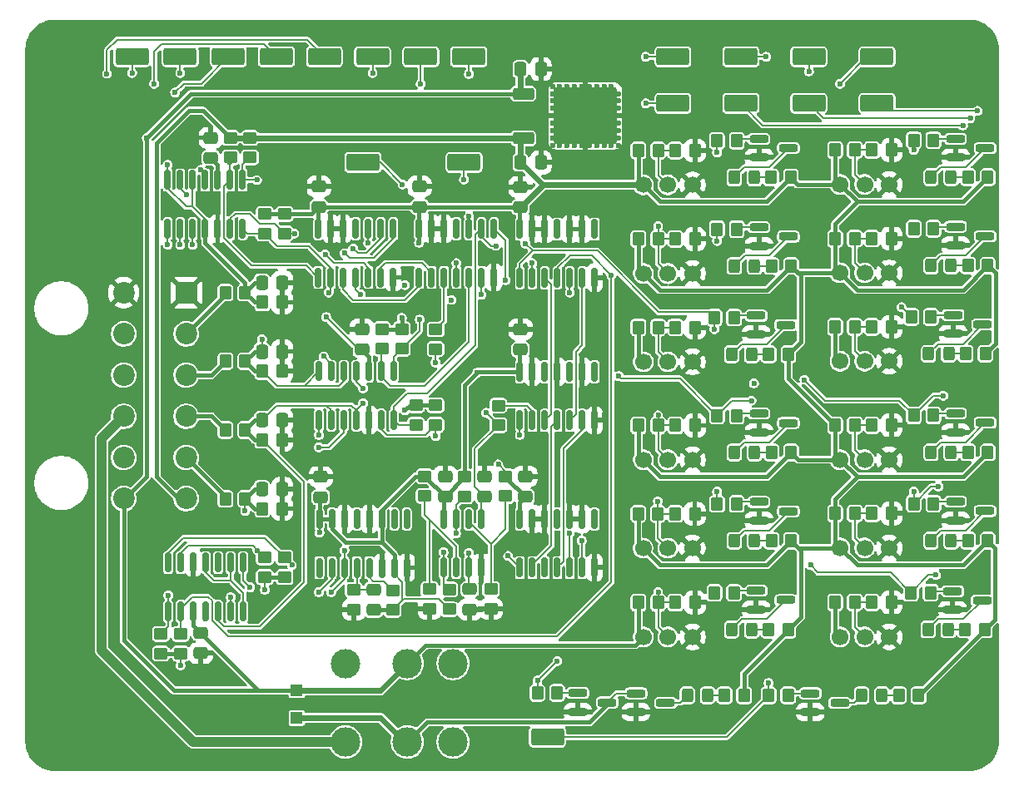
<source format=gbr>
%TF.GenerationSoftware,KiCad,Pcbnew,9.0.3*%
%TF.CreationDate,2025-12-22T19:21:39+07:00*%
%TF.ProjectId,BSPD v4 Rev 5,42535044-2076-4342-9052-657620352e6b,rev?*%
%TF.SameCoordinates,Original*%
%TF.FileFunction,Copper,L1,Top*%
%TF.FilePolarity,Positive*%
%FSLAX46Y46*%
G04 Gerber Fmt 4.6, Leading zero omitted, Abs format (unit mm)*
G04 Created by KiCad (PCBNEW 9.0.3) date 2025-12-22 19:21:39*
%MOMM*%
%LPD*%
G01*
G04 APERTURE LIST*
G04 Aperture macros list*
%AMRoundRect*
0 Rectangle with rounded corners*
0 $1 Rounding radius*
0 $2 $3 $4 $5 $6 $7 $8 $9 X,Y pos of 4 corners*
0 Add a 4 corners polygon primitive as box body*
4,1,4,$2,$3,$4,$5,$6,$7,$8,$9,$2,$3,0*
0 Add four circle primitives for the rounded corners*
1,1,$1+$1,$2,$3*
1,1,$1+$1,$4,$5*
1,1,$1+$1,$6,$7*
1,1,$1+$1,$8,$9*
0 Add four rect primitives between the rounded corners*
20,1,$1+$1,$2,$3,$4,$5,0*
20,1,$1+$1,$4,$5,$6,$7,0*
20,1,$1+$1,$6,$7,$8,$9,0*
20,1,$1+$1,$8,$9,$2,$3,0*%
G04 Aperture macros list end*
%TA.AperFunction,SMDPad,CuDef*%
%ADD10RoundRect,0.250000X0.350000X0.450000X-0.350000X0.450000X-0.350000X-0.450000X0.350000X-0.450000X0*%
%TD*%
%TA.AperFunction,SMDPad,CuDef*%
%ADD11RoundRect,0.250000X-0.325000X-0.450000X0.325000X-0.450000X0.325000X0.450000X-0.325000X0.450000X0*%
%TD*%
%TA.AperFunction,SMDPad,CuDef*%
%ADD12RoundRect,0.250000X0.450000X-0.350000X0.450000X0.350000X-0.450000X0.350000X-0.450000X-0.350000X0*%
%TD*%
%TA.AperFunction,ComponentPad*%
%ADD13C,0.800000*%
%TD*%
%TA.AperFunction,ComponentPad*%
%ADD14C,6.400000*%
%TD*%
%TA.AperFunction,SMDPad,CuDef*%
%ADD15RoundRect,0.250000X-0.350000X-0.450000X0.350000X-0.450000X0.350000X0.450000X-0.350000X0.450000X0*%
%TD*%
%TA.AperFunction,SMDPad,CuDef*%
%ADD16RoundRect,0.150000X0.150000X-0.825000X0.150000X0.825000X-0.150000X0.825000X-0.150000X-0.825000X0*%
%TD*%
%TA.AperFunction,SMDPad,CuDef*%
%ADD17RoundRect,0.258000X-1.427000X-0.602000X1.427000X-0.602000X1.427000X0.602000X-1.427000X0.602000X0*%
%TD*%
%TA.AperFunction,SMDPad,CuDef*%
%ADD18RoundRect,0.250000X-0.450000X0.350000X-0.450000X-0.350000X0.450000X-0.350000X0.450000X0.350000X0*%
%TD*%
%TA.AperFunction,ComponentPad*%
%ADD19C,1.700000*%
%TD*%
%TA.AperFunction,SMDPad,CuDef*%
%ADD20RoundRect,0.250000X0.475000X-0.337500X0.475000X0.337500X-0.475000X0.337500X-0.475000X-0.337500X0*%
%TD*%
%TA.AperFunction,ComponentPad*%
%ADD21RoundRect,0.150000X0.960000X-0.950000X0.960000X0.950000X-0.960000X0.950000X-0.960000X-0.950000X0*%
%TD*%
%TA.AperFunction,ComponentPad*%
%ADD22C,2.200000*%
%TD*%
%TA.AperFunction,ComponentPad*%
%ADD23C,3.000000*%
%TD*%
%TA.AperFunction,SMDPad,CuDef*%
%ADD24RoundRect,0.200000X-0.750000X-0.200000X0.750000X-0.200000X0.750000X0.200000X-0.750000X0.200000X0*%
%TD*%
%TA.AperFunction,SMDPad,CuDef*%
%ADD25RoundRect,0.250000X-0.337500X-0.475000X0.337500X-0.475000X0.337500X0.475000X-0.337500X0.475000X0*%
%TD*%
%TA.AperFunction,SMDPad,CuDef*%
%ADD26RoundRect,0.150000X-0.150000X0.825000X-0.150000X-0.825000X0.150000X-0.825000X0.150000X0.825000X0*%
%TD*%
%TA.AperFunction,SMDPad,CuDef*%
%ADD27RoundRect,0.250000X-0.475000X0.337500X-0.475000X-0.337500X0.475000X-0.337500X0.475000X0.337500X0*%
%TD*%
%TA.AperFunction,SMDPad,CuDef*%
%ADD28RoundRect,0.250000X-0.850000X-0.350000X0.850000X-0.350000X0.850000X0.350000X-0.850000X0.350000X0*%
%TD*%
%TA.AperFunction,SMDPad,CuDef*%
%ADD29RoundRect,0.249997X-2.950003X-2.650003X2.950003X-2.650003X2.950003X2.650003X-2.950003X2.650003X0*%
%TD*%
%TA.AperFunction,SMDPad,CuDef*%
%ADD30R,1.200000X1.200000*%
%TD*%
%TA.AperFunction,ViaPad*%
%ADD31C,0.600000*%
%TD*%
%TA.AperFunction,Conductor*%
%ADD32C,0.400000*%
%TD*%
%TA.AperFunction,Conductor*%
%ADD33C,0.200000*%
%TD*%
%TA.AperFunction,Conductor*%
%ADD34C,0.600000*%
%TD*%
%TA.AperFunction,Conductor*%
%ADD35C,1.000000*%
%TD*%
G04 APERTURE END LIST*
D10*
%TO.P,R52,1*%
%TO.N,+5V*%
X219525000Y-112030000D03*
%TO.P,R52,2*%
%TO.N,Net-(D4-A)*%
X217525000Y-112030000D03*
%TD*%
D11*
%TO.P,D3,1,K*%
%TO.N,Net-(D3-K)*%
X213475000Y-102050000D03*
%TO.P,D3,2,A*%
%TO.N,Net-(D3-A)*%
X215525000Y-102050000D03*
%TD*%
D12*
%TO.P,R78,1*%
%TO.N,+5V*%
X184750000Y-127987500D03*
%TO.P,R78,2*%
%TO.N,Net-(U21C-3A)*%
X184750000Y-125987500D03*
%TD*%
D11*
%TO.P,D1,1,K*%
%TO.N,Net-(D1-K)*%
X213750000Y-84050000D03*
%TO.P,D1,2,A*%
%TO.N,Net-(D1-A)*%
X215800000Y-84050000D03*
%TD*%
D13*
%TO.P,H4,1,1*%
%TO.N,GND*%
X234950000Y-141000000D03*
X235652944Y-139302944D03*
X235652944Y-142697056D03*
X237350000Y-138600000D03*
D14*
X237350000Y-141000000D03*
D13*
X237350000Y-143400000D03*
X239047056Y-139302944D03*
X239047056Y-142697056D03*
X239750000Y-141000000D03*
%TD*%
D15*
%TO.P,R11,1*%
%TO.N,+12V*%
X204000000Y-127310000D03*
%TO.P,R11,2*%
%TO.N,Net-(U2B--)*%
X206000000Y-127310000D03*
%TD*%
D16*
%TO.P,U20,1*%
%TO.N,Net-(U18-Pad6)*%
X191940000Y-108762500D03*
%TO.P,U20,2*%
%TO.N,Net-(R72-Pad1)*%
X193210000Y-108762500D03*
%TO.P,U20,3*%
%TO.N,Net-(U19A-1Y)*%
X194480000Y-108762500D03*
%TO.P,U20,4*%
%TO.N,Net-(U18-Pad2)*%
X195750000Y-108762500D03*
%TO.P,U20,5*%
%TO.N,Net-(U19B-2Y)*%
X197020000Y-108762500D03*
%TO.P,U20,6*%
%TO.N,Net-(U18-Pad4)*%
X198290000Y-108762500D03*
%TO.P,U20,7,GND*%
%TO.N,GND*%
X199560000Y-108762500D03*
%TO.P,U20,8*%
%TO.N,unconnected-(U20-Pad8)*%
X199560000Y-103812500D03*
%TO.P,U20,9*%
%TO.N,GND*%
X198290000Y-103812500D03*
%TO.P,U20,10*%
%TO.N,unconnected-(U20-Pad10)*%
X197020000Y-103812500D03*
%TO.P,U20,11*%
%TO.N,GND*%
X195750000Y-103812500D03*
%TO.P,U20,12*%
%TO.N,unconnected-(U20-Pad12)*%
X194480000Y-103812500D03*
%TO.P,U20,13*%
%TO.N,GND*%
X193210000Y-103812500D03*
%TO.P,U20,14,VCC*%
%TO.N,+5V*%
X191940000Y-103812500D03*
%TD*%
D17*
%TO.P,TP11,1,1*%
%TO.N,Net-(U3C--)*%
X221333333Y-76500000D03*
%TD*%
D18*
%TO.P,R74,1*%
%TO.N,+5V*%
X190500000Y-114450000D03*
%TO.P,R74,2*%
%TO.N,Net-(U27B--)*%
X190500000Y-116450000D03*
%TD*%
D15*
%TO.P,R4,1*%
%TO.N,Net-(U1B--)*%
X207750000Y-90305000D03*
%TO.P,R4,2*%
%TO.N,GND*%
X209750000Y-90305000D03*
%TD*%
D19*
%TO.P,RV2,1,1*%
%TO.N,+5V*%
X204500000Y-93805000D03*
%TO.P,RV2,2,2*%
%TO.N,Net-(U1B--)*%
X207000000Y-93805000D03*
%TO.P,RV2,3,3*%
%TO.N,GND*%
X209500000Y-93805000D03*
%TD*%
D11*
%TO.P,D14,1,K*%
%TO.N,Net-(D14-K)*%
X208975000Y-136750000D03*
%TO.P,D14,2,A*%
%TO.N,Net-(D14-A)*%
X211025000Y-136750000D03*
%TD*%
D15*
%TO.P,R6,1*%
%TO.N,Net-(U1C--)*%
X207750000Y-99300000D03*
%TO.P,R6,2*%
%TO.N,GND*%
X209750000Y-99300000D03*
%TD*%
D20*
%TO.P,C10,1*%
%TO.N,+5V*%
X171500000Y-87025000D03*
%TO.P,C10,2*%
%TO.N,GND*%
X171500000Y-84950000D03*
%TD*%
D21*
%TO.P,J1,1,1*%
%TO.N,GND*%
X158000000Y-95770000D03*
D22*
%TO.P,J1,2,2*%
%TO.N,Net-(J1-Pad2)*%
X158000000Y-99960000D03*
%TO.P,J1,3,3*%
%TO.N,Net-(J1-Pad3)*%
X158000000Y-104150000D03*
%TO.P,J1,4,4*%
%TO.N,Net-(J1-Pad4)*%
X158000000Y-108350000D03*
%TO.P,J1,5,5*%
%TO.N,Net-(J1-Pad5)*%
X158000000Y-112540000D03*
%TO.P,J1,6,6*%
%TO.N,+5V*%
X158000000Y-116730000D03*
%TO.P,J1,7,7*%
%TO.N,+12V*%
X151650000Y-116730000D03*
%TO.P,J1,8,8*%
%TO.N,BSPD_status(12V)*%
X151650000Y-112540000D03*
%TO.P,J1,9,9*%
%TO.N,Relay_com*%
X151650000Y-108350000D03*
%TO.P,J1,10,10*%
%TO.N,Relay_NO*%
X151650000Y-104150000D03*
%TO.P,J1,11,11*%
%TO.N,Relay_NC*%
X151650000Y-99960000D03*
%TO.P,J1,12,12*%
%TO.N,GND*%
X151650000Y-95770000D03*
%TD*%
D20*
%TO.P,C14,1*%
%TO.N,Net-(U27B-+)*%
X188345000Y-116525000D03*
%TO.P,C14,2*%
%TO.N,GND*%
X188345000Y-114450000D03*
%TD*%
D23*
%TO.P,U23,1,COM*%
%TO.N,Relay_com*%
X174200000Y-133500000D03*
X174200000Y-141500000D03*
%TO.P,U23,2*%
%TO.N,BSPD_status(12V)*%
X180500000Y-141500000D03*
%TO.P,U23,3,NO*%
%TO.N,Relay_NO*%
X185150000Y-141500000D03*
%TO.P,U23,4,NC*%
%TO.N,Relay_NC*%
X185150000Y-133500000D03*
%TO.P,U23,5*%
%TO.N,+12V*%
X180500000Y-133500000D03*
%TD*%
D18*
%TO.P,R72,1*%
%TO.N,Net-(R72-Pad1)*%
X189750000Y-107250000D03*
%TO.P,R72,2*%
%TO.N,Net-(U27B-+)*%
X189750000Y-109250000D03*
%TD*%
D16*
%TO.P,U17,1,1A*%
%TO.N,Net-(U17A-1A)*%
X181690000Y-94212500D03*
%TO.P,U17,2,1B*%
%TO.N,Net-(U17A-1B)*%
X182960000Y-94212500D03*
%TO.P,U17,3,1Y*%
%TO.N,Net-(U17A-1Y)*%
X184230000Y-94212500D03*
%TO.P,U17,4,2A*%
%TO.N,TPS1_con*%
X185500000Y-94212500D03*
%TO.P,U17,5,2B*%
%TO.N,TPS2_con*%
X186770000Y-94212500D03*
%TO.P,U17,6,2Y*%
%TO.N,Net-(U17B-2Y)*%
X188040000Y-94212500D03*
%TO.P,U17,7,V-*%
%TO.N,GND*%
X189310000Y-94212500D03*
%TO.P,U17,8,3Y*%
%TO.N,Net-(U17C-3Y)*%
X189310000Y-89262500D03*
%TO.P,U17,9,3A*%
%TO.N,BRK1_con*%
X188040000Y-89262500D03*
%TO.P,U17,10,3B*%
%TO.N,BRK2_con*%
X186770000Y-89262500D03*
%TO.P,U17,11,4Y*%
%TO.N,unconnected-(U17D-4Y-Pad11)*%
X185500000Y-89262500D03*
%TO.P,U17,12,4A*%
%TO.N,GND*%
X184230000Y-89262500D03*
%TO.P,U17,13,4B*%
X182960000Y-89262500D03*
%TO.P,U17,14,V+*%
%TO.N,+5V*%
X181690000Y-89262500D03*
%TD*%
D15*
%TO.P,R48,1*%
%TO.N,BRK2_over*%
X231700000Y-126300000D03*
%TO.P,R48,2*%
%TO.N,Net-(U16-G)*%
X233700000Y-126300000D03*
%TD*%
D12*
%TO.P,R82,1*%
%TO.N,GND*%
X175055000Y-128025000D03*
%TO.P,R82,2*%
%TO.N,Net-(U25A-S1)*%
X175055000Y-126025000D03*
%TD*%
D15*
%TO.P,R16,1*%
%TO.N,Net-(U2D--)*%
X227750000Y-90250000D03*
%TO.P,R16,2*%
%TO.N,GND*%
X229750000Y-90250000D03*
%TD*%
D19*
%TO.P,RV3,1,1*%
%TO.N,+12V*%
X204500000Y-102800000D03*
%TO.P,RV3,2,2*%
%TO.N,Net-(U1C--)*%
X207000000Y-102800000D03*
%TO.P,RV3,3,3*%
%TO.N,GND*%
X209500000Y-102800000D03*
%TD*%
D15*
%TO.P,R7,1*%
%TO.N,+5V*%
X204000000Y-109280000D03*
%TO.P,R7,2*%
%TO.N,Net-(U1D--)*%
X206000000Y-109280000D03*
%TD*%
D17*
%TO.P,TP15,1,1*%
%TO.N,BRK1*%
X207500000Y-71750000D03*
%TD*%
D15*
%TO.P,R67,1*%
%TO.N,TPS2*%
X165750000Y-103750000D03*
%TO.P,R67,2*%
%TO.N,GND*%
X167750000Y-103750000D03*
%TD*%
D24*
%TO.P,U8,1,G*%
%TO.N,Net-(U8-G)*%
X216250000Y-108080000D03*
%TO.P,U8,2,S*%
%TO.N,GND*%
X216250000Y-109980000D03*
%TO.P,U8,3,D*%
%TO.N,Net-(D4-K)*%
X219250000Y-109030000D03*
%TD*%
D11*
%TO.P,D10,1,K*%
%TO.N,Net-(D10-K)*%
X233750000Y-112015000D03*
%TO.P,D10,2,A*%
%TO.N,Net-(D10-A)*%
X235800000Y-112015000D03*
%TD*%
D20*
%TO.P,C18,1*%
%TO.N,+5V*%
X177055000Y-128062500D03*
%TO.P,C18,2*%
%TO.N,Net-(U25A-S1)*%
X177055000Y-125987500D03*
%TD*%
D15*
%TO.P,R41,1*%
%TO.N,TPS2_con*%
X212000000Y-117270000D03*
%TO.P,R41,2*%
%TO.N,Net-(U9-G)*%
X214000000Y-117270000D03*
%TD*%
D24*
%TO.P,U10,1,G*%
%TO.N,Net-(U10-G)*%
X215975000Y-126110000D03*
%TO.P,U10,2,S*%
%TO.N,GND*%
X215975000Y-128010000D03*
%TO.P,U10,3,D*%
%TO.N,Net-(D6-K)*%
X218975000Y-127060000D03*
%TD*%
D19*
%TO.P,RV7,1,1*%
%TO.N,+5V*%
X224500000Y-84750000D03*
%TO.P,RV7,2,2*%
%TO.N,Net-(U2C--)*%
X227000000Y-84750000D03*
%TO.P,RV7,3,3*%
%TO.N,GND*%
X229500000Y-84750000D03*
%TD*%
D20*
%TO.P,C1,1*%
%TO.N,+12V*%
X160500000Y-82062500D03*
%TO.P,C1,2*%
%TO.N,GND*%
X160500000Y-79987500D03*
%TD*%
%TO.P,C19,1*%
%TO.N,+5V*%
X171695000Y-116600000D03*
%TO.P,C19,2*%
%TO.N,GND*%
X171695000Y-114525000D03*
%TD*%
D10*
%TO.P,R53,1*%
%TO.N,+5V*%
X219525000Y-121020000D03*
%TO.P,R53,2*%
%TO.N,Net-(D5-A)*%
X217525000Y-121020000D03*
%TD*%
D13*
%TO.P,H2,1,1*%
%TO.N,GND*%
X234950000Y-71400000D03*
X235652944Y-69702944D03*
X235652944Y-73097056D03*
X237350000Y-69000000D03*
D14*
X237350000Y-71400000D03*
D13*
X237350000Y-73800000D03*
X239047056Y-69702944D03*
X239047056Y-73097056D03*
X239750000Y-71400000D03*
%TD*%
%TO.P,H3,1,1*%
%TO.N,GND*%
X142600000Y-141000000D03*
X143302944Y-139302944D03*
X143302944Y-142697056D03*
X145000000Y-138600000D03*
D14*
X145000000Y-141000000D03*
D13*
X145000000Y-143400000D03*
X146697056Y-139302944D03*
X146697056Y-142697056D03*
X147400000Y-141000000D03*
%TD*%
D10*
%TO.P,R40,1*%
%TO.N,Net-(U8-G)*%
X214000000Y-108280000D03*
%TO.P,R40,2*%
%TO.N,TPS2_sense*%
X212000000Y-108280000D03*
%TD*%
D25*
%TO.P,C15,1*%
%TO.N,+5V*%
X192000000Y-82500000D03*
%TO.P,C15,2*%
%TO.N,GND*%
X194075000Y-82500000D03*
%TD*%
D17*
%TO.P,TP29,1,1*%
%TO.N,Net-(U27A-+)*%
X176000000Y-82500000D03*
%TD*%
D16*
%TO.P,U19,1,1A*%
%TO.N,TPS1_over*%
X191940000Y-94250000D03*
%TO.P,U19,2,1B*%
%TO.N,TPS2_over*%
X193210000Y-94250000D03*
%TO.P,U19,3,1Y*%
%TO.N,Net-(U19A-1Y)*%
X194480000Y-94250000D03*
%TO.P,U19,4,2A*%
%TO.N,BRK1_over*%
X195750000Y-94250000D03*
%TO.P,U19,5,2B*%
%TO.N,BRK2_over*%
X197020000Y-94250000D03*
%TO.P,U19,6,2Y*%
%TO.N,Net-(U19B-2Y)*%
X198290000Y-94250000D03*
%TO.P,U19,7,V-*%
%TO.N,GND*%
X199560000Y-94250000D03*
%TO.P,U19,8,3Y*%
%TO.N,unconnected-(U19C-3Y-Pad8)*%
X199560000Y-89300000D03*
%TO.P,U19,9,3A*%
%TO.N,GND*%
X198290000Y-89300000D03*
%TO.P,U19,10,3B*%
X197020000Y-89300000D03*
%TO.P,U19,11,4Y*%
%TO.N,unconnected-(U19D-4Y-Pad11)*%
X195750000Y-89300000D03*
%TO.P,U19,12,4A*%
%TO.N,GND*%
X194480000Y-89300000D03*
%TO.P,U19,13,4B*%
X193210000Y-89300000D03*
%TO.P,U19,14,V+*%
%TO.N,+5V*%
X191940000Y-89300000D03*
%TD*%
D18*
%TO.P,R76,1*%
%TO.N,Net-(U27B--)*%
X189000000Y-125950000D03*
%TO.P,R76,2*%
%TO.N,GND*%
X189000000Y-127950000D03*
%TD*%
D15*
%TO.P,R66,1*%
%TO.N,BRK1*%
X165750000Y-110750000D03*
%TO.P,R66,2*%
%TO.N,GND*%
X167750000Y-110750000D03*
%TD*%
D17*
%TO.P,TP2,1,1*%
%TO.N,Net-(U1D--)*%
X176964286Y-71750000D03*
%TD*%
D25*
%TO.P,C11,1*%
%TO.N,+12V*%
X192000000Y-73000000D03*
%TO.P,C11,2*%
%TO.N,GND*%
X194075000Y-73000000D03*
%TD*%
D10*
%TO.P,R56,1*%
%TO.N,+5V*%
X239525000Y-93000000D03*
%TO.P,R56,2*%
%TO.N,Net-(D8-A)*%
X237525000Y-93000000D03*
%TD*%
D24*
%TO.P,U16,1,G*%
%TO.N,Net-(U16-G)*%
X235950000Y-126150000D03*
%TO.P,U16,2,S*%
%TO.N,GND*%
X235950000Y-128050000D03*
%TO.P,U16,3,D*%
%TO.N,Net-(D12-K)*%
X238950000Y-127100000D03*
%TD*%
%TO.P,U26,1,G*%
%TO.N,BSPD_status(12V)*%
X203750000Y-136550000D03*
%TO.P,U26,2,S*%
%TO.N,GND*%
X203750000Y-138450000D03*
%TO.P,U26,3,D*%
%TO.N,Net-(D14-K)*%
X206750000Y-137500000D03*
%TD*%
D11*
%TO.P,D6,1,K*%
%TO.N,Net-(D6-K)*%
X213475000Y-130060000D03*
%TO.P,D6,2,A*%
%TO.N,Net-(D6-A)*%
X215525000Y-130060000D03*
%TD*%
D18*
%TO.P,R32,1*%
%TO.N,+5V*%
X181370000Y-107225000D03*
%TO.P,R32,2*%
%TO.N,BRK1_con*%
X181370000Y-109225000D03*
%TD*%
D10*
%TO.P,R46,1*%
%TO.N,Net-(U14-G)*%
X234000000Y-108265000D03*
%TO.P,R46,2*%
%TO.N,BRK2_sense*%
X232000000Y-108265000D03*
%TD*%
D17*
%TO.P,TP3,1,1*%
%TO.N,Net-(U2C--)*%
X214416667Y-71750000D03*
%TD*%
D18*
%TO.P,R31,1*%
%TO.N,+5V*%
X183370000Y-107225000D03*
%TO.P,R31,2*%
%TO.N,BRK1_sense*%
X183370000Y-109225000D03*
%TD*%
D15*
%TO.P,R8,1*%
%TO.N,Net-(U1D--)*%
X207750000Y-109280000D03*
%TO.P,R8,2*%
%TO.N,GND*%
X209750000Y-109280000D03*
%TD*%
%TO.P,R42,1*%
%TO.N,TPS2_over*%
X211725000Y-126310000D03*
%TO.P,R42,2*%
%TO.N,Net-(U10-G)*%
X213725000Y-126310000D03*
%TD*%
%TO.P,R15,1*%
%TO.N,+5V*%
X224000000Y-90250000D03*
%TO.P,R15,2*%
%TO.N,Net-(U2D--)*%
X226000000Y-90250000D03*
%TD*%
D11*
%TO.P,D7,1,K*%
%TO.N,Net-(D7-K)*%
X233750000Y-84000000D03*
%TO.P,D7,2,A*%
%TO.N,Net-(D7-A)*%
X235800000Y-84000000D03*
%TD*%
D17*
%TO.P,TP4,1,1*%
%TO.N,Net-(U3B--)*%
X214416667Y-76500000D03*
%TD*%
D15*
%TO.P,R62,1*%
%TO.N,Net-(J1-Pad4)*%
X162000000Y-109750000D03*
%TO.P,R62,2*%
%TO.N,BRK1*%
X164000000Y-109750000D03*
%TD*%
%TO.P,R64,1*%
%TO.N,Net-(J1-Pad2)*%
X162000000Y-95750000D03*
%TO.P,R64,2*%
%TO.N,TPS1*%
X164000000Y-95750000D03*
%TD*%
%TO.P,R70,1*%
%TO.N,Logic_state*%
X193725000Y-136500000D03*
%TO.P,R70,2*%
%TO.N,Net-(U24-G)*%
X195725000Y-136500000D03*
%TD*%
D11*
%TO.P,D8,1,K*%
%TO.N,Net-(D8-K)*%
X233750000Y-93000000D03*
%TO.P,D8,2,A*%
%TO.N,Net-(D8-A)*%
X235800000Y-93000000D03*
%TD*%
D17*
%TO.P,TP10,1,1*%
%TO.N,Net-(U3A--)*%
X228250000Y-71750000D03*
%TD*%
D11*
%TO.P,D9,1,K*%
%TO.N,Net-(D9-K)*%
X233500000Y-101990000D03*
%TO.P,D9,2,A*%
%TO.N,Net-(D9-A)*%
X235550000Y-101990000D03*
%TD*%
D17*
%TO.P,TP7,1,1*%
%TO.N,Net-(U2A--)*%
X181857143Y-71750000D03*
%TD*%
%TO.P,TP6,1,1*%
%TO.N,Net-(U1C--)*%
X167178571Y-71750000D03*
%TD*%
D10*
%TO.P,R55,1*%
%TO.N,+5V*%
X239525000Y-84000000D03*
%TO.P,R55,2*%
%TO.N,Net-(D7-A)*%
X237525000Y-84000000D03*
%TD*%
D15*
%TO.P,R61,1*%
%TO.N,Net-(J1-Pad5)*%
X162000000Y-116750000D03*
%TO.P,R61,2*%
%TO.N,BRK2*%
X164000000Y-116750000D03*
%TD*%
D18*
%TO.P,R28,1*%
%TO.N,+5V*%
X166000000Y-87750000D03*
%TO.P,R28,2*%
%TO.N,TPS2_sense*%
X166000000Y-89750000D03*
%TD*%
D17*
%TO.P,TP30,1,1*%
%TO.N,Net-(U27B-+)*%
X186250000Y-82500000D03*
%TD*%
D15*
%TO.P,R63,1*%
%TO.N,Net-(J1-Pad3)*%
X162000000Y-102750000D03*
%TO.P,R63,2*%
%TO.N,TPS2*%
X164000000Y-102750000D03*
%TD*%
D25*
%TO.P,C8,1*%
%TO.N,TPS1*%
X165712500Y-94750000D03*
%TO.P,C8,2*%
%TO.N,GND*%
X167787500Y-94750000D03*
%TD*%
D15*
%TO.P,R18,1*%
%TO.N,Net-(U3A--)*%
X227750000Y-99240000D03*
%TO.P,R18,2*%
%TO.N,GND*%
X229750000Y-99240000D03*
%TD*%
D24*
%TO.P,U6,1,G*%
%TO.N,Net-(U6-G)*%
X216250000Y-89105000D03*
%TO.P,U6,2,S*%
%TO.N,GND*%
X216250000Y-91005000D03*
%TO.P,U6,3,D*%
%TO.N,Net-(D2-K)*%
X219250000Y-90055000D03*
%TD*%
D18*
%TO.P,R26,1*%
%TO.N,+5V*%
X164500000Y-80000000D03*
%TO.P,R26,2*%
%TO.N,TPS1_con*%
X164500000Y-82000000D03*
%TD*%
D11*
%TO.P,D15,1,K*%
%TO.N,Net-(D15-K)*%
X226700000Y-136750000D03*
%TO.P,D15,2,A*%
%TO.N,Net-(D15-A)*%
X228750000Y-136750000D03*
%TD*%
D10*
%TO.P,R51,1*%
%TO.N,+5V*%
X219250000Y-102050000D03*
%TO.P,R51,2*%
%TO.N,Net-(D3-A)*%
X217250000Y-102050000D03*
%TD*%
D18*
%TO.P,R29,1*%
%TO.N,+5V*%
X177930000Y-99475000D03*
%TO.P,R29,2*%
%TO.N,TPS2_con*%
X177930000Y-101475000D03*
%TD*%
D24*
%TO.P,U15,1,G*%
%TO.N,Net-(U15-G)*%
X236250000Y-117050000D03*
%TO.P,U15,2,S*%
%TO.N,GND*%
X236250000Y-118950000D03*
%TO.P,U15,3,D*%
%TO.N,Net-(D11-K)*%
X239250000Y-118000000D03*
%TD*%
D15*
%TO.P,R38,1*%
%TO.N,TPS1_con*%
X212000000Y-89305000D03*
%TO.P,R38,2*%
%TO.N,Net-(U6-G)*%
X214000000Y-89305000D03*
%TD*%
D12*
%TO.P,R33,1*%
%TO.N,+5V*%
X157440000Y-132500000D03*
%TO.P,R33,2*%
%TO.N,BRK1_over*%
X157440000Y-130500000D03*
%TD*%
D15*
%TO.P,R19,1*%
%TO.N,+5V*%
X224000000Y-109265000D03*
%TO.P,R19,2*%
%TO.N,Net-(U3B--)*%
X226000000Y-109265000D03*
%TD*%
D10*
%TO.P,R58,1*%
%TO.N,+5V*%
X239525000Y-112015000D03*
%TO.P,R58,2*%
%TO.N,Net-(D10-A)*%
X237525000Y-112015000D03*
%TD*%
D17*
%TO.P,TP1,1,1*%
%TO.N,Net-(U1A--)*%
X157392857Y-71750000D03*
%TD*%
D26*
%TO.P,U2,1*%
%TO.N,TPS2_over*%
X179120000Y-103775000D03*
%TO.P,U2,2*%
%TO.N,TPS2_con*%
X177850000Y-103775000D03*
%TO.P,U2,3,V+*%
%TO.N,+12V*%
X176580000Y-103775000D03*
%TO.P,U2,4,-*%
%TO.N,Net-(U2A--)*%
X175310000Y-103775000D03*
%TO.P,U2,5,+*%
%TO.N,TPS2*%
X174040000Y-103775000D03*
%TO.P,U2,6,-*%
%TO.N,Net-(U2B--)*%
X172770000Y-103775000D03*
%TO.P,U2,7,+*%
%TO.N,TPS2*%
X171500000Y-103775000D03*
%TO.P,U2,8,-*%
%TO.N,Net-(U2D--)*%
X171500000Y-108725000D03*
%TO.P,U2,9,+*%
%TO.N,BRK1*%
X172770000Y-108725000D03*
%TO.P,U2,10,-*%
%TO.N,Net-(U2C--)*%
X174040000Y-108725000D03*
%TO.P,U2,11,+*%
%TO.N,BRK1*%
X175310000Y-108725000D03*
%TO.P,U2,12,V-*%
%TO.N,GND*%
X176580000Y-108725000D03*
%TO.P,U2,13*%
%TO.N,BRK1_sense*%
X177850000Y-108725000D03*
%TO.P,U2,14*%
%TO.N,BRK1_con*%
X179120000Y-108725000D03*
%TD*%
D27*
%TO.P,C13,1*%
%TO.N,Net-(U27A-+)*%
X186845000Y-125950000D03*
%TO.P,C13,2*%
%TO.N,GND*%
X186845000Y-128025000D03*
%TD*%
D15*
%TO.P,R10,1*%
%TO.N,Net-(U2A--)*%
X207725000Y-118270000D03*
%TO.P,R10,2*%
%TO.N,GND*%
X209725000Y-118270000D03*
%TD*%
D11*
%TO.P,D11,1,K*%
%TO.N,Net-(D11-K)*%
X233750000Y-121000000D03*
%TO.P,D11,2,A*%
%TO.N,Net-(D11-A)*%
X235800000Y-121000000D03*
%TD*%
D15*
%TO.P,R3,1*%
%TO.N,+5V*%
X204000000Y-90305000D03*
%TO.P,R3,2*%
%TO.N,Net-(U1B--)*%
X206000000Y-90305000D03*
%TD*%
D18*
%TO.P,R25,1*%
%TO.N,+5V*%
X162500000Y-80000000D03*
%TO.P,R25,2*%
%TO.N,TPS1_sense*%
X162500000Y-82000000D03*
%TD*%
D15*
%TO.P,R47,1*%
%TO.N,BRK2_con*%
X232000000Y-117250000D03*
%TO.P,R47,2*%
%TO.N,Net-(U15-G)*%
X234000000Y-117250000D03*
%TD*%
D24*
%TO.P,U9,1,G*%
%TO.N,Net-(U9-G)*%
X216250000Y-117070000D03*
%TO.P,U9,2,S*%
%TO.N,GND*%
X216250000Y-118970000D03*
%TO.P,U9,3,D*%
%TO.N,Net-(D5-K)*%
X219250000Y-118020000D03*
%TD*%
D25*
%TO.P,C6,1*%
%TO.N,BRK1*%
X165712500Y-108750000D03*
%TO.P,C6,2*%
%TO.N,GND*%
X167787500Y-108750000D03*
%TD*%
D12*
%TO.P,R35,1*%
%TO.N,+5V*%
X166000000Y-124725000D03*
%TO.P,R35,2*%
%TO.N,BRK2_con*%
X166000000Y-122725000D03*
%TD*%
D15*
%TO.P,R24,1*%
%TO.N,Net-(U3D--)*%
X227750000Y-127300000D03*
%TO.P,R24,2*%
%TO.N,GND*%
X229750000Y-127300000D03*
%TD*%
D19*
%TO.P,RV4,1,1*%
%TO.N,+5V*%
X204500000Y-112780000D03*
%TO.P,RV4,2,2*%
%TO.N,Net-(U1D--)*%
X207000000Y-112780000D03*
%TO.P,RV4,3,3*%
%TO.N,GND*%
X209500000Y-112780000D03*
%TD*%
D24*
%TO.P,U28,1,G*%
%TO.N,Net-(U28-G)*%
X221475000Y-136550000D03*
%TO.P,U28,2,S*%
%TO.N,GND*%
X221475000Y-138450000D03*
%TO.P,U28,3,D*%
%TO.N,Net-(D15-K)*%
X224475000Y-137500000D03*
%TD*%
D20*
%TO.P,C16,1*%
%TO.N,+5V*%
X192000000Y-101575000D03*
%TO.P,C16,2*%
%TO.N,GND*%
X192000000Y-99500000D03*
%TD*%
D16*
%TO.P,U27,1*%
%TO.N,Net-(U21C-3A)*%
X184190000Y-123750000D03*
%TO.P,U27,2,-*%
%TO.N,Net-(U27A--)*%
X185460000Y-123750000D03*
%TO.P,U27,3,+*%
%TO.N,Net-(U27A-+)*%
X186730000Y-123750000D03*
%TO.P,U27,4,V-*%
%TO.N,GND*%
X188000000Y-123750000D03*
%TO.P,U27,5,+*%
%TO.N,Net-(U27B-+)*%
X188000000Y-118800000D03*
%TO.P,U27,6,-*%
%TO.N,Net-(U27B--)*%
X186730000Y-118800000D03*
%TO.P,U27,7*%
%TO.N,Net-(U21C-3B)*%
X185460000Y-118800000D03*
%TO.P,U27,8,V+*%
%TO.N,+5V*%
X184190000Y-118800000D03*
%TD*%
D10*
%TO.P,R54,1*%
%TO.N,+5V*%
X219250000Y-130060000D03*
%TO.P,R54,2*%
%TO.N,Net-(D6-A)*%
X217250000Y-130060000D03*
%TD*%
D24*
%TO.P,U5,1,G*%
%TO.N,Net-(U5-G)*%
X216250000Y-80100000D03*
%TO.P,U5,2,S*%
%TO.N,GND*%
X216250000Y-82000000D03*
%TO.P,U5,3,D*%
%TO.N,Net-(D1-K)*%
X219250000Y-81050000D03*
%TD*%
D17*
%TO.P,TP5,1,1*%
%TO.N,Net-(U1B--)*%
X162285714Y-71750000D03*
%TD*%
D15*
%TO.P,R12,1*%
%TO.N,Net-(U2B--)*%
X207750000Y-127310000D03*
%TO.P,R12,2*%
%TO.N,GND*%
X209750000Y-127310000D03*
%TD*%
D11*
%TO.P,D5,1,K*%
%TO.N,Net-(D5-K)*%
X213750000Y-121020000D03*
%TO.P,D5,2,A*%
%TO.N,Net-(D5-A)*%
X215800000Y-121020000D03*
%TD*%
D24*
%TO.P,U12,1,G*%
%TO.N,Net-(U12-G)*%
X236250000Y-89050000D03*
%TO.P,U12,2,S*%
%TO.N,GND*%
X236250000Y-90950000D03*
%TO.P,U12,3,D*%
%TO.N,Net-(D8-K)*%
X239250000Y-90000000D03*
%TD*%
D27*
%TO.P,C3,1*%
%TO.N,+12V*%
X159500000Y-130400000D03*
%TO.P,C3,2*%
%TO.N,GND*%
X159500000Y-132475000D03*
%TD*%
D24*
%TO.P,U24,1,G*%
%TO.N,Net-(U24-G)*%
X197827944Y-136527944D03*
%TO.P,U24,2,S*%
%TO.N,GND*%
X197827944Y-138427944D03*
%TO.P,U24,3,D*%
%TO.N,BSPD_status(12V)*%
X200827944Y-137477944D03*
%TD*%
D15*
%TO.P,R13,1*%
%TO.N,+5V*%
X224000000Y-81250000D03*
%TO.P,R13,2*%
%TO.N,Net-(U2C--)*%
X226000000Y-81250000D03*
%TD*%
D28*
%TO.P,U22,1,IN*%
%TO.N,+12V*%
X192287500Y-75500000D03*
D29*
%TO.P,U22,2,GND*%
%TO.N,GND*%
X198587500Y-77780000D03*
D28*
%TO.P,U22,3,OUT*%
%TO.N,+5V*%
X192287500Y-80060000D03*
%TD*%
D17*
%TO.P,TP13,1,1*%
%TO.N,TPS1*%
X152500000Y-71750000D03*
%TD*%
D10*
%TO.P,R60,1*%
%TO.N,+5V*%
X239225000Y-130050000D03*
%TO.P,R60,2*%
%TO.N,Net-(D12-A)*%
X237225000Y-130050000D03*
%TD*%
D24*
%TO.P,U7,1,G*%
%TO.N,Net-(U7-G)*%
X215975000Y-98100000D03*
%TO.P,U7,2,S*%
%TO.N,GND*%
X215975000Y-100000000D03*
%TO.P,U7,3,D*%
%TO.N,Net-(D3-K)*%
X218975000Y-99050000D03*
%TD*%
D25*
%TO.P,C7,1*%
%TO.N,TPS2*%
X165712500Y-101750000D03*
%TO.P,C7,2*%
%TO.N,GND*%
X167787500Y-101750000D03*
%TD*%
D20*
%TO.P,C2,1*%
%TO.N,+12V*%
X175870000Y-101575000D03*
%TO.P,C2,2*%
%TO.N,GND*%
X175870000Y-99500000D03*
%TD*%
D15*
%TO.P,R22,1*%
%TO.N,Net-(U3C--)*%
X227750000Y-118250000D03*
%TO.P,R22,2*%
%TO.N,GND*%
X229750000Y-118250000D03*
%TD*%
%TO.P,R2,1*%
%TO.N,Net-(U1A--)*%
X207750000Y-81300000D03*
%TO.P,R2,2*%
%TO.N,GND*%
X209750000Y-81300000D03*
%TD*%
%TO.P,R39,1*%
%TO.N,TPS1_over*%
X211725000Y-98300000D03*
%TO.P,R39,2*%
%TO.N,Net-(U7-G)*%
X213725000Y-98300000D03*
%TD*%
D10*
%TO.P,R49,1*%
%TO.N,+5V*%
X219500000Y-84050000D03*
%TO.P,R49,2*%
%TO.N,Net-(D1-A)*%
X217500000Y-84050000D03*
%TD*%
D15*
%TO.P,R45,1*%
%TO.N,BRK1_over*%
X231750000Y-98240000D03*
%TO.P,R45,2*%
%TO.N,Net-(U13-G)*%
X233750000Y-98240000D03*
%TD*%
D10*
%TO.P,R37,1*%
%TO.N,Net-(U5-G)*%
X214000000Y-80300000D03*
%TO.P,R37,2*%
%TO.N,TPS1_sense*%
X212000000Y-80300000D03*
%TD*%
D11*
%TO.P,D12,1,K*%
%TO.N,Net-(D12-K)*%
X233450000Y-130050000D03*
%TO.P,D12,2,A*%
%TO.N,Net-(D12-A)*%
X235500000Y-130050000D03*
%TD*%
D16*
%TO.P,U3,1*%
%TO.N,BRK2_sense*%
X156190000Y-128200000D03*
%TO.P,U3,2*%
%TO.N,BRK1_over*%
X157460000Y-128200000D03*
%TO.P,U3,3,V+*%
%TO.N,+12V*%
X158730000Y-128200000D03*
%TO.P,U3,4,-*%
%TO.N,Net-(U3A--)*%
X160000000Y-128200000D03*
%TO.P,U3,5,+*%
%TO.N,BRK1*%
X161270000Y-128200000D03*
%TO.P,U3,6,-*%
%TO.N,Net-(U3B--)*%
X162540000Y-128200000D03*
%TO.P,U3,7,+*%
%TO.N,BRK2*%
X163810000Y-128200000D03*
%TO.P,U3,8,-*%
%TO.N,Net-(U3D--)*%
X163810000Y-123250000D03*
%TO.P,U3,9,+*%
%TO.N,BRK2*%
X162540000Y-123250000D03*
%TO.P,U3,10,-*%
%TO.N,Net-(U3C--)*%
X161270000Y-123250000D03*
%TO.P,U3,11,+*%
%TO.N,BRK2*%
X160000000Y-123250000D03*
%TO.P,U3,12,V-*%
%TO.N,GND*%
X158730000Y-123250000D03*
%TO.P,U3,13*%
%TO.N,BRK2_con*%
X157460000Y-123250000D03*
%TO.P,U3,14*%
%TO.N,BRK2_over*%
X156190000Y-123250000D03*
%TD*%
D15*
%TO.P,R21,1*%
%TO.N,+5V*%
X224000000Y-118250000D03*
%TO.P,R21,2*%
%TO.N,Net-(U3C--)*%
X226000000Y-118250000D03*
%TD*%
D17*
%TO.P,TP12,1,1*%
%TO.N,Net-(U3D--)*%
X228250000Y-76500000D03*
%TD*%
D16*
%TO.P,U18,1*%
%TO.N,Net-(U17B-2Y)*%
X191940000Y-123750000D03*
%TO.P,U18,2*%
%TO.N,Net-(U18-Pad2)*%
X193210000Y-123750000D03*
%TO.P,U18,3,3*%
%TO.N,unconnected-(U18-Pad3)*%
X194480000Y-123750000D03*
%TO.P,U18,4*%
%TO.N,Net-(U18-Pad4)*%
X195750000Y-123750000D03*
%TO.P,U18,5*%
%TO.N,Net-(U17C-3Y)*%
X197020000Y-123750000D03*
%TO.P,U18,6*%
%TO.N,Net-(U18-Pad6)*%
X198290000Y-123750000D03*
%TO.P,U18,7,GND*%
%TO.N,GND*%
X199560000Y-123750000D03*
%TO.P,U18,8*%
%TO.N,unconnected-(U18-Pad8)*%
X199560000Y-118800000D03*
%TO.P,U18,9*%
%TO.N,GND*%
X198290000Y-118800000D03*
%TO.P,U18,10*%
X197020000Y-118800000D03*
%TO.P,U18,11,11*%
%TO.N,unconnected-(U18-Pad11)*%
X195750000Y-118800000D03*
%TO.P,U18,12*%
%TO.N,GND*%
X194480000Y-118800000D03*
%TO.P,U18,13*%
X193210000Y-118800000D03*
%TO.P,U18,14,VCC*%
%TO.N,+5V*%
X191940000Y-118800000D03*
%TD*%
D20*
%TO.P,C17,1*%
%TO.N,+5V*%
X184345000Y-116562500D03*
%TO.P,C17,2*%
%TO.N,GND*%
X184345000Y-114487500D03*
%TD*%
D10*
%TO.P,R59,1*%
%TO.N,+5V*%
X239525000Y-121000000D03*
%TO.P,R59,2*%
%TO.N,Net-(D11-A)*%
X237525000Y-121000000D03*
%TD*%
D11*
%TO.P,D4,1,K*%
%TO.N,Net-(D4-K)*%
X213750000Y-112030000D03*
%TO.P,D4,2,A*%
%TO.N,Net-(D4-A)*%
X215800000Y-112030000D03*
%TD*%
D18*
%TO.P,R80,1*%
%TO.N,Net-(U25E-EN)*%
X179000000Y-126062500D03*
%TO.P,R80,2*%
%TO.N,+5V*%
X179000000Y-128062500D03*
%TD*%
D10*
%TO.P,R43,1*%
%TO.N,Net-(U11-G)*%
X234000000Y-80250000D03*
%TO.P,R43,2*%
%TO.N,BRK1_sense*%
X232000000Y-80250000D03*
%TD*%
D30*
%TO.P,D13,1*%
%TO.N,+12V*%
X169250000Y-136250000D03*
%TO.P,D13,2*%
%TO.N,BSPD_status(12V)*%
X169250000Y-139050000D03*
%TD*%
D15*
%TO.P,R23,1*%
%TO.N,+12V*%
X224000000Y-127300000D03*
%TO.P,R23,2*%
%TO.N,Net-(U3D--)*%
X226000000Y-127300000D03*
%TD*%
D19*
%TO.P,RV12,1,1*%
%TO.N,+12V*%
X224500000Y-130800000D03*
%TO.P,RV12,2,2*%
%TO.N,Net-(U3D--)*%
X227000000Y-130800000D03*
%TO.P,RV12,3,3*%
%TO.N,GND*%
X229500000Y-130800000D03*
%TD*%
D24*
%TO.P,U11,1,G*%
%TO.N,Net-(U11-G)*%
X236250000Y-80100000D03*
%TO.P,U11,2,S*%
%TO.N,GND*%
X236250000Y-82000000D03*
%TO.P,U11,3,D*%
%TO.N,Net-(D7-K)*%
X239250000Y-81050000D03*
%TD*%
D15*
%TO.P,R14,1*%
%TO.N,Net-(U2C--)*%
X227750000Y-81250000D03*
%TO.P,R14,2*%
%TO.N,GND*%
X229750000Y-81250000D03*
%TD*%
%TO.P,R65,1*%
%TO.N,BRK2*%
X165750000Y-117750000D03*
%TO.P,R65,2*%
%TO.N,GND*%
X167750000Y-117750000D03*
%TD*%
D19*
%TO.P,RV11,1,1*%
%TO.N,+5V*%
X224500000Y-121750000D03*
%TO.P,RV11,2,2*%
%TO.N,Net-(U3C--)*%
X227000000Y-121750000D03*
%TO.P,RV11,3,3*%
%TO.N,GND*%
X229500000Y-121750000D03*
%TD*%
D13*
%TO.P,H1,1,1*%
%TO.N,GND*%
X142600000Y-71400000D03*
X143302944Y-69702944D03*
X143302944Y-73097056D03*
X145000000Y-69000000D03*
D14*
X145000000Y-71400000D03*
D13*
X145000000Y-73800000D03*
X146697056Y-69702944D03*
X146697056Y-73097056D03*
X147400000Y-71400000D03*
%TD*%
D18*
%TO.P,R73,1*%
%TO.N,+5V*%
X182250000Y-114450000D03*
%TO.P,R73,2*%
%TO.N,Net-(U27A--)*%
X182250000Y-116450000D03*
%TD*%
D19*
%TO.P,RV8,1,1*%
%TO.N,+5V*%
X224500000Y-93750000D03*
%TO.P,RV8,2,2*%
%TO.N,Net-(U2D--)*%
X227000000Y-93750000D03*
%TO.P,RV8,3,3*%
%TO.N,GND*%
X229500000Y-93750000D03*
%TD*%
D17*
%TO.P,TP33,1,1*%
%TO.N,Net-(U21C-3Y)*%
X194750000Y-141000000D03*
%TD*%
D10*
%TO.P,R50,1*%
%TO.N,+5V*%
X219525000Y-93055000D03*
%TO.P,R50,2*%
%TO.N,Net-(D2-A)*%
X217525000Y-93055000D03*
%TD*%
D19*
%TO.P,RV6,1,1*%
%TO.N,+12V*%
X204500000Y-130810000D03*
%TO.P,RV6,2,2*%
%TO.N,Net-(U2B--)*%
X207000000Y-130810000D03*
%TO.P,RV6,3,3*%
%TO.N,GND*%
X209500000Y-130810000D03*
%TD*%
D12*
%TO.P,R36,1*%
%TO.N,+5V*%
X168000000Y-124725000D03*
%TO.P,R36,2*%
%TO.N,BRK2_over*%
X168000000Y-122725000D03*
%TD*%
D15*
%TO.P,R9,1*%
%TO.N,+5V*%
X203975000Y-118270000D03*
%TO.P,R9,2*%
%TO.N,Net-(U2A--)*%
X205975000Y-118270000D03*
%TD*%
%TO.P,R81,1*%
%TO.N,Net-(U21C-3Y)*%
X217225000Y-136750000D03*
%TO.P,R81,2*%
%TO.N,Net-(U28-G)*%
X219225000Y-136750000D03*
%TD*%
%TO.P,R68,1*%
%TO.N,TPS1*%
X165750000Y-96750000D03*
%TO.P,R68,2*%
%TO.N,GND*%
X167750000Y-96750000D03*
%TD*%
D24*
%TO.P,U13,1,G*%
%TO.N,Net-(U13-G)*%
X236000000Y-98040000D03*
%TO.P,U13,2,S*%
%TO.N,GND*%
X236000000Y-99940000D03*
%TO.P,U13,3,D*%
%TO.N,Net-(D9-K)*%
X239000000Y-98990000D03*
%TD*%
D19*
%TO.P,RV10,1,1*%
%TO.N,+5V*%
X224500000Y-112765000D03*
%TO.P,RV10,2,2*%
%TO.N,Net-(U3B--)*%
X227000000Y-112765000D03*
%TO.P,RV10,3,3*%
%TO.N,GND*%
X229500000Y-112765000D03*
%TD*%
D20*
%TO.P,C9,1*%
%TO.N,+5V*%
X192000000Y-87062500D03*
%TO.P,C9,2*%
%TO.N,GND*%
X192000000Y-84987500D03*
%TD*%
D15*
%TO.P,R1,1*%
%TO.N,+5V*%
X204000000Y-81300000D03*
%TO.P,R1,2*%
%TO.N,Net-(U1A--)*%
X206000000Y-81300000D03*
%TD*%
D19*
%TO.P,RV1,1,1*%
%TO.N,+5V*%
X204500000Y-84800000D03*
%TO.P,RV1,2,2*%
%TO.N,Net-(U1A--)*%
X207000000Y-84800000D03*
%TO.P,RV1,3,3*%
%TO.N,GND*%
X209500000Y-84800000D03*
%TD*%
D26*
%TO.P,U1,1*%
%TO.N,TPS1_con*%
X163750000Y-84300000D03*
%TO.P,U1,2*%
%TO.N,TPS1_sense*%
X162480000Y-84300000D03*
%TO.P,U1,3,V+*%
%TO.N,+12V*%
X161210000Y-84300000D03*
%TO.P,U1,4,-*%
%TO.N,Net-(U1A--)*%
X159940000Y-84300000D03*
%TO.P,U1,5,+*%
%TO.N,TPS1*%
X158670000Y-84300000D03*
%TO.P,U1,6,-*%
%TO.N,Net-(U1B--)*%
X157400000Y-84300000D03*
%TO.P,U1,7,+*%
%TO.N,TPS1*%
X156130000Y-84300000D03*
%TO.P,U1,8,-*%
%TO.N,Net-(U1D--)*%
X156130000Y-89250000D03*
%TO.P,U1,9,+*%
%TO.N,TPS2*%
X157400000Y-89250000D03*
%TO.P,U1,10,-*%
%TO.N,Net-(U1C--)*%
X158670000Y-89250000D03*
%TO.P,U1,11,+*%
%TO.N,TPS1*%
X159940000Y-89250000D03*
%TO.P,U1,12,V-*%
%TO.N,GND*%
X161210000Y-89250000D03*
%TO.P,U1,13*%
%TO.N,TPS1_over*%
X162480000Y-89250000D03*
%TO.P,U1,14*%
%TO.N,TPS2_sense*%
X163750000Y-89250000D03*
%TD*%
D16*
%TO.P,U25,1,Q4*%
%TO.N,unconnected-(U25D-Q4-Pad1)*%
X171555000Y-123762500D03*
%TO.P,U25,2,Q1*%
%TO.N,Logic_state*%
X172825000Y-123762500D03*
%TO.P,U25,3,R1*%
%TO.N,Net-(U21C-3Y)*%
X174095000Y-123762500D03*
%TO.P,U25,4,S1*%
%TO.N,Net-(U25A-S1)*%
X175365000Y-123762500D03*
%TO.P,U25,5,EN*%
%TO.N,Net-(U25E-EN)*%
X176635000Y-123762500D03*
%TO.P,U25,6,S2*%
%TO.N,GND*%
X177905000Y-123762500D03*
%TO.P,U25,7,R2*%
%TO.N,+5V*%
X179175000Y-123762500D03*
%TO.P,U25,8,VSS*%
%TO.N,GND*%
X180445000Y-123762500D03*
%TO.P,U25,9,Q2*%
%TO.N,unconnected-(U25B-Q2-Pad9)*%
X180445000Y-118812500D03*
%TO.P,U25,10,Q3*%
%TO.N,unconnected-(U25C-Q3-Pad10)*%
X179175000Y-118812500D03*
%TO.P,U25,11,R3*%
%TO.N,+5V*%
X177905000Y-118812500D03*
%TO.P,U25,12,S3*%
%TO.N,GND*%
X176635000Y-118812500D03*
%TO.P,U25,13,NC*%
%TO.N,unconnected-(U25E-NC-Pad13)*%
X175365000Y-118812500D03*
%TO.P,U25,14,S4*%
%TO.N,GND*%
X174095000Y-118812500D03*
%TO.P,U25,15,R4*%
%TO.N,+5V*%
X172825000Y-118812500D03*
%TO.P,U25,16,VDD*%
X171555000Y-118812500D03*
%TD*%
D18*
%TO.P,R71,1*%
%TO.N,Net-(U17A-1Y)*%
X183370000Y-99500000D03*
%TO.P,R71,2*%
%TO.N,Net-(U27A-+)*%
X183370000Y-101500000D03*
%TD*%
%TO.P,R27,1*%
%TO.N,+5V*%
X168000000Y-87750000D03*
%TO.P,R27,2*%
%TO.N,TPS1_over*%
X168000000Y-89750000D03*
%TD*%
D15*
%TO.P,R17,1*%
%TO.N,+12V*%
X224000000Y-99240000D03*
%TO.P,R17,2*%
%TO.N,Net-(U3A--)*%
X226000000Y-99240000D03*
%TD*%
D16*
%TO.P,U21,1,1A*%
%TO.N,TPS1_sense*%
X171440000Y-94212500D03*
%TO.P,U21,2,1B*%
%TO.N,TPS2_sense*%
X172710000Y-94212500D03*
%TO.P,U21,3,1Y*%
%TO.N,Net-(U17A-1A)*%
X173980000Y-94212500D03*
%TO.P,U21,4,2A*%
%TO.N,BRK1_sense*%
X175250000Y-94212500D03*
%TO.P,U21,5,2B*%
%TO.N,BRK2_sense*%
X176520000Y-94212500D03*
%TO.P,U21,6,2Y*%
%TO.N,Net-(U17A-1B)*%
X177790000Y-94212500D03*
%TO.P,U21,7,V-*%
%TO.N,GND*%
X179060000Y-94212500D03*
%TO.P,U21,8,3Y*%
%TO.N,Net-(U21C-3Y)*%
X179060000Y-89262500D03*
%TO.P,U21,9,3A*%
%TO.N,Net-(U21C-3A)*%
X177790000Y-89262500D03*
%TO.P,U21,10,3B*%
%TO.N,Net-(U21C-3B)*%
X176520000Y-89262500D03*
%TO.P,U21,11,4Y*%
%TO.N,unconnected-(U21D-4Y-Pad11)*%
X175250000Y-89262500D03*
%TO.P,U21,12,4A*%
%TO.N,GND*%
X173980000Y-89262500D03*
%TO.P,U21,13,4B*%
X172710000Y-89262500D03*
%TO.P,U21,14,V+*%
%TO.N,+5V*%
X171440000Y-89262500D03*
%TD*%
D17*
%TO.P,TP8,1,1*%
%TO.N,Net-(U2B--)*%
X186750000Y-71750000D03*
%TD*%
D19*
%TO.P,RV5,1,1*%
%TO.N,+5V*%
X204475000Y-121770000D03*
%TO.P,RV5,2,2*%
%TO.N,Net-(U2A--)*%
X206975000Y-121770000D03*
%TO.P,RV5,3,3*%
%TO.N,GND*%
X209475000Y-121770000D03*
%TD*%
D15*
%TO.P,R44,1*%
%TO.N,BRK1_con*%
X232000000Y-89250000D03*
%TO.P,R44,2*%
%TO.N,Net-(U12-G)*%
X234000000Y-89250000D03*
%TD*%
D19*
%TO.P,RV9,1,1*%
%TO.N,+12V*%
X224500000Y-102740000D03*
%TO.P,RV9,2,2*%
%TO.N,Net-(U3A--)*%
X227000000Y-102740000D03*
%TO.P,RV9,3,3*%
%TO.N,GND*%
X229500000Y-102740000D03*
%TD*%
D15*
%TO.P,R5,1*%
%TO.N,+12V*%
X204000000Y-99300000D03*
%TO.P,R5,2*%
%TO.N,Net-(U1C--)*%
X206000000Y-99300000D03*
%TD*%
D17*
%TO.P,TP14,1,1*%
%TO.N,TPS2*%
X172071429Y-71750000D03*
%TD*%
%TO.P,TP9,1,1*%
%TO.N,Net-(U2D--)*%
X221333333Y-71750000D03*
%TD*%
D12*
%TO.P,R34,1*%
%TO.N,+5V*%
X155440000Y-132500000D03*
%TO.P,R34,2*%
%TO.N,BRK2_sense*%
X155440000Y-130500000D03*
%TD*%
D10*
%TO.P,R57,1*%
%TO.N,+5V*%
X239275000Y-101990000D03*
%TO.P,R57,2*%
%TO.N,Net-(D9-A)*%
X237275000Y-101990000D03*
%TD*%
D20*
%TO.P,C12,1*%
%TO.N,+5V*%
X181750000Y-87025000D03*
%TO.P,C12,2*%
%TO.N,GND*%
X181750000Y-84950000D03*
%TD*%
D18*
%TO.P,R30,1*%
%TO.N,+5V*%
X179930000Y-99475000D03*
%TO.P,R30,2*%
%TO.N,TPS2_over*%
X179930000Y-101475000D03*
%TD*%
D25*
%TO.P,C5,1*%
%TO.N,BRK2*%
X165712500Y-115750000D03*
%TO.P,C5,2*%
%TO.N,GND*%
X167787500Y-115750000D03*
%TD*%
D10*
%TO.P,R83,1*%
%TO.N,+5V*%
X232475000Y-136750000D03*
%TO.P,R83,2*%
%TO.N,Net-(D15-A)*%
X230475000Y-136750000D03*
%TD*%
D20*
%TO.P,C4,1*%
%TO.N,+5V*%
X192500000Y-116537500D03*
%TO.P,C4,2*%
%TO.N,GND*%
X192500000Y-114462500D03*
%TD*%
D24*
%TO.P,U14,1,G*%
%TO.N,Net-(U14-G)*%
X236250000Y-108065000D03*
%TO.P,U14,2,S*%
%TO.N,GND*%
X236250000Y-109965000D03*
%TO.P,U14,3,D*%
%TO.N,Net-(D10-K)*%
X239250000Y-109015000D03*
%TD*%
D12*
%TO.P,R79,1*%
%TO.N,Net-(U21C-3B)*%
X186345000Y-116487500D03*
%TO.P,R79,2*%
%TO.N,+5V*%
X186345000Y-114487500D03*
%TD*%
D11*
%TO.P,D2,1,K*%
%TO.N,Net-(D2-K)*%
X213750000Y-93055000D03*
%TO.P,D2,2,A*%
%TO.N,Net-(D2-A)*%
X215800000Y-93055000D03*
%TD*%
D15*
%TO.P,R20,1*%
%TO.N,Net-(U3B--)*%
X227750000Y-109265000D03*
%TO.P,R20,2*%
%TO.N,GND*%
X229750000Y-109265000D03*
%TD*%
D10*
%TO.P,R77,1*%
%TO.N,+5V*%
X214750000Y-136750000D03*
%TO.P,R77,2*%
%TO.N,Net-(D14-A)*%
X212750000Y-136750000D03*
%TD*%
D12*
%TO.P,R75,1*%
%TO.N,GND*%
X182750000Y-127950000D03*
%TO.P,R75,2*%
%TO.N,Net-(U27A--)*%
X182750000Y-125950000D03*
%TD*%
D17*
%TO.P,TP16,1,1*%
%TO.N,BRK2*%
X207500000Y-76500000D03*
%TD*%
D31*
%TO.N,GND*%
X196750000Y-74000000D03*
X190750000Y-127200000D03*
X200500000Y-74000000D03*
X200500000Y-80750000D03*
X207250000Y-79250000D03*
X169950000Y-128800000D03*
X201250000Y-80750000D03*
X169300000Y-115750000D03*
X177400000Y-111200000D03*
X190300000Y-85000000D03*
X200500000Y-81500000D03*
X193850000Y-87150000D03*
X195250000Y-75500000D03*
X198250000Y-78500000D03*
X201250000Y-76250000D03*
X195250000Y-79250000D03*
X195250000Y-80750000D03*
X191500000Y-78500000D03*
X194500000Y-75500000D03*
X199000000Y-77000000D03*
X171450000Y-128050000D03*
X201250000Y-77000000D03*
X195800000Y-138450000D03*
X193450000Y-101800000D03*
X186250000Y-78500000D03*
X179000000Y-78500000D03*
X202750000Y-77750000D03*
X175900000Y-112700000D03*
X202000000Y-75500000D03*
X167000000Y-77000000D03*
X196750000Y-75500000D03*
X169300000Y-108750000D03*
X206500000Y-79250000D03*
X197500000Y-75500000D03*
X175900000Y-111950000D03*
X172250000Y-81250000D03*
X192250000Y-128700000D03*
X194500000Y-78500000D03*
X199750000Y-77000000D03*
X193850000Y-120650000D03*
X158750000Y-80000000D03*
X196750000Y-77750000D03*
X187750000Y-77000000D03*
X203750000Y-139850000D03*
X202000000Y-81500000D03*
X199000000Y-80000000D03*
X210250000Y-79250000D03*
X193000000Y-78500000D03*
X199750000Y-74000000D03*
X188000000Y-121850000D03*
X196000000Y-78500000D03*
X201250000Y-81500000D03*
X188500000Y-77750000D03*
X198300000Y-106250000D03*
X200500000Y-76250000D03*
X200550000Y-108200000D03*
X197500000Y-73250000D03*
X192250000Y-127950000D03*
X206500000Y-78500000D03*
X167750000Y-77000000D03*
X199000000Y-99750000D03*
X202750000Y-80750000D03*
X180450000Y-121900000D03*
X191500000Y-127950000D03*
X199000000Y-76250000D03*
X169400000Y-88750000D03*
X196750000Y-78500000D03*
X198550000Y-101900000D03*
X189250000Y-78500000D03*
X201250000Y-75500000D03*
X197500000Y-76250000D03*
X170700000Y-129550000D03*
X189350000Y-95950000D03*
X201250000Y-80000000D03*
X187000000Y-77750000D03*
X176650000Y-117000000D03*
X197500000Y-79250000D03*
X199000000Y-78500000D03*
X177500000Y-77000000D03*
X199750000Y-80750000D03*
X188350000Y-113000000D03*
X193600000Y-99500000D03*
X184350000Y-113050000D03*
X205750000Y-79250000D03*
X204250000Y-78500000D03*
X185500000Y-91000000D03*
X199750000Y-76250000D03*
X193000000Y-77750000D03*
X167750000Y-78500000D03*
X198250000Y-81500000D03*
X199000000Y-77750000D03*
X202750000Y-77000000D03*
X198250000Y-77750000D03*
X196750000Y-77000000D03*
X208750000Y-79250000D03*
X200500000Y-78500000D03*
X196000000Y-74000000D03*
X179000000Y-77000000D03*
X197500000Y-78500000D03*
X199000000Y-101250000D03*
X190000000Y-77000000D03*
X201250000Y-78500000D03*
X179060000Y-94212500D03*
X201250000Y-77750000D03*
X198250000Y-73250000D03*
X178250000Y-77750000D03*
X202000000Y-80750000D03*
X196000000Y-81500000D03*
X190750000Y-77750000D03*
X196000000Y-75500000D03*
X202750000Y-81500000D03*
X181150000Y-127950000D03*
X196750000Y-74750000D03*
X196000000Y-77750000D03*
X195900000Y-101850000D03*
X219500000Y-138450000D03*
X197500000Y-74000000D03*
X194500000Y-80000000D03*
X160950000Y-87250000D03*
X201250000Y-79250000D03*
X170700000Y-128050000D03*
X175400000Y-122050000D03*
X199000000Y-74000000D03*
X196750000Y-76250000D03*
X202000000Y-77750000D03*
X183400000Y-84950000D03*
X198300000Y-117000000D03*
X172650000Y-91150000D03*
X190000000Y-78500000D03*
X209500000Y-78500000D03*
X196000000Y-77000000D03*
X194500000Y-79250000D03*
X194500000Y-80750000D03*
X199000000Y-81500000D03*
X196750000Y-79250000D03*
X199000000Y-79250000D03*
X187750000Y-78500000D03*
X193750000Y-78500000D03*
X158750000Y-125000000D03*
X190750000Y-128700000D03*
X202750000Y-78500000D03*
X177500000Y-77750000D03*
X214350000Y-119000000D03*
X208000000Y-79250000D03*
X202000000Y-79250000D03*
X167800000Y-100300000D03*
X169950000Y-128050000D03*
X199750000Y-73250000D03*
X196000000Y-79250000D03*
X197500000Y-77750000D03*
X187000000Y-78500000D03*
X177400000Y-111950000D03*
X198250000Y-80000000D03*
X199750000Y-79250000D03*
X199550000Y-125550000D03*
X196750000Y-80750000D03*
X198250000Y-80750000D03*
X200500000Y-75500000D03*
X185500000Y-78500000D03*
X210250000Y-78500000D03*
X186700000Y-91000000D03*
X188500000Y-78500000D03*
X191500000Y-77750000D03*
X197650000Y-87150000D03*
X199750000Y-80000000D03*
X194500000Y-74750000D03*
X209750000Y-116600000D03*
X188500000Y-77000000D03*
X170750000Y-81250000D03*
X195250000Y-78500000D03*
X169200000Y-103750000D03*
X195250000Y-77000000D03*
X197500000Y-80750000D03*
X205750000Y-78500000D03*
X193750000Y-77000000D03*
X167000000Y-77750000D03*
X195250000Y-74000000D03*
X192250000Y-127200000D03*
X194050000Y-114450000D03*
X196000000Y-74750000D03*
X200500000Y-74750000D03*
X193750000Y-77750000D03*
X198250000Y-76250000D03*
X199750000Y-77750000D03*
X169950000Y-129550000D03*
X193000000Y-77000000D03*
X187000000Y-77000000D03*
X197500000Y-74750000D03*
X199750000Y-81500000D03*
X187750000Y-77750000D03*
X195250000Y-76250000D03*
X198250000Y-74750000D03*
X208750000Y-78500000D03*
X208000000Y-78500000D03*
X199000000Y-74750000D03*
X191500000Y-77000000D03*
X199000000Y-100500000D03*
X195250000Y-74750000D03*
X202000000Y-77000000D03*
X207250000Y-78500000D03*
X199000000Y-75500000D03*
X205000000Y-79250000D03*
X199750000Y-78500000D03*
X198250000Y-75500000D03*
X179000000Y-77750000D03*
X186250000Y-77750000D03*
X190750000Y-77000000D03*
X174100000Y-90850000D03*
X197500000Y-80000000D03*
X190000000Y-77750000D03*
X205000000Y-78500000D03*
X170700000Y-128800000D03*
X201250000Y-74750000D03*
X196000000Y-76250000D03*
X202000000Y-76250000D03*
X176650000Y-122050000D03*
X195250000Y-77750000D03*
X200500000Y-80000000D03*
X200500000Y-79250000D03*
X197500000Y-77000000D03*
X171450000Y-129550000D03*
X178250000Y-77000000D03*
X198250000Y-77000000D03*
X200500000Y-77000000D03*
X171450000Y-128800000D03*
X194500000Y-77750000D03*
X189250000Y-77750000D03*
X191500000Y-127200000D03*
X191500000Y-128700000D03*
X199000000Y-80750000D03*
X195250000Y-80000000D03*
X159500000Y-133950000D03*
X192250000Y-77750000D03*
X168500000Y-77000000D03*
X199000000Y-73250000D03*
X194400000Y-116800000D03*
X190750000Y-127950000D03*
X176650000Y-111950000D03*
X196000000Y-80000000D03*
X194500000Y-76250000D03*
X209500000Y-79250000D03*
X176650000Y-111200000D03*
X177500000Y-78500000D03*
X168500000Y-78500000D03*
X202000000Y-78500000D03*
X199750000Y-75500000D03*
X196000000Y-80750000D03*
X197500000Y-81500000D03*
X194500000Y-77000000D03*
X176650000Y-112700000D03*
X168500000Y-77750000D03*
X171500000Y-81250000D03*
X171700000Y-113000000D03*
X192250000Y-77000000D03*
X202000000Y-80000000D03*
X167750000Y-77750000D03*
X196750000Y-80000000D03*
X202750000Y-80000000D03*
X196000000Y-73250000D03*
X189250000Y-77000000D03*
X195250000Y-81500000D03*
X199750000Y-74750000D03*
X196750000Y-73250000D03*
X196750000Y-81500000D03*
X167550000Y-98350000D03*
X192250000Y-78500000D03*
X203500000Y-78500000D03*
X200500000Y-77750000D03*
X204250000Y-79250000D03*
X202750000Y-76250000D03*
X167000000Y-78500000D03*
X202750000Y-79250000D03*
X198250000Y-74000000D03*
X198250000Y-79250000D03*
X203500000Y-79250000D03*
X190750000Y-78500000D03*
X175900000Y-111200000D03*
X178250000Y-78500000D03*
%TO.N,+5V*%
X181690000Y-90690000D03*
X187593750Y-103906250D03*
X166000000Y-126000000D03*
X171555000Y-120195000D03*
X189750000Y-113250000D03*
X179930000Y-98320000D03*
X157440000Y-133690000D03*
X180250000Y-107750000D03*
%TO.N,BRK2*%
X160000000Y-123250000D03*
X164000000Y-118000000D03*
X204750000Y-76500000D03*
%TO.N,BRK1*%
X204750000Y-71750000D03*
X176000000Y-107000000D03*
%TO.N,TPS2*%
X157400000Y-90900000D03*
X165712500Y-100500000D03*
X149948132Y-73473554D03*
%TO.N,+12V*%
X161210000Y-84300000D03*
X215750000Y-105000000D03*
X172250000Y-98250000D03*
X154000000Y-80000000D03*
%TO.N,TPS1*%
X152500000Y-73400000D03*
X156130000Y-82750000D03*
%TO.N,Net-(U27A-+)*%
X186750000Y-122250000D03*
X183370000Y-102870000D03*
X180250000Y-95000000D03*
X180000000Y-84750000D03*
%TO.N,Net-(U1A--)*%
X157392857Y-73392857D03*
X159500000Y-83250000D03*
%TO.N,Net-(U1B--)*%
X156875000Y-75375000D03*
X206000000Y-89000000D03*
X158000000Y-85750000D03*
%TO.N,Net-(U2A--)*%
X176000000Y-105500000D03*
X205975000Y-117000000D03*
X181857143Y-74500000D03*
%TO.N,Net-(U2B--)*%
X206000000Y-126250000D03*
X172000000Y-102250000D03*
X186750000Y-73500000D03*
%TO.N,Net-(U27B-+)*%
X188500000Y-108000000D03*
X185000000Y-96500000D03*
X186250000Y-84250000D03*
%TO.N,Logic_state*%
X195750000Y-133250000D03*
X193725000Y-135250000D03*
X171500000Y-126250000D03*
%TO.N,Net-(U1C--)*%
X158670000Y-90900000D03*
X154750000Y-74500000D03*
%TO.N,Net-(U2C--)*%
X171500000Y-111500000D03*
X217000000Y-71750000D03*
%TO.N,Net-(U3A--)*%
X160000000Y-129000000D03*
X224500000Y-74500000D03*
%TO.N,Net-(U3B--)*%
X237000000Y-78750000D03*
X162540000Y-126750000D03*
%TO.N,Net-(U3C--)*%
X161270000Y-123250000D03*
X237750000Y-78000000D03*
%TO.N,Net-(U1D--)*%
X176964286Y-73400000D03*
X156130000Y-90870000D03*
X206000000Y-108250000D03*
%TO.N,Net-(U2D--)*%
X221333333Y-73250000D03*
X171500000Y-110250000D03*
%TO.N,Net-(U3D--)*%
X164500000Y-125750000D03*
X238483662Y-77266338D03*
%TO.N,TPS1_sense*%
X162480000Y-82500000D03*
X212000000Y-81500000D03*
%TO.N,TPS1_con*%
X165200000Y-84300000D03*
X212000000Y-90500000D03*
X185500000Y-92750000D03*
%TO.N,TPS1_over*%
X169000000Y-89750000D03*
X192500000Y-90750000D03*
X211725000Y-99475000D03*
%TO.N,TPS2_sense*%
X215500000Y-106750000D03*
X202000000Y-104250000D03*
X172500000Y-95750000D03*
%TO.N,TPS2_con*%
X186770000Y-94250000D03*
X212000000Y-116000000D03*
%TO.N,TPS2_over*%
X193210000Y-92750000D03*
X211725000Y-126310000D03*
X181750000Y-98500000D03*
%TO.N,BRK1_sense*%
X232000000Y-81250000D03*
X175750000Y-95940000D03*
X183370000Y-110380000D03*
%TO.N,BRK1_con*%
X232000000Y-89250000D03*
X189500000Y-91000000D03*
%TO.N,BRK1_over*%
X201250000Y-94000000D03*
X230750000Y-97250000D03*
%TO.N,BRK2_sense*%
X220875000Y-104625000D03*
X235000000Y-106250000D03*
X156190000Y-126560000D03*
X172132230Y-91867771D03*
%TO.N,BRK2_con*%
X186770000Y-88000000D03*
X165262500Y-121987500D03*
X234500000Y-115500000D03*
X232000000Y-116000000D03*
%TO.N,BRK2_over*%
X197020000Y-95750000D03*
X221500000Y-123500000D03*
X234250000Y-124500000D03*
X168750000Y-123500000D03*
%TO.N,Net-(U21C-3A)*%
X175000000Y-91250000D03*
X184190000Y-122190000D03*
%TO.N,Net-(U21C-3B)*%
X176520000Y-90730000D03*
X185460000Y-120250000D03*
%TO.N,Net-(U21C-3Y)*%
X217225000Y-135500000D03*
X174095000Y-122000000D03*
X174095000Y-91750000D03*
X172750000Y-126250000D03*
%TO.N,Net-(U17B-2Y)*%
X190750000Y-122560000D03*
X188040000Y-95960000D03*
%TO.N,Net-(U17C-3Y)*%
X197000000Y-120250000D03*
X190500000Y-94500000D03*
%TO.N,Net-(U18-Pad6)*%
X198250000Y-121000000D03*
X191940000Y-110250000D03*
%TD*%
D32*
%TO.N,+5V*%
X204000000Y-81300000D02*
X204000000Y-84300000D01*
X240311000Y-93786000D02*
X239525000Y-93000000D01*
X214750000Y-136750000D02*
X214750000Y-134560000D01*
X180775000Y-107225000D02*
X180250000Y-107750000D01*
X177905000Y-117837501D02*
X181292501Y-114450000D01*
X171555000Y-116740000D02*
X171695000Y-116600000D01*
X181690000Y-89262500D02*
X181690000Y-90690000D01*
X226250000Y-123500000D02*
X237025000Y-123500000D01*
X179930000Y-99475000D02*
X179930000Y-98320000D01*
X220220000Y-93750000D02*
X219525000Y-93055000D01*
X226235000Y-114500000D02*
X237040000Y-114500000D01*
D33*
X171555000Y-118812500D02*
X171555000Y-120195000D01*
D32*
X166000000Y-87750000D02*
X168000000Y-87750000D01*
D34*
X192000000Y-82500000D02*
X192000000Y-80347500D01*
D32*
X219250000Y-102050000D02*
X220500000Y-100800000D01*
D33*
X179175000Y-123762500D02*
X179175000Y-124425000D01*
D34*
X192227500Y-80000000D02*
X192287500Y-80060000D01*
D32*
X217045000Y-123500000D02*
X219525000Y-121020000D01*
X224000000Y-121250000D02*
X224500000Y-121750000D01*
X220500000Y-121995000D02*
X219525000Y-121020000D01*
X186345000Y-105155000D02*
X186345000Y-114487500D01*
D33*
X180000000Y-125250000D02*
X180000000Y-127062500D01*
D34*
X192000000Y-82500000D02*
X194300000Y-84800000D01*
D32*
X177905000Y-118812500D02*
X177905000Y-117837501D01*
X171440000Y-87085000D02*
X171500000Y-87025000D01*
X181370000Y-107225000D02*
X183370000Y-107225000D01*
X181690000Y-87085000D02*
X181750000Y-87025000D01*
X224500000Y-112765000D02*
X220260000Y-112765000D01*
D33*
X180112500Y-126950000D02*
X183712500Y-126950000D01*
D32*
X168000000Y-87750000D02*
X170775000Y-87750000D01*
X237025000Y-123500000D02*
X239525000Y-121000000D01*
X220500000Y-94030000D02*
X219525000Y-93055000D01*
X224500000Y-93750000D02*
X220220000Y-93750000D01*
D34*
X164500000Y-80000000D02*
X192227500Y-80000000D01*
D32*
X204000000Y-112280000D02*
X204500000Y-112780000D01*
X191940000Y-87122500D02*
X192000000Y-87062500D01*
X157230000Y-116730000D02*
X155000000Y-114500000D01*
X232475000Y-136750000D02*
X232525000Y-136750000D01*
X226250000Y-95500000D02*
X237025000Y-95500000D01*
X158000000Y-116730000D02*
X157230000Y-116730000D01*
X168000000Y-124725000D02*
X166000000Y-124725000D01*
X191940000Y-117097500D02*
X192500000Y-116537500D01*
X226250000Y-86500000D02*
X237025000Y-86500000D01*
D33*
X166000000Y-124725000D02*
X166000000Y-126000000D01*
D32*
X206220000Y-114500000D02*
X217055000Y-114500000D01*
D33*
X190500000Y-114000000D02*
X189750000Y-113250000D01*
D34*
X194300000Y-84800000D02*
X204500000Y-84800000D01*
D32*
X224000000Y-88750000D02*
X226250000Y-86500000D01*
D33*
X179175000Y-124425000D02*
X180000000Y-125250000D01*
D32*
X204500000Y-84800000D02*
X206200000Y-86500000D01*
X220500000Y-128810000D02*
X220500000Y-121995000D01*
X159750000Y-77250000D02*
X162500000Y-80000000D01*
X170775000Y-87750000D02*
X171500000Y-87025000D01*
D34*
X192037500Y-87062500D02*
X194300000Y-84800000D01*
D32*
X203975000Y-118270000D02*
X203975000Y-121270000D01*
X224000000Y-84250000D02*
X224500000Y-84750000D01*
X224000000Y-90250000D02*
X224000000Y-93250000D01*
X171500000Y-87025000D02*
X181750000Y-87025000D01*
X224500000Y-121750000D02*
X226250000Y-123500000D01*
X181292501Y-114450000D02*
X182250000Y-114450000D01*
X224500000Y-112765000D02*
X226235000Y-114500000D01*
D33*
X180000000Y-127062500D02*
X180112500Y-126950000D01*
X157440000Y-132500000D02*
X157440000Y-133690000D01*
D32*
X184345000Y-116487500D02*
X186345000Y-114487500D01*
X155000000Y-80500000D02*
X158250000Y-77250000D01*
X217055000Y-114500000D02*
X219525000Y-112030000D01*
X187687500Y-103812500D02*
X191940000Y-103812500D01*
X204000000Y-84300000D02*
X204500000Y-84800000D01*
X220260000Y-112765000D02*
X219525000Y-112030000D01*
X206195000Y-95500000D02*
X217080000Y-95500000D01*
X182250000Y-114450000D02*
X182250000Y-114467500D01*
X237025000Y-86500000D02*
X239525000Y-84000000D01*
X184190000Y-118800000D02*
X184190000Y-116717500D01*
X187593750Y-103906250D02*
X187687500Y-103812500D01*
X177905000Y-121155000D02*
X179175000Y-122425000D01*
X232525000Y-136750000D02*
X239225000Y-130050000D01*
X224500000Y-84750000D02*
X220200000Y-84750000D01*
D34*
X162500000Y-80000000D02*
X164500000Y-80000000D01*
D32*
X179175000Y-122425000D02*
X179175000Y-123762500D01*
X204500000Y-93805000D02*
X206195000Y-95500000D01*
X182250000Y-114467500D02*
X184345000Y-116562500D01*
X179000000Y-128062500D02*
X177055000Y-128062500D01*
X220255000Y-121750000D02*
X219525000Y-121020000D01*
X240261000Y-129014000D02*
X240261000Y-121736000D01*
X172825000Y-118812500D02*
X172825000Y-119784660D01*
X224000000Y-109265000D02*
X224000000Y-112265000D01*
X184190000Y-116717500D02*
X184345000Y-116562500D01*
X204500000Y-112780000D02*
X206220000Y-114500000D01*
X155000000Y-114500000D02*
X155000000Y-80500000D01*
X224000000Y-118250000D02*
X224000000Y-121250000D01*
X239225000Y-130050000D02*
X240261000Y-129014000D01*
X239275000Y-101990000D02*
X240311000Y-100954000D01*
X204475000Y-121770000D02*
X206205000Y-123500000D01*
X206200000Y-86500000D02*
X217050000Y-86500000D01*
X181787500Y-87062500D02*
X181750000Y-87025000D01*
X184345000Y-116562500D02*
X184345000Y-116487500D01*
X155440000Y-132500000D02*
X157440000Y-132500000D01*
X240261000Y-121736000D02*
X239525000Y-121000000D01*
D34*
X192000000Y-80347500D02*
X192287500Y-80060000D01*
D32*
X224000000Y-93250000D02*
X224500000Y-93750000D01*
X220500000Y-100800000D02*
X220500000Y-94030000D01*
X204000000Y-93305000D02*
X204500000Y-93805000D01*
X224000000Y-112265000D02*
X224500000Y-112765000D01*
D34*
X192000000Y-87062500D02*
X192037500Y-87062500D01*
D32*
X172825000Y-119784660D02*
X174195340Y-121155000D01*
X240311000Y-100954000D02*
X240311000Y-93786000D01*
X203975000Y-121270000D02*
X204475000Y-121770000D01*
X219250000Y-102050000D02*
X219250000Y-104515000D01*
X206205000Y-123500000D02*
X217045000Y-123500000D01*
X204000000Y-90305000D02*
X204000000Y-93305000D01*
X191940000Y-89300000D02*
X191940000Y-87122500D01*
D33*
X183712500Y-126950000D02*
X184750000Y-127987500D01*
D32*
X204000000Y-109280000D02*
X204000000Y-112280000D01*
X219250000Y-130060000D02*
X220500000Y-128810000D01*
X224500000Y-93750000D02*
X226250000Y-95500000D01*
X224000000Y-116735000D02*
X226235000Y-114500000D01*
X171440000Y-89262500D02*
X171440000Y-87085000D01*
X224000000Y-81250000D02*
X224000000Y-84250000D01*
X171555000Y-118812500D02*
X171555000Y-116740000D01*
X237025000Y-95500000D02*
X239525000Y-93000000D01*
X158250000Y-77250000D02*
X159750000Y-77250000D01*
X190500000Y-114537500D02*
X192500000Y-116537500D01*
X219250000Y-104515000D02*
X224000000Y-109265000D01*
X191940000Y-118800000D02*
X191940000Y-117097500D01*
X224000000Y-118250000D02*
X224000000Y-116735000D01*
X171555000Y-118812500D02*
X172825000Y-118812500D01*
X220200000Y-84750000D02*
X219500000Y-84050000D01*
X224500000Y-84750000D02*
X226250000Y-86500000D01*
X174195340Y-121155000D02*
X177905000Y-121155000D01*
X190500000Y-114450000D02*
X190500000Y-114537500D01*
X177905000Y-118812500D02*
X177905000Y-121155000D01*
X187593750Y-103906250D02*
X186345000Y-105155000D01*
X191940000Y-101635000D02*
X192000000Y-101575000D01*
X217050000Y-86500000D02*
X219500000Y-84050000D01*
X214750000Y-134560000D02*
X219250000Y-130060000D01*
X191940000Y-103812500D02*
X191940000Y-101635000D01*
X237040000Y-114500000D02*
X239525000Y-112015000D01*
X224000000Y-90250000D02*
X224000000Y-88750000D01*
X217080000Y-95500000D02*
X219525000Y-93055000D01*
D33*
X180000000Y-127062500D02*
X179000000Y-128062500D01*
D32*
X192000000Y-87062500D02*
X181787500Y-87062500D01*
X181370000Y-107225000D02*
X180775000Y-107225000D01*
X181690000Y-89262500D02*
X181690000Y-87085000D01*
X177930000Y-99475000D02*
X179930000Y-99475000D01*
X224500000Y-121750000D02*
X220255000Y-121750000D01*
%TO.N,BRK2*%
X165000000Y-115750000D02*
X164000000Y-116750000D01*
X165712500Y-115750000D02*
X165000000Y-115750000D01*
D33*
X162540000Y-125040000D02*
X162540000Y-123250000D01*
X160815001Y-125040000D02*
X160000000Y-124224999D01*
X163810000Y-126310000D02*
X162540000Y-125040000D01*
X163810000Y-128200000D02*
X163810000Y-126310000D01*
X160000000Y-124224999D02*
X160000000Y-123250000D01*
D32*
X165750000Y-117750000D02*
X165000000Y-117750000D01*
D33*
X162540000Y-125040000D02*
X160815001Y-125040000D01*
X164000000Y-116750000D02*
X164000000Y-118000000D01*
D32*
X165000000Y-117750000D02*
X164000000Y-116750000D01*
D33*
X207500000Y-76500000D02*
X204750000Y-76500000D01*
D32*
%TO.N,BRK1*%
X165712500Y-108750000D02*
X165000000Y-108750000D01*
D33*
X174809999Y-107250000D02*
X172290000Y-107250000D01*
X161270000Y-128200000D02*
X161270000Y-129174999D01*
X161845001Y-129750000D02*
X165500000Y-129750000D01*
D32*
X165000000Y-110750000D02*
X164000000Y-109750000D01*
X165000000Y-108750000D02*
X164000000Y-109750000D01*
D33*
X165500000Y-129750000D02*
X170000000Y-125250000D01*
X170000000Y-125250000D02*
X170000000Y-115000000D01*
X172290000Y-107250000D02*
X172770000Y-107730000D01*
X175310000Y-107750001D02*
X174809999Y-107250000D01*
X207500000Y-71750000D02*
X204750000Y-71750000D01*
X170000000Y-115000000D02*
X165750000Y-110750000D01*
X161270000Y-129174999D02*
X161845001Y-129750000D01*
X172770000Y-107730000D02*
X172770000Y-108725000D01*
X175310000Y-108725000D02*
X175310000Y-107750001D01*
X165712500Y-108750000D02*
X167212500Y-107250000D01*
X167212500Y-107250000D02*
X172290000Y-107250000D01*
X175310000Y-107690000D02*
X176000000Y-107000000D01*
D32*
X165750000Y-110750000D02*
X165000000Y-110750000D01*
D33*
X175310000Y-108725000D02*
X175310000Y-107690000D01*
%TO.N,TPS2*%
X149948132Y-71051868D02*
X149948132Y-73473554D01*
X165712500Y-101750000D02*
X165712500Y-100500000D01*
D32*
X165000000Y-103750000D02*
X164000000Y-102750000D01*
D33*
X157400000Y-89250000D02*
X157400000Y-90900000D01*
X172071429Y-71750000D02*
X170321429Y-70000000D01*
X170321429Y-70000000D02*
X151000000Y-70000000D01*
X174040000Y-104749999D02*
X173539999Y-105250000D01*
D32*
X165750000Y-103750000D02*
X165000000Y-103750000D01*
X165712500Y-101750000D02*
X165000000Y-101750000D01*
D33*
X174040000Y-103775000D02*
X174040000Y-104749999D01*
X171500000Y-103775000D02*
X170025000Y-105250000D01*
X170025000Y-105250000D02*
X167250000Y-105250000D01*
X173539999Y-105250000D02*
X170025000Y-105250000D01*
X167250000Y-105250000D02*
X165750000Y-103750000D01*
X151000000Y-70000000D02*
X149948132Y-71051868D01*
D32*
X165000000Y-101750000D02*
X164000000Y-102750000D01*
%TO.N,+12V*%
X204000000Y-130310000D02*
X204500000Y-130810000D01*
X203671000Y-131639000D02*
X182361000Y-131639000D01*
X165350000Y-136250000D02*
X165500000Y-136250000D01*
X154000000Y-114500000D02*
X154000000Y-80000000D01*
X161210000Y-84300000D02*
X161210000Y-82772500D01*
D34*
X192000000Y-75212500D02*
X192287500Y-75500000D01*
D32*
X176580000Y-102285000D02*
X175870000Y-101575000D01*
X159500000Y-130400000D02*
X165350000Y-136250000D01*
D33*
X175575000Y-101575000D02*
X172250000Y-98250000D01*
D32*
X204000000Y-127310000D02*
X204000000Y-130310000D01*
D33*
X175870000Y-101575000D02*
X175575000Y-101575000D01*
D32*
X224000000Y-127300000D02*
X224000000Y-130300000D01*
X204000000Y-102300000D02*
X204500000Y-102800000D01*
X224000000Y-99240000D02*
X224000000Y-102240000D01*
X182361000Y-131639000D02*
X180500000Y-133500000D01*
X151650000Y-116730000D02*
X151770000Y-116730000D01*
D34*
X177750000Y-136250000D02*
X180500000Y-133500000D01*
D32*
X165500000Y-136250000D02*
X169250000Y-136250000D01*
X156750000Y-136250000D02*
X165500000Y-136250000D01*
X176580000Y-103775000D02*
X176580000Y-102285000D01*
X224000000Y-130300000D02*
X224500000Y-130800000D01*
X158730000Y-129630000D02*
X159500000Y-130400000D01*
D34*
X169250000Y-136250000D02*
X177750000Y-136250000D01*
D32*
X151770000Y-116730000D02*
X154000000Y-114500000D01*
X151650000Y-131150000D02*
X156750000Y-136250000D01*
X158500000Y-75500000D02*
X192287500Y-75500000D01*
X154000000Y-80000000D02*
X158500000Y-75500000D01*
X204000000Y-99300000D02*
X204000000Y-102300000D01*
X161210000Y-82772500D02*
X160500000Y-82062500D01*
X204500000Y-130810000D02*
X203671000Y-131639000D01*
X224000000Y-102240000D02*
X224500000Y-102740000D01*
X151650000Y-116730000D02*
X151650000Y-131150000D01*
X158730000Y-128200000D02*
X158730000Y-129630000D01*
D34*
X192000000Y-73000000D02*
X192000000Y-75212500D01*
D32*
%TO.N,TPS1*%
X164000000Y-94750000D02*
X164000000Y-95750000D01*
D33*
X158670000Y-87005001D02*
X158832500Y-87167500D01*
X158000000Y-87005001D02*
X158670000Y-87005001D01*
X158832500Y-87167500D02*
X159940000Y-88275001D01*
X156130000Y-84300000D02*
X156130000Y-82750000D01*
D32*
X165000000Y-94750000D02*
X164000000Y-95750000D01*
X165000000Y-96750000D02*
X164000000Y-95750000D01*
D33*
X156130000Y-84300000D02*
X156130000Y-85135001D01*
D32*
X159940000Y-89250000D02*
X159940000Y-90690000D01*
D33*
X159940000Y-88275001D02*
X159940000Y-89250000D01*
D32*
X165712500Y-94750000D02*
X165000000Y-94750000D01*
D33*
X152500000Y-71750000D02*
X152500000Y-73400000D01*
D32*
X159940000Y-90690000D02*
X164000000Y-94750000D01*
D33*
X156130000Y-85135001D02*
X158000000Y-87005001D01*
D32*
X165750000Y-96750000D02*
X165000000Y-96750000D01*
D33*
X158670000Y-87005001D02*
X158670000Y-84300000D01*
%TO.N,Net-(U27A-+)*%
X186750000Y-123730000D02*
X186730000Y-123750000D01*
X186730000Y-123750000D02*
X186730000Y-125835000D01*
X186750000Y-122250000D02*
X186750000Y-123730000D01*
X183370000Y-101500000D02*
X183370000Y-102870000D01*
X176000000Y-82500000D02*
X177750000Y-82500000D01*
X177750000Y-82500000D02*
X180000000Y-84750000D01*
X186730000Y-125835000D02*
X186845000Y-125950000D01*
%TO.N,Net-(D1-A)*%
X215800000Y-84050000D02*
X217500000Y-84050000D01*
%TO.N,Net-(D1-K)*%
X214800000Y-83000000D02*
X213750000Y-84050000D01*
X219250000Y-81050000D02*
X217300000Y-83000000D01*
X217300000Y-83000000D02*
X214800000Y-83000000D01*
%TO.N,Net-(D2-A)*%
X215800000Y-93055000D02*
X217525000Y-93055000D01*
%TO.N,Net-(D2-K)*%
X214805000Y-92000000D02*
X213750000Y-93055000D01*
X217305000Y-92000000D02*
X214805000Y-92000000D01*
X219250000Y-90055000D02*
X217305000Y-92000000D01*
%TO.N,Net-(D3-K)*%
X214525000Y-101000000D02*
X213475000Y-102050000D01*
X218975000Y-99050000D02*
X217025000Y-101000000D01*
X217025000Y-101000000D02*
X214525000Y-101000000D01*
%TO.N,Net-(D3-A)*%
X215525000Y-102050000D02*
X217250000Y-102050000D01*
%TO.N,Net-(D4-K)*%
X217280000Y-111000000D02*
X214780000Y-111000000D01*
X219250000Y-109030000D02*
X217280000Y-111000000D01*
X214780000Y-111000000D02*
X213750000Y-112030000D01*
%TO.N,Net-(D4-A)*%
X215800000Y-112030000D02*
X217525000Y-112030000D01*
%TO.N,Net-(D5-K)*%
X214770000Y-120000000D02*
X213750000Y-121020000D01*
X217270000Y-120000000D02*
X214770000Y-120000000D01*
X219250000Y-118020000D02*
X217270000Y-120000000D01*
%TO.N,Net-(D5-A)*%
X215800000Y-121020000D02*
X217525000Y-121020000D01*
%TO.N,Net-(D6-A)*%
X215525000Y-130060000D02*
X217250000Y-130060000D01*
%TO.N,Net-(D6-K)*%
X214535000Y-129000000D02*
X213475000Y-130060000D01*
X218975000Y-127060000D02*
X217035000Y-129000000D01*
X217035000Y-129000000D02*
X214535000Y-129000000D01*
D32*
%TO.N,BSPD_status(12V)*%
X200827944Y-137700000D02*
X199027944Y-139500000D01*
X200827944Y-137477944D02*
X200827944Y-137700000D01*
D33*
X203750000Y-136550000D02*
X201755888Y-136550000D01*
D34*
X177800000Y-139050000D02*
X180250000Y-141500000D01*
X169250000Y-139050000D02*
X177800000Y-139050000D01*
D33*
X201755888Y-136550000D02*
X200827944Y-137477944D01*
D32*
X182500000Y-139500000D02*
X180500000Y-141500000D01*
D34*
X180250000Y-141500000D02*
X180500000Y-141500000D01*
D32*
X199027944Y-139500000D02*
X182500000Y-139500000D01*
D35*
%TO.N,Relay_com*%
X149400000Y-110600000D02*
X149400000Y-132150000D01*
X151650000Y-108350000D02*
X149400000Y-110600000D01*
X149400000Y-132150000D02*
X158750000Y-141500000D01*
X158750000Y-141500000D02*
X174200000Y-141500000D01*
D33*
%TO.N,Net-(U1A--)*%
X159940000Y-84300000D02*
X159940000Y-83690000D01*
X206000000Y-83800000D02*
X207000000Y-84800000D01*
X206000000Y-81300000D02*
X206000000Y-83800000D01*
X159940000Y-83690000D02*
X159500000Y-83250000D01*
X207750000Y-81300000D02*
X206000000Y-81300000D01*
X157392857Y-71750000D02*
X157392857Y-73392857D01*
%TO.N,Net-(U1B--)*%
X157750000Y-74500000D02*
X159535714Y-74500000D01*
X158000000Y-85750000D02*
X157400000Y-85150000D01*
X206000000Y-90305000D02*
X206000000Y-92805000D01*
X206000000Y-92805000D02*
X207000000Y-93805000D01*
X206000000Y-90305000D02*
X207750000Y-90305000D01*
X156875000Y-75375000D02*
X157750000Y-74500000D01*
X159535714Y-74500000D02*
X162285714Y-71750000D01*
X206000000Y-90305000D02*
X206000000Y-89000000D01*
X157400000Y-85150000D02*
X157400000Y-84300000D01*
%TO.N,Net-(U2A--)*%
X181857143Y-71750000D02*
X181857143Y-74500000D01*
X205975000Y-118270000D02*
X205975000Y-120770000D01*
X205975000Y-118270000D02*
X205975000Y-117000000D01*
X207725000Y-118270000D02*
X205975000Y-118270000D01*
X175310000Y-103775000D02*
X175310000Y-104810000D01*
X175310000Y-104810000D02*
X176000000Y-105500000D01*
X205975000Y-120770000D02*
X206975000Y-121770000D01*
%TO.N,Net-(U2B--)*%
X206000000Y-129810000D02*
X207000000Y-130810000D01*
X206000000Y-127310000D02*
X206000000Y-129810000D01*
X186750000Y-71750000D02*
X186750000Y-73500000D01*
X172770000Y-103775000D02*
X172770000Y-103020000D01*
X172770000Y-103020000D02*
X172000000Y-102250000D01*
X207750000Y-127310000D02*
X206000000Y-127310000D01*
X206000000Y-127310000D02*
X206000000Y-126250000D01*
%TO.N,Net-(U27B-+)*%
X187359000Y-115539000D02*
X188345000Y-116525000D01*
X188000000Y-116870000D02*
X188345000Y-116525000D01*
X187359000Y-111641000D02*
X187359000Y-115539000D01*
X188000000Y-118800000D02*
X188000000Y-116870000D01*
X189750000Y-109250000D02*
X188500000Y-108000000D01*
X189750000Y-109250000D02*
X187359000Y-111641000D01*
X186250000Y-82500000D02*
X186250000Y-84250000D01*
%TO.N,Net-(U25A-S1)*%
X175365000Y-123762500D02*
X175365000Y-125715000D01*
X177017500Y-126025000D02*
X177055000Y-125987500D01*
X175365000Y-125715000D02*
X175055000Y-126025000D01*
X176635000Y-126002500D02*
X176695000Y-126062500D01*
X175055000Y-126025000D02*
X177017500Y-126025000D01*
%TO.N,Net-(D7-A)*%
X235800000Y-84000000D02*
X237525000Y-84000000D01*
%TO.N,Net-(D7-K)*%
X234750000Y-83000000D02*
X233750000Y-84000000D01*
X239250000Y-81050000D02*
X237300000Y-83000000D01*
X237300000Y-83000000D02*
X234750000Y-83000000D01*
%TO.N,Net-(D8-K)*%
X237250000Y-92000000D02*
X234750000Y-92000000D01*
X239250000Y-90000000D02*
X237250000Y-92000000D01*
X234750000Y-92000000D02*
X233750000Y-93000000D01*
%TO.N,Net-(D8-A)*%
X235800000Y-93000000D02*
X237525000Y-93000000D01*
%TO.N,Net-(D9-K)*%
X236990000Y-101000000D02*
X234490000Y-101000000D01*
X234490000Y-101000000D02*
X233500000Y-101990000D01*
X239000000Y-98990000D02*
X236990000Y-101000000D01*
%TO.N,Net-(D9-A)*%
X235550000Y-101990000D02*
X237275000Y-101990000D01*
%TO.N,Net-(D10-A)*%
X235800000Y-112015000D02*
X237525000Y-112015000D01*
%TO.N,Net-(U7-G)*%
X215975000Y-98100000D02*
X213925000Y-98100000D01*
X213925000Y-98100000D02*
X213725000Y-98300000D01*
%TO.N,Net-(U8-G)*%
X214200000Y-108080000D02*
X214000000Y-108280000D01*
X216250000Y-108080000D02*
X214200000Y-108080000D01*
%TO.N,Net-(U9-G)*%
X214200000Y-117070000D02*
X214000000Y-117270000D01*
X216250000Y-117070000D02*
X214200000Y-117070000D01*
%TO.N,Net-(U10-G)*%
X213925000Y-126110000D02*
X213725000Y-126310000D01*
X215975000Y-126110000D02*
X213925000Y-126110000D01*
%TO.N,Net-(D10-K)*%
X234765000Y-111000000D02*
X233750000Y-112015000D01*
X239250000Y-109015000D02*
X237265000Y-111000000D01*
X237265000Y-111000000D02*
X234765000Y-111000000D01*
%TO.N,Net-(U11-G)*%
X236250000Y-80100000D02*
X234150000Y-80100000D01*
X234150000Y-80100000D02*
X234000000Y-80250000D01*
%TO.N,Logic_state*%
X171500000Y-126250000D02*
X172825000Y-124925000D01*
X193750000Y-135250000D02*
X195750000Y-133250000D01*
X193725000Y-135250000D02*
X193750000Y-135250000D01*
X193725000Y-136500000D02*
X193725000Y-135250000D01*
X172825000Y-124925000D02*
X172825000Y-123762500D01*
%TO.N,Net-(U13-G)*%
X233950000Y-98040000D02*
X233750000Y-98240000D01*
X236000000Y-98040000D02*
X233950000Y-98040000D01*
%TO.N,Net-(D11-A)*%
X235800000Y-121000000D02*
X237525000Y-121000000D01*
%TO.N,Net-(D11-K)*%
X239250000Y-118000000D02*
X237250000Y-120000000D01*
X234750000Y-120000000D02*
X233750000Y-121000000D01*
X237250000Y-120000000D02*
X234750000Y-120000000D01*
%TO.N,Net-(D12-A)*%
X235500000Y-130050000D02*
X237225000Y-130050000D01*
%TO.N,Net-(D12-K)*%
X238950000Y-127100000D02*
X237050000Y-129000000D01*
X237050000Y-129000000D02*
X234500000Y-129000000D01*
X234500000Y-129000000D02*
X233450000Y-130050000D01*
%TO.N,Net-(D14-K)*%
X206750000Y-137500000D02*
X208225000Y-137500000D01*
X208225000Y-137500000D02*
X208975000Y-136750000D01*
%TO.N,Net-(D14-A)*%
X211025000Y-136750000D02*
X212750000Y-136750000D01*
%TO.N,Net-(D15-K)*%
X224475000Y-137500000D02*
X225950000Y-137500000D01*
X225950000Y-137500000D02*
X226700000Y-136750000D01*
%TO.N,Net-(D15-A)*%
X228750000Y-136750000D02*
X230475000Y-136750000D01*
D32*
%TO.N,Net-(J1-Pad2)*%
X162000000Y-95960000D02*
X162000000Y-95750000D01*
X158000000Y-99960000D02*
X162000000Y-95960000D01*
%TO.N,Net-(J1-Pad4)*%
X160600000Y-108350000D02*
X162000000Y-109750000D01*
X158000000Y-108350000D02*
X160600000Y-108350000D01*
%TO.N,Net-(J1-Pad3)*%
X158000000Y-104150000D02*
X160600000Y-104150000D01*
X160600000Y-104150000D02*
X162000000Y-102750000D01*
%TO.N,Net-(J1-Pad5)*%
X162000000Y-116540000D02*
X162000000Y-116750000D01*
X158000000Y-112540000D02*
X162000000Y-116540000D01*
D33*
%TO.N,Net-(U1C--)*%
X207750000Y-99300000D02*
X206000000Y-99300000D01*
X167178571Y-71750000D02*
X165928571Y-70500000D01*
X154750000Y-71250000D02*
X154750000Y-74500000D01*
X155500000Y-70500000D02*
X154750000Y-71250000D01*
X165928571Y-70500000D02*
X155500000Y-70500000D01*
X158670000Y-89250000D02*
X158670000Y-90900000D01*
X206000000Y-99300000D02*
X206000000Y-101800000D01*
X206000000Y-101800000D02*
X207000000Y-102800000D01*
%TO.N,Net-(U2C--)*%
X226000000Y-83750000D02*
X227000000Y-84750000D01*
X171500000Y-111500000D02*
X172500000Y-111500000D01*
X172500000Y-111500000D02*
X174040000Y-109960000D01*
X214416667Y-71750000D02*
X217000000Y-71750000D01*
X174040000Y-109960000D02*
X174040000Y-108725000D01*
X226000000Y-81250000D02*
X227750000Y-81250000D01*
X226000000Y-81250000D02*
X226000000Y-83750000D01*
%TO.N,Net-(U3A--)*%
X224500000Y-74500000D02*
X227250000Y-71750000D01*
X226000000Y-101740000D02*
X227000000Y-102740000D01*
X227250000Y-71750000D02*
X228250000Y-71750000D01*
X226000000Y-99240000D02*
X227750000Y-99240000D01*
X226000000Y-99240000D02*
X226000000Y-101740000D01*
%TO.N,Net-(U3B--)*%
X216666667Y-78750000D02*
X237000000Y-78750000D01*
X162540000Y-128200000D02*
X162540000Y-126750000D01*
X226000000Y-109265000D02*
X226000000Y-111765000D01*
X226000000Y-111765000D02*
X227000000Y-112765000D01*
X226000000Y-109265000D02*
X227750000Y-109265000D01*
X214416667Y-76500000D02*
X216666667Y-78750000D01*
%TO.N,Net-(U3C--)*%
X226000000Y-118250000D02*
X227750000Y-118250000D01*
X226000000Y-118250000D02*
X226000000Y-120750000D01*
X221333333Y-76500000D02*
X222833333Y-78000000D01*
X226000000Y-120750000D02*
X227000000Y-121750000D01*
X222833333Y-78000000D02*
X237750000Y-78000000D01*
%TO.N,Net-(U1D--)*%
X206000000Y-109280000D02*
X206000000Y-111780000D01*
X176964286Y-71750000D02*
X176964286Y-73400000D01*
X206000000Y-108250000D02*
X206000000Y-109280000D01*
X207750000Y-109280000D02*
X206000000Y-109280000D01*
X206000000Y-111780000D02*
X207000000Y-112780000D01*
X156130000Y-89250000D02*
X156130000Y-90870000D01*
%TO.N,Net-(U2D--)*%
X226000000Y-90250000D02*
X226000000Y-92750000D01*
X226000000Y-90250000D02*
X227750000Y-90250000D01*
X221333333Y-71750000D02*
X221333333Y-73250000D01*
X226000000Y-92750000D02*
X227000000Y-93750000D01*
X171500000Y-108725000D02*
X171500000Y-110250000D01*
%TO.N,Net-(U3D--)*%
X163810000Y-123250000D02*
X163810000Y-125060000D01*
X238483662Y-77266338D02*
X238467324Y-77250000D01*
X238467324Y-77250000D02*
X229000000Y-77250000D01*
X226000000Y-129800000D02*
X227000000Y-130800000D01*
X229000000Y-77250000D02*
X228250000Y-76500000D01*
X226000000Y-127300000D02*
X227750000Y-127300000D01*
X226000000Y-127300000D02*
X226000000Y-129800000D01*
X163810000Y-125060000D02*
X164500000Y-125750000D01*
%TO.N,TPS1_sense*%
X161830000Y-90160398D02*
X164669602Y-93000000D01*
X162480000Y-82500000D02*
X162480000Y-84300000D01*
X161830000Y-84950000D02*
X161830000Y-90160398D01*
X162480000Y-84300000D02*
X161830000Y-84950000D01*
X212000000Y-80300000D02*
X212000000Y-81500000D01*
X164669602Y-93000000D02*
X170227500Y-93000000D01*
X170227500Y-93000000D02*
X171440000Y-94212500D01*
%TO.N,TPS1_con*%
X163750000Y-84300000D02*
X163750000Y-82750000D01*
X185500000Y-94212500D02*
X185500000Y-92750000D01*
X163750000Y-84300000D02*
X165200000Y-84300000D01*
X212000000Y-89305000D02*
X212000000Y-90500000D01*
X163750000Y-82750000D02*
X164500000Y-82000000D01*
%TO.N,TPS1_over*%
X199823308Y-91500000D02*
X206073308Y-97750000D01*
X206073308Y-97750000D02*
X211450000Y-97750000D01*
X211450000Y-97750000D02*
X212000000Y-98300000D01*
X167000000Y-88750000D02*
X168000000Y-89750000D01*
X191940000Y-92810000D02*
X193250000Y-91500000D01*
X193250000Y-91500000D02*
X192500000Y-90750000D01*
X162480000Y-89250000D02*
X162480000Y-88275001D01*
X165470410Y-88750000D02*
X167000000Y-88750000D01*
X164470410Y-87750000D02*
X165470410Y-88750000D01*
X193250000Y-91500000D02*
X199823308Y-91500000D01*
X191940000Y-94250000D02*
X191940000Y-92810000D01*
X211725000Y-98300000D02*
X211725000Y-99475000D01*
X168000000Y-89750000D02*
X169000000Y-89750000D01*
X162480000Y-88275001D02*
X163005001Y-87750000D01*
X163005001Y-87750000D02*
X164470410Y-87750000D01*
%TO.N,TPS2_sense*%
X215500000Y-106750000D02*
X213530000Y-106750000D01*
X172710000Y-93237501D02*
X170472499Y-91000000D01*
X163750000Y-89250000D02*
X164250000Y-89750000D01*
X202000000Y-104250000D02*
X202250000Y-104500000D01*
X167250000Y-91000000D02*
X166000000Y-89750000D01*
X170472499Y-91000000D02*
X167250000Y-91000000D01*
X202250000Y-104500000D02*
X208220000Y-104500000D01*
X213530000Y-106750000D02*
X212000000Y-108280000D01*
X172710000Y-95540000D02*
X172500000Y-95750000D01*
X164250000Y-89750000D02*
X166000000Y-89750000D01*
X208220000Y-104500000D02*
X212000000Y-108280000D01*
X172710000Y-94212500D02*
X172710000Y-93237501D01*
X172710000Y-94212500D02*
X172710000Y-95540000D01*
%TO.N,TPS2_con*%
X177850000Y-104350000D02*
X177850000Y-103775000D01*
X178750000Y-105250000D02*
X177850000Y-104350000D01*
X212000000Y-116000000D02*
X212000000Y-117270000D01*
X177850000Y-103775000D02*
X177850000Y-101555000D01*
X186770000Y-94250000D02*
X186770000Y-94212500D01*
X177850000Y-101555000D02*
X177930000Y-101475000D01*
X182266687Y-105250000D02*
X186770000Y-100746687D01*
X186770000Y-100746687D02*
X186770000Y-94250000D01*
X178750000Y-105250000D02*
X182266687Y-105250000D01*
%TO.N,TPS2_over*%
X181750000Y-99655000D02*
X181750000Y-98500000D01*
X179930000Y-101475000D02*
X181750000Y-99655000D01*
X179120000Y-103775000D02*
X179120000Y-102285000D01*
X193210000Y-94250000D02*
X193210000Y-92750000D01*
X179120000Y-102285000D02*
X179930000Y-101475000D01*
%TO.N,BRK1_sense*%
X177850000Y-108725000D02*
X177850000Y-109699999D01*
X178400001Y-110250000D02*
X182345000Y-110250000D01*
X175250000Y-95440000D02*
X175750000Y-95940000D01*
X177850000Y-109699999D02*
X178400001Y-110250000D01*
X183370000Y-109225000D02*
X183370000Y-110380000D01*
X175250000Y-94212500D02*
X175250000Y-95440000D01*
X232000000Y-81250000D02*
X232000000Y-80250000D01*
X182345000Y-110250000D02*
X183370000Y-109225000D01*
%TO.N,BRK1_con*%
X188040000Y-90040000D02*
X188040000Y-89262500D01*
X189500000Y-91000000D02*
X189000000Y-91000000D01*
X179120000Y-108725000D02*
X179120000Y-107380000D01*
X179120000Y-108725000D02*
X179620000Y-109225000D01*
X189000000Y-91000000D02*
X188040000Y-90040000D01*
X179120000Y-107380000D02*
X180500000Y-106000000D01*
X182513610Y-106000000D02*
X187410000Y-101103610D01*
X179620000Y-109225000D02*
X181370000Y-109225000D01*
X180500000Y-106000000D02*
X182513610Y-106000000D01*
X187410000Y-89892500D02*
X188040000Y-89262500D01*
X187410000Y-101103610D02*
X187410000Y-89892500D01*
%TO.N,BRK1_over*%
X195750000Y-130750000D02*
X201250000Y-125250000D01*
X160640000Y-127140000D02*
X160640000Y-129130398D01*
X157460000Y-128200000D02*
X157460000Y-127909602D01*
X231740000Y-98240000D02*
X230750000Y-97250000D01*
X197025001Y-92000000D02*
X195750000Y-93275001D01*
X201250000Y-125250000D02*
X201250000Y-94000000D01*
X158619602Y-126750000D02*
X160250000Y-126750000D01*
X157460000Y-127909602D02*
X158619602Y-126750000D01*
X160250000Y-126750000D02*
X160640000Y-127140000D01*
X157460000Y-130480000D02*
X157440000Y-130500000D01*
X195750000Y-93275001D02*
X195750000Y-94250000D01*
X157460000Y-128200000D02*
X157460000Y-130480000D01*
X160640000Y-129130398D02*
X162259602Y-130750000D01*
X162259602Y-130750000D02*
X195750000Y-130750000D01*
X199250000Y-92000000D02*
X197025001Y-92000000D01*
X231750000Y-98240000D02*
X231740000Y-98240000D01*
X201250000Y-94000000D02*
X199250000Y-92000000D01*
%TO.N,BRK2_sense*%
X230500000Y-106750000D02*
X232000000Y-108250000D01*
X156190000Y-129750000D02*
X155440000Y-130500000D01*
X234015000Y-106250000D02*
X235000000Y-106250000D01*
X223000000Y-106750000D02*
X230500000Y-106750000D01*
X156190000Y-128200000D02*
X156190000Y-129750000D01*
X172132230Y-91867771D02*
X173014459Y-92750000D01*
X220875000Y-104625000D02*
X223000000Y-106750000D01*
X176520000Y-93237501D02*
X176520000Y-94212500D01*
X173014459Y-92750000D02*
X176032499Y-92750000D01*
X176032499Y-92750000D02*
X176520000Y-93237501D01*
X156190000Y-128200000D02*
X156190000Y-126560000D01*
X232000000Y-108265000D02*
X234015000Y-106250000D01*
X232000000Y-108250000D02*
X232000000Y-108265000D01*
%TO.N,BRK2_con*%
X165262500Y-121987500D02*
X166000000Y-122725000D01*
X232000000Y-117250000D02*
X232000000Y-116000000D01*
X158235001Y-121500000D02*
X157460000Y-122275001D01*
X157460000Y-122275001D02*
X157460000Y-123250000D01*
X186770000Y-88000000D02*
X186770000Y-89262500D01*
X232000000Y-117250000D02*
X233750000Y-115500000D01*
X164775000Y-121500000D02*
X158235001Y-121500000D01*
X165262500Y-121987500D02*
X164775000Y-121500000D01*
X233750000Y-115500000D02*
X234500000Y-115500000D01*
%TO.N,BRK2_over*%
X233500000Y-124500000D02*
X234250000Y-124500000D01*
X197020000Y-94250000D02*
X197020000Y-95750000D01*
X222250000Y-124250000D02*
X221500000Y-123500000D01*
X166525000Y-121250000D02*
X168000000Y-122725000D01*
X157715001Y-120750000D02*
X166000000Y-120750000D01*
X166500000Y-121250000D02*
X166525000Y-121250000D01*
X156190000Y-123250000D02*
X156190000Y-122275001D01*
X156190000Y-122275001D02*
X157715001Y-120750000D01*
X168000000Y-122750000D02*
X168000000Y-122725000D01*
X168750000Y-123500000D02*
X168000000Y-122750000D01*
X231700000Y-126300000D02*
X229650000Y-124250000D01*
X231700000Y-126300000D02*
X233500000Y-124500000D01*
X166000000Y-120750000D02*
X166500000Y-121250000D01*
X229650000Y-124250000D02*
X222250000Y-124250000D01*
%TO.N,Net-(U5-G)*%
X216250000Y-80100000D02*
X214200000Y-80100000D01*
X214200000Y-80100000D02*
X214000000Y-80300000D01*
%TO.N,Net-(U6-G)*%
X214200000Y-89105000D02*
X214000000Y-89305000D01*
X216250000Y-89105000D02*
X214200000Y-89105000D01*
%TO.N,Net-(U12-G)*%
X234200000Y-89050000D02*
X234000000Y-89250000D01*
X236250000Y-89050000D02*
X234200000Y-89050000D01*
%TO.N,Net-(U14-G)*%
X236250000Y-108065000D02*
X234200000Y-108065000D01*
X234200000Y-108065000D02*
X234000000Y-108265000D01*
%TO.N,Net-(U15-G)*%
X236250000Y-117050000D02*
X234200000Y-117050000D01*
X234200000Y-117050000D02*
X234000000Y-117250000D01*
%TO.N,Net-(U16-G)*%
X235950000Y-126150000D02*
X233850000Y-126150000D01*
X233850000Y-126150000D02*
X233700000Y-126300000D01*
%TO.N,Net-(U24-G)*%
X197827944Y-136527944D02*
X195752944Y-136527944D01*
X195752944Y-136527944D02*
X195725000Y-136500000D01*
%TO.N,Net-(U17A-1Y)*%
X184230000Y-98640000D02*
X183370000Y-99500000D01*
X184230000Y-94212500D02*
X184230000Y-98640000D01*
%TO.N,Net-(R72-Pad1)*%
X193210000Y-108762500D02*
X193210000Y-107787501D01*
X193210000Y-107787501D02*
X192672499Y-107250000D01*
X192672499Y-107250000D02*
X189750000Y-107250000D01*
%TO.N,Net-(U27A--)*%
X185460000Y-121630398D02*
X182389801Y-118560199D01*
X185460000Y-123750000D02*
X185460000Y-121630398D01*
X182250000Y-118420398D02*
X182250000Y-116450000D01*
X182389801Y-118560199D02*
X182250000Y-118420398D01*
X182750000Y-125950000D02*
X182750000Y-118920398D01*
X182750000Y-118920398D02*
X182389801Y-118560199D01*
%TO.N,Net-(U27B--)*%
X190500000Y-116450000D02*
X190500000Y-119860398D01*
X190500000Y-119860398D02*
X189000000Y-121360398D01*
X189000000Y-121360398D02*
X186730000Y-119090398D01*
X186730000Y-119090398D02*
X186730000Y-118800000D01*
X189000000Y-125950000D02*
X189000000Y-121360398D01*
%TO.N,Net-(U21C-3A)*%
X184190000Y-123750000D02*
X184190000Y-122190000D01*
X175000000Y-91250000D02*
X175500000Y-91750000D01*
X177790000Y-90253374D02*
X177790000Y-89262500D01*
X184190000Y-125427500D02*
X184750000Y-125987500D01*
X175500000Y-91750000D02*
X176293374Y-91750000D01*
X176293374Y-91750000D02*
X177790000Y-90253374D01*
X184190000Y-123750000D02*
X184190000Y-125427500D01*
%TO.N,Net-(U21C-3B)*%
X185460000Y-120250000D02*
X185460000Y-118800000D01*
X176520000Y-89262500D02*
X176520000Y-90730000D01*
X185460000Y-118800000D02*
X185460000Y-117372500D01*
X185460000Y-117372500D02*
X186345000Y-116487500D01*
%TO.N,Net-(U25E-EN)*%
X176635000Y-124737499D02*
X177036501Y-125139000D01*
X178076500Y-125139000D02*
X179000000Y-126062500D01*
X177036501Y-125139000D02*
X178076500Y-125139000D01*
X176635000Y-123762500D02*
X176635000Y-124737499D01*
%TO.N,Net-(U28-G)*%
X221475000Y-136550000D02*
X219425000Y-136550000D01*
X219425000Y-136550000D02*
X219225000Y-136750000D01*
%TO.N,Net-(U21C-3Y)*%
X179060000Y-90237499D02*
X177047499Y-92250000D01*
X177047499Y-92250000D02*
X174595000Y-92250000D01*
X174095000Y-124905000D02*
X174095000Y-123762500D01*
X174595000Y-92250000D02*
X174095000Y-91750000D01*
X172750000Y-126250000D02*
X174095000Y-124905000D01*
X194750000Y-141000000D02*
X212975000Y-141000000D01*
X212975000Y-141000000D02*
X217225000Y-136750000D01*
X174095000Y-122000000D02*
X174095000Y-123762500D01*
X217225000Y-136750000D02*
X217225000Y-135500000D01*
X179060000Y-89262500D02*
X179060000Y-90237499D01*
%TO.N,Net-(U17B-2Y)*%
X191940000Y-123750000D02*
X190750000Y-122560000D01*
X188040000Y-94212500D02*
X188040000Y-95960000D01*
%TO.N,Net-(U17A-1B)*%
X182960000Y-93710000D02*
X182960000Y-94212500D01*
X178277501Y-92750000D02*
X182000000Y-92750000D01*
X177790000Y-94212500D02*
X177790000Y-93237501D01*
X177790000Y-93237501D02*
X178277501Y-92750000D01*
X182000000Y-92750000D02*
X182960000Y-93710000D01*
%TO.N,Net-(U17A-1A)*%
X175000000Y-96500000D02*
X173980000Y-95480000D01*
X181690000Y-95060000D02*
X180250000Y-96500000D01*
X181690000Y-94212500D02*
X181690000Y-95060000D01*
X180250000Y-96500000D02*
X175000000Y-96500000D01*
X173980000Y-95480000D02*
X173980000Y-94212500D01*
%TO.N,Net-(U17C-3Y)*%
X190500000Y-90452500D02*
X190500000Y-94500000D01*
X197000000Y-120250000D02*
X197000000Y-121250000D01*
X197020000Y-121270000D02*
X197020000Y-123750000D01*
X197000000Y-121250000D02*
X197020000Y-121270000D01*
X189310000Y-89262500D02*
X190500000Y-90452500D01*
%TO.N,Net-(U18-Pad4)*%
X196380000Y-111620000D02*
X196380000Y-123120000D01*
X198290000Y-108762500D02*
X198290000Y-109710000D01*
X196380000Y-123120000D02*
X195750000Y-123750000D01*
X198290000Y-109710000D02*
X196380000Y-111620000D01*
%TO.N,Net-(U18-Pad6)*%
X198290000Y-123750000D02*
X198290000Y-121040000D01*
X191940000Y-108762500D02*
X191940000Y-110250000D01*
X198290000Y-121040000D02*
X198250000Y-121000000D01*
%TO.N,Net-(U18-Pad2)*%
X195750000Y-108762500D02*
X195130000Y-109382500D01*
X195130000Y-109382500D02*
X195130000Y-121539602D01*
X193210000Y-123459602D02*
X193210000Y-123750000D01*
X195130000Y-121539602D02*
X193210000Y-123459602D01*
%TO.N,Net-(U19B-2Y)*%
X197650000Y-108132500D02*
X197020000Y-108762500D01*
X198290000Y-101110000D02*
X197650000Y-101750000D01*
X198290000Y-94250000D02*
X198290000Y-101110000D01*
X197650000Y-101750000D02*
X197650000Y-108132500D01*
%TO.N,Net-(U19A-1Y)*%
X194480000Y-94250000D02*
X195120000Y-94890000D01*
X195120000Y-94890000D02*
X195120000Y-108122500D01*
X195120000Y-108122500D02*
X194480000Y-108762500D01*
%TD*%
%TA.AperFunction,Conductor*%
%TO.N,GND*%
G36*
X237653244Y-67975670D02*
G01*
X237957046Y-67991592D01*
X237969953Y-67992949D01*
X238101089Y-68013718D01*
X238267209Y-68040028D01*
X238279896Y-68042724D01*
X238570625Y-68120625D01*
X238582965Y-68124635D01*
X238863938Y-68232490D01*
X238875790Y-68237767D01*
X239143968Y-68374411D01*
X239155199Y-68380896D01*
X239407608Y-68544812D01*
X239418109Y-68552441D01*
X239652010Y-68741850D01*
X239661655Y-68750535D01*
X239874464Y-68963344D01*
X239883149Y-68972989D01*
X240072558Y-69206890D01*
X240080187Y-69217391D01*
X240244101Y-69469796D01*
X240250591Y-69481036D01*
X240387231Y-69749206D01*
X240392510Y-69761064D01*
X240500363Y-70042033D01*
X240504374Y-70054376D01*
X240582273Y-70345097D01*
X240584971Y-70357794D01*
X240632050Y-70655046D01*
X240633407Y-70667953D01*
X240649330Y-70971756D01*
X240649500Y-70978246D01*
X240649500Y-93258745D01*
X240629815Y-93325784D01*
X240577011Y-93371539D01*
X240507853Y-93381483D01*
X240444297Y-93352458D01*
X240437819Y-93346426D01*
X240361819Y-93270426D01*
X240328334Y-93209103D01*
X240325500Y-93182745D01*
X240325500Y-92495730D01*
X240322646Y-92465300D01*
X240322646Y-92465298D01*
X240282126Y-92349502D01*
X240277793Y-92337118D01*
X240197150Y-92227850D01*
X240087882Y-92147207D01*
X240087880Y-92147206D01*
X239959700Y-92102353D01*
X239929270Y-92099500D01*
X239929266Y-92099500D01*
X239120734Y-92099500D01*
X239120730Y-92099500D01*
X239090300Y-92102353D01*
X239090298Y-92102353D01*
X238962119Y-92147206D01*
X238962117Y-92147207D01*
X238852850Y-92227850D01*
X238772207Y-92337117D01*
X238772206Y-92337119D01*
X238727353Y-92465298D01*
X238727353Y-92465300D01*
X238724500Y-92495730D01*
X238724500Y-93182744D01*
X238715855Y-93212184D01*
X238709332Y-93242171D01*
X238705577Y-93247186D01*
X238704815Y-93249783D01*
X238688181Y-93270425D01*
X238537181Y-93421425D01*
X238475858Y-93454910D01*
X238406166Y-93449926D01*
X238350233Y-93408054D01*
X238325816Y-93342590D01*
X238325500Y-93333744D01*
X238325500Y-92495730D01*
X238322646Y-92465300D01*
X238322646Y-92465298D01*
X238282126Y-92349502D01*
X238277793Y-92337118D01*
X238197150Y-92227850D01*
X238087882Y-92147207D01*
X238087880Y-92147206D01*
X237959700Y-92102353D01*
X237929270Y-92099500D01*
X237929266Y-92099500D01*
X237874833Y-92099500D01*
X237807794Y-92079815D01*
X237762039Y-92027011D01*
X237752095Y-91957853D01*
X237781120Y-91894297D01*
X237787152Y-91887819D01*
X239038152Y-90636818D01*
X239099475Y-90603333D01*
X239125833Y-90600499D01*
X240031517Y-90600499D01*
X240031518Y-90600499D01*
X240125304Y-90585646D01*
X240238342Y-90528050D01*
X240328050Y-90438342D01*
X240385646Y-90325304D01*
X240385646Y-90325302D01*
X240385647Y-90325301D01*
X240400499Y-90231524D01*
X240400500Y-90231519D01*
X240400499Y-89768482D01*
X240385646Y-89674696D01*
X240328050Y-89561658D01*
X240328046Y-89561654D01*
X240328045Y-89561652D01*
X240238347Y-89471954D01*
X240238344Y-89471952D01*
X240238342Y-89471950D01*
X240157143Y-89430577D01*
X240125301Y-89414352D01*
X240031524Y-89399500D01*
X238468482Y-89399500D01*
X238387519Y-89412323D01*
X238374696Y-89414354D01*
X238261658Y-89471950D01*
X238261657Y-89471951D01*
X238261652Y-89471954D01*
X238171954Y-89561652D01*
X238171951Y-89561657D01*
X238171950Y-89561658D01*
X238158977Y-89587119D01*
X238114352Y-89674698D01*
X238099500Y-89768475D01*
X238099500Y-90231517D01*
X238108212Y-90286524D01*
X238114354Y-90325304D01*
X238171950Y-90438342D01*
X238171952Y-90438344D01*
X238171954Y-90438347D01*
X238191636Y-90458029D01*
X238225121Y-90519352D01*
X238220137Y-90589044D01*
X238191636Y-90633391D01*
X238052928Y-90772100D01*
X237722236Y-91102793D01*
X237661348Y-91163681D01*
X237600025Y-91197166D01*
X237573667Y-91200000D01*
X234800001Y-91200000D01*
X234800001Y-91206582D01*
X234806408Y-91277102D01*
X234806409Y-91277107D01*
X234856981Y-91439398D01*
X234900478Y-91511349D01*
X234918315Y-91578904D01*
X234896798Y-91645378D01*
X234842758Y-91689666D01*
X234794362Y-91699500D01*
X234710438Y-91699500D01*
X234634010Y-91719978D01*
X234565490Y-91759539D01*
X234258494Y-92066534D01*
X234197171Y-92100018D01*
X234159236Y-92102310D01*
X234129270Y-92099500D01*
X234129266Y-92099500D01*
X233370734Y-92099500D01*
X233370730Y-92099500D01*
X233340300Y-92102353D01*
X233340298Y-92102353D01*
X233212119Y-92147206D01*
X233212117Y-92147207D01*
X233102850Y-92227850D01*
X233022207Y-92337117D01*
X233022206Y-92337119D01*
X232977353Y-92465298D01*
X232977353Y-92465300D01*
X232974500Y-92495730D01*
X232974500Y-93504269D01*
X232977353Y-93534699D01*
X232977353Y-93534701D01*
X233021015Y-93659475D01*
X233022207Y-93662882D01*
X233102850Y-93772150D01*
X233212118Y-93852793D01*
X233244843Y-93864244D01*
X233340299Y-93897646D01*
X233370730Y-93900500D01*
X233370734Y-93900500D01*
X234129270Y-93900500D01*
X234159699Y-93897646D01*
X234159701Y-93897646D01*
X234223790Y-93875219D01*
X234287882Y-93852793D01*
X234397150Y-93772150D01*
X234477793Y-93662882D01*
X234502826Y-93591342D01*
X234522646Y-93534701D01*
X234522646Y-93534699D01*
X234525500Y-93504269D01*
X234525500Y-92700833D01*
X234545185Y-92633794D01*
X234561819Y-92613152D01*
X234686729Y-92488242D01*
X234817054Y-92357916D01*
X234878375Y-92324433D01*
X234948066Y-92329417D01*
X235004000Y-92371288D01*
X235028417Y-92436753D01*
X235026922Y-92457681D01*
X235028058Y-92457788D01*
X235024500Y-92495730D01*
X235024500Y-93504269D01*
X235027353Y-93534699D01*
X235027353Y-93534701D01*
X235071015Y-93659475D01*
X235072207Y-93662882D01*
X235152850Y-93772150D01*
X235262118Y-93852793D01*
X235294843Y-93864244D01*
X235390299Y-93897646D01*
X235420730Y-93900500D01*
X235420734Y-93900500D01*
X236179270Y-93900500D01*
X236209699Y-93897646D01*
X236209701Y-93897646D01*
X236273790Y-93875219D01*
X236337882Y-93852793D01*
X236447150Y-93772150D01*
X236527793Y-93662882D01*
X236532959Y-93648117D01*
X236573680Y-93591342D01*
X236638633Y-93565595D01*
X236707195Y-93579051D01*
X236757598Y-93627439D01*
X236767040Y-93648116D01*
X236772207Y-93662882D01*
X236852850Y-93772150D01*
X236962118Y-93852793D01*
X236994843Y-93864244D01*
X237090299Y-93897646D01*
X237120730Y-93900500D01*
X237758744Y-93900500D01*
X237825783Y-93920185D01*
X237871538Y-93972989D01*
X237881482Y-94042147D01*
X237852457Y-94105703D01*
X237846425Y-94112181D01*
X236895426Y-95063181D01*
X236834103Y-95096666D01*
X236807745Y-95099500D01*
X230320962Y-95099500D01*
X230253923Y-95079815D01*
X230208168Y-95027011D01*
X230198224Y-94957853D01*
X230227249Y-94894297D01*
X230248076Y-94875183D01*
X230261716Y-94865272D01*
X230261717Y-94865270D01*
X229588584Y-94192138D01*
X229673694Y-94169333D01*
X229776306Y-94110090D01*
X229860090Y-94026306D01*
X229919333Y-93923694D01*
X229942138Y-93838584D01*
X230615270Y-94511717D01*
X230615270Y-94511716D01*
X230654622Y-94457554D01*
X230751095Y-94268217D01*
X230816757Y-94066130D01*
X230816757Y-94066127D01*
X230850000Y-93856246D01*
X230850000Y-93643753D01*
X230816757Y-93433872D01*
X230816757Y-93433869D01*
X230751095Y-93231782D01*
X230654624Y-93042449D01*
X230615270Y-92988282D01*
X230615269Y-92988282D01*
X229942137Y-93661414D01*
X229919333Y-93576306D01*
X229860090Y-93473694D01*
X229776306Y-93389910D01*
X229673694Y-93330667D01*
X229588584Y-93307861D01*
X230261716Y-92634728D01*
X230207550Y-92595375D01*
X230018217Y-92498904D01*
X229816129Y-92433242D01*
X229606246Y-92400000D01*
X229393754Y-92400000D01*
X229183872Y-92433242D01*
X229183869Y-92433242D01*
X228981782Y-92498904D01*
X228792439Y-92595380D01*
X228738282Y-92634727D01*
X228738282Y-92634728D01*
X229411415Y-93307861D01*
X229326306Y-93330667D01*
X229223694Y-93389910D01*
X229139910Y-93473694D01*
X229080667Y-93576306D01*
X229057861Y-93661415D01*
X228384728Y-92988282D01*
X228384727Y-92988282D01*
X228345380Y-93042439D01*
X228248905Y-93231781D01*
X228209240Y-93353856D01*
X228169802Y-93411531D01*
X228105443Y-93438729D01*
X228036597Y-93426814D01*
X227985121Y-93379570D01*
X227976748Y-93362990D01*
X227973646Y-93355500D01*
X227930941Y-93252402D01*
X227815977Y-93080345D01*
X227815975Y-93080342D01*
X227669657Y-92934024D01*
X227549782Y-92853927D01*
X227497598Y-92819059D01*
X227489952Y-92815892D01*
X227443252Y-92796548D01*
X227306420Y-92739870D01*
X227306412Y-92739868D01*
X227103469Y-92699500D01*
X227103465Y-92699500D01*
X226896535Y-92699500D01*
X226896530Y-92699500D01*
X226693587Y-92739868D01*
X226693579Y-92739870D01*
X226573029Y-92789804D01*
X226553151Y-92791941D01*
X226534422Y-92798927D01*
X226519125Y-92795599D01*
X226503559Y-92797273D01*
X226485681Y-92788324D01*
X226466149Y-92784075D01*
X226443860Y-92767389D01*
X226441080Y-92765998D01*
X226437895Y-92762924D01*
X226336819Y-92661848D01*
X226303334Y-92600525D01*
X226300500Y-92574167D01*
X226300500Y-91273146D01*
X226320185Y-91206107D01*
X226372989Y-91160352D01*
X226412919Y-91149688D01*
X226434699Y-91147646D01*
X226434701Y-91147645D01*
X226434704Y-91147645D01*
X226500991Y-91124449D01*
X226562882Y-91102793D01*
X226672150Y-91022150D01*
X226752793Y-90912882D01*
X226757959Y-90898117D01*
X226798680Y-90841342D01*
X226863633Y-90815595D01*
X226932195Y-90829051D01*
X226982598Y-90877439D01*
X226992040Y-90898116D01*
X226997207Y-90912882D01*
X227077850Y-91022150D01*
X227187118Y-91102793D01*
X227229845Y-91117744D01*
X227315299Y-91147646D01*
X227345730Y-91150500D01*
X227345734Y-91150500D01*
X228154270Y-91150500D01*
X228184699Y-91147646D01*
X228184701Y-91147646D01*
X228248790Y-91125219D01*
X228312882Y-91102793D01*
X228422150Y-91022150D01*
X228483225Y-90939395D01*
X228538870Y-90897147D01*
X228608526Y-90891688D01*
X228670075Y-90924755D01*
X228700699Y-90974026D01*
X228715642Y-91019121D01*
X228715643Y-91019124D01*
X228807684Y-91168345D01*
X228931654Y-91292315D01*
X229080875Y-91384356D01*
X229080880Y-91384358D01*
X229247302Y-91439505D01*
X229247309Y-91439506D01*
X229350019Y-91449999D01*
X229499999Y-91449999D01*
X230000000Y-91449999D01*
X230149972Y-91449999D01*
X230149986Y-91449998D01*
X230252697Y-91439505D01*
X230419119Y-91384358D01*
X230419124Y-91384356D01*
X230568345Y-91292315D01*
X230692315Y-91168345D01*
X230784356Y-91019124D01*
X230784358Y-91019119D01*
X230839505Y-90852697D01*
X230839506Y-90852690D01*
X230849999Y-90749986D01*
X230850000Y-90749973D01*
X230850000Y-90693427D01*
X234800000Y-90693427D01*
X234800000Y-90700000D01*
X236000000Y-90700000D01*
X236500000Y-90700000D01*
X237699999Y-90700000D01*
X237699999Y-90693417D01*
X237693591Y-90622897D01*
X237693590Y-90622892D01*
X237643018Y-90460603D01*
X237555072Y-90315122D01*
X237434877Y-90194927D01*
X237289395Y-90106980D01*
X237289396Y-90106980D01*
X237127105Y-90056409D01*
X237127106Y-90056409D01*
X237056572Y-90050000D01*
X236500000Y-90050000D01*
X236500000Y-90700000D01*
X236000000Y-90700000D01*
X236000000Y-90050000D01*
X235443417Y-90050000D01*
X235372897Y-90056408D01*
X235372892Y-90056409D01*
X235210603Y-90106981D01*
X235065122Y-90194927D01*
X234944927Y-90315122D01*
X234856980Y-90460604D01*
X234806409Y-90622893D01*
X234800000Y-90693427D01*
X230850000Y-90693427D01*
X230850000Y-90500000D01*
X230000000Y-90500000D01*
X230000000Y-91449999D01*
X229499999Y-91449999D01*
X229500000Y-91449998D01*
X229500000Y-90000000D01*
X230000000Y-90000000D01*
X230849999Y-90000000D01*
X230849999Y-89750028D01*
X230849998Y-89750013D01*
X230839505Y-89647302D01*
X230784357Y-89480877D01*
X230784356Y-89480875D01*
X230692315Y-89331654D01*
X230568345Y-89207684D01*
X230419124Y-89115643D01*
X230419119Y-89115641D01*
X230252697Y-89060494D01*
X230252690Y-89060493D01*
X230149986Y-89050000D01*
X230000000Y-89050000D01*
X230000000Y-90000000D01*
X229500000Y-90000000D01*
X229500000Y-89050000D01*
X229350027Y-89050000D01*
X229350012Y-89050001D01*
X229247302Y-89060494D01*
X229080880Y-89115641D01*
X229080875Y-89115643D01*
X228931654Y-89207684D01*
X228807684Y-89331654D01*
X228715643Y-89480875D01*
X228715640Y-89480883D01*
X228700698Y-89525974D01*
X228660925Y-89583418D01*
X228596409Y-89610240D01*
X228527633Y-89597924D01*
X228483223Y-89560601D01*
X228422151Y-89477851D01*
X228414155Y-89471950D01*
X228312882Y-89397207D01*
X228312880Y-89397206D01*
X228184700Y-89352353D01*
X228154270Y-89349500D01*
X228154266Y-89349500D01*
X227345734Y-89349500D01*
X227345730Y-89349500D01*
X227315300Y-89352353D01*
X227315298Y-89352353D01*
X227187119Y-89397206D01*
X227187117Y-89397207D01*
X227077850Y-89477850D01*
X226997208Y-89587116D01*
X226992041Y-89601883D01*
X226951318Y-89658658D01*
X226886365Y-89684404D01*
X226817804Y-89670947D01*
X226767402Y-89622559D01*
X226757959Y-89601883D01*
X226752793Y-89587118D01*
X226672150Y-89477850D01*
X226562882Y-89397207D01*
X226562880Y-89397206D01*
X226434700Y-89352353D01*
X226404270Y-89349500D01*
X226404266Y-89349500D01*
X225595734Y-89349500D01*
X225595730Y-89349500D01*
X225565300Y-89352353D01*
X225565298Y-89352353D01*
X225437119Y-89397206D01*
X225437117Y-89397207D01*
X225327850Y-89477850D01*
X225247207Y-89587117D01*
X225247206Y-89587119D01*
X225202353Y-89715298D01*
X225202353Y-89715300D01*
X225199500Y-89745730D01*
X225199500Y-90754269D01*
X225202353Y-90784699D01*
X225202353Y-90784701D01*
X225246314Y-90910331D01*
X225247207Y-90912882D01*
X225327850Y-91022150D01*
X225437118Y-91102793D01*
X225468063Y-91113621D01*
X225565295Y-91147645D01*
X225565299Y-91147645D01*
X225565301Y-91147646D01*
X225587078Y-91149688D01*
X225651984Y-91175544D01*
X225692610Y-91232388D01*
X225699500Y-91273146D01*
X225699500Y-92789562D01*
X225719979Y-92865989D01*
X225757971Y-92931793D01*
X225757977Y-92931804D01*
X225759537Y-92934507D01*
X225759543Y-92934515D01*
X226012923Y-93187895D01*
X226046408Y-93249218D01*
X226041424Y-93318910D01*
X226039803Y-93323028D01*
X225989871Y-93443575D01*
X225989868Y-93443587D01*
X225949500Y-93646530D01*
X225949500Y-93853469D01*
X225989868Y-94056412D01*
X225989870Y-94056420D01*
X226059162Y-94223706D01*
X226069059Y-94247598D01*
X226105806Y-94302594D01*
X226184024Y-94419657D01*
X226330342Y-94565975D01*
X226330345Y-94565977D01*
X226502402Y-94680941D01*
X226693580Y-94760130D01*
X226872017Y-94795623D01*
X226896530Y-94800499D01*
X226896534Y-94800500D01*
X226896535Y-94800500D01*
X227103466Y-94800500D01*
X227103467Y-94800499D01*
X227306420Y-94760130D01*
X227497598Y-94680941D01*
X227669655Y-94565977D01*
X227815977Y-94419655D01*
X227930941Y-94247598D01*
X227976748Y-94137009D01*
X228020589Y-94082606D01*
X228086883Y-94060541D01*
X228154582Y-94077820D01*
X228202193Y-94128957D01*
X228209240Y-94146144D01*
X228248904Y-94268216D01*
X228345375Y-94457550D01*
X228384728Y-94511716D01*
X229057861Y-93838584D01*
X229080667Y-93923694D01*
X229139910Y-94026306D01*
X229223694Y-94110090D01*
X229326306Y-94169333D01*
X229411415Y-94192138D01*
X228738282Y-94865269D01*
X228738282Y-94865271D01*
X228751923Y-94875182D01*
X228794589Y-94930512D01*
X228800568Y-95000125D01*
X228767963Y-95061920D01*
X228707124Y-95096277D01*
X228679038Y-95099500D01*
X226467254Y-95099500D01*
X226400215Y-95079815D01*
X226379573Y-95063181D01*
X225528497Y-94212104D01*
X225495012Y-94150781D01*
X225499996Y-94081089D01*
X225501619Y-94076966D01*
X225510130Y-94056420D01*
X225550500Y-93853465D01*
X225550500Y-93646535D01*
X225510130Y-93443580D01*
X225430941Y-93252402D01*
X225315977Y-93080345D01*
X225315975Y-93080342D01*
X225169657Y-92934024D01*
X225049782Y-92853927D01*
X224997598Y-92819059D01*
X224989952Y-92815892D01*
X224806420Y-92739870D01*
X224806412Y-92739868D01*
X224603469Y-92699500D01*
X224603465Y-92699500D01*
X224524500Y-92699500D01*
X224457461Y-92679815D01*
X224411706Y-92627011D01*
X224400500Y-92575500D01*
X224400500Y-91247595D01*
X224420185Y-91180556D01*
X224472989Y-91134801D01*
X224483523Y-91130561D01*
X224562882Y-91102793D01*
X224672150Y-91022150D01*
X224752793Y-90912882D01*
X224776690Y-90844588D01*
X224797646Y-90784701D01*
X224797646Y-90784699D01*
X224800500Y-90754269D01*
X224800500Y-89745730D01*
X224797646Y-89715300D01*
X224797646Y-89715298D01*
X224752793Y-89587119D01*
X224752792Y-89587117D01*
X224672150Y-89477850D01*
X224562882Y-89397207D01*
X224551708Y-89393297D01*
X224483544Y-89369445D01*
X224426769Y-89328723D01*
X224401022Y-89263770D01*
X224400500Y-89252404D01*
X224400500Y-88967254D01*
X224420185Y-88900215D01*
X224436819Y-88879573D01*
X224570662Y-88745730D01*
X231199500Y-88745730D01*
X231199500Y-89754269D01*
X231202353Y-89784699D01*
X231202353Y-89784701D01*
X231247206Y-89912880D01*
X231247207Y-89912882D01*
X231327850Y-90022150D01*
X231437118Y-90102793D01*
X231473516Y-90115529D01*
X231565299Y-90147646D01*
X231595730Y-90150500D01*
X231595734Y-90150500D01*
X232404270Y-90150500D01*
X232434699Y-90147646D01*
X232434701Y-90147646D01*
X232526484Y-90115529D01*
X232562882Y-90102793D01*
X232672150Y-90022150D01*
X232752793Y-89912882D01*
X232778401Y-89839699D01*
X232797646Y-89784701D01*
X232797646Y-89784699D01*
X232800500Y-89754269D01*
X232800500Y-88745730D01*
X233199500Y-88745730D01*
X233199500Y-89754269D01*
X233202353Y-89784699D01*
X233202353Y-89784701D01*
X233247206Y-89912880D01*
X233247207Y-89912882D01*
X233327850Y-90022150D01*
X233437118Y-90102793D01*
X233473516Y-90115529D01*
X233565299Y-90147646D01*
X233595730Y-90150500D01*
X233595734Y-90150500D01*
X234404270Y-90150500D01*
X234434699Y-90147646D01*
X234434701Y-90147646D01*
X234526484Y-90115529D01*
X234562882Y-90102793D01*
X234672150Y-90022150D01*
X234752793Y-89912882D01*
X234778401Y-89839699D01*
X234797646Y-89784701D01*
X234797646Y-89784699D01*
X234800500Y-89754269D01*
X234800500Y-89474500D01*
X234803050Y-89465814D01*
X234801762Y-89456853D01*
X234812740Y-89432812D01*
X234820185Y-89407461D01*
X234827025Y-89401533D01*
X234830787Y-89393297D01*
X234853021Y-89379007D01*
X234872989Y-89361706D01*
X234883503Y-89359418D01*
X234889565Y-89355523D01*
X234924500Y-89350500D01*
X235025728Y-89350500D01*
X235092767Y-89370185D01*
X235136212Y-89418204D01*
X235171949Y-89488340D01*
X235171954Y-89488347D01*
X235261652Y-89578045D01*
X235261654Y-89578046D01*
X235261658Y-89578050D01*
X235369591Y-89633045D01*
X235374698Y-89635647D01*
X235468475Y-89650499D01*
X235468481Y-89650500D01*
X237031518Y-89650499D01*
X237125304Y-89635646D01*
X237238342Y-89578050D01*
X237328050Y-89488342D01*
X237385646Y-89375304D01*
X237385646Y-89375302D01*
X237385647Y-89375301D01*
X237399605Y-89287168D01*
X237400500Y-89281519D01*
X237400499Y-88818482D01*
X237385646Y-88724696D01*
X237328050Y-88611658D01*
X237328046Y-88611654D01*
X237328045Y-88611652D01*
X237238347Y-88521954D01*
X237238344Y-88521952D01*
X237238342Y-88521950D01*
X237161517Y-88482805D01*
X237125301Y-88464352D01*
X237031524Y-88449500D01*
X235468482Y-88449500D01*
X235387519Y-88462323D01*
X235374696Y-88464354D01*
X235261658Y-88521950D01*
X235261657Y-88521951D01*
X235261652Y-88521954D01*
X235171954Y-88611652D01*
X235171951Y-88611657D01*
X235171950Y-88611658D01*
X235136212Y-88681796D01*
X235125764Y-88692859D01*
X235119442Y-88706703D01*
X235102261Y-88717744D01*
X235088239Y-88732591D01*
X235072559Y-88736832D01*
X235060664Y-88744477D01*
X235025729Y-88749500D01*
X234897596Y-88749500D01*
X234830557Y-88729815D01*
X234784802Y-88677011D01*
X234780555Y-88666456D01*
X234761380Y-88611658D01*
X234752793Y-88587118D01*
X234672150Y-88477850D01*
X234562882Y-88397207D01*
X234562880Y-88397206D01*
X234434700Y-88352353D01*
X234404270Y-88349500D01*
X234404266Y-88349500D01*
X233595734Y-88349500D01*
X233595730Y-88349500D01*
X233565300Y-88352353D01*
X233565298Y-88352353D01*
X233437119Y-88397206D01*
X233437117Y-88397207D01*
X233327850Y-88477850D01*
X233247207Y-88587117D01*
X233247206Y-88587119D01*
X233202353Y-88715298D01*
X233202353Y-88715300D01*
X233199500Y-88745730D01*
X232800500Y-88745730D01*
X232797646Y-88715300D01*
X232797646Y-88715298D01*
X232761380Y-88611658D01*
X232752793Y-88587118D01*
X232672150Y-88477850D01*
X232562882Y-88397207D01*
X232562880Y-88397206D01*
X232434700Y-88352353D01*
X232404270Y-88349500D01*
X232404266Y-88349500D01*
X231595734Y-88349500D01*
X231595730Y-88349500D01*
X231565300Y-88352353D01*
X231565298Y-88352353D01*
X231437119Y-88397206D01*
X231437117Y-88397207D01*
X231327850Y-88477850D01*
X231247207Y-88587117D01*
X231247206Y-88587119D01*
X231202353Y-88715298D01*
X231202353Y-88715300D01*
X231199500Y-88745730D01*
X224570662Y-88745730D01*
X226379573Y-86936819D01*
X226440896Y-86903334D01*
X226467254Y-86900500D01*
X237077725Y-86900500D01*
X237077727Y-86900500D01*
X237179588Y-86873207D01*
X237270913Y-86820480D01*
X239154574Y-84936819D01*
X239215897Y-84903334D01*
X239242255Y-84900500D01*
X239929270Y-84900500D01*
X239959699Y-84897646D01*
X239959701Y-84897646D01*
X240023790Y-84875219D01*
X240087882Y-84852793D01*
X240197150Y-84772150D01*
X240277793Y-84662882D01*
X240311835Y-84565595D01*
X240322646Y-84534701D01*
X240322646Y-84534699D01*
X240325500Y-84504269D01*
X240325500Y-83495730D01*
X240322646Y-83465300D01*
X240322646Y-83465298D01*
X240277793Y-83337119D01*
X240277792Y-83337117D01*
X240272109Y-83329417D01*
X240197150Y-83227850D01*
X240087882Y-83147207D01*
X240087880Y-83147206D01*
X239959700Y-83102353D01*
X239929270Y-83099500D01*
X239929266Y-83099500D01*
X239120734Y-83099500D01*
X239120730Y-83099500D01*
X239090300Y-83102353D01*
X239090298Y-83102353D01*
X238962119Y-83147206D01*
X238962117Y-83147207D01*
X238852850Y-83227850D01*
X238772207Y-83337117D01*
X238772206Y-83337119D01*
X238727353Y-83465298D01*
X238727353Y-83465300D01*
X238724500Y-83495730D01*
X238724500Y-84182744D01*
X238715855Y-84212184D01*
X238709332Y-84242171D01*
X238705577Y-84247186D01*
X238704815Y-84249783D01*
X238688181Y-84270425D01*
X238537181Y-84421425D01*
X238475858Y-84454910D01*
X238406166Y-84449926D01*
X238350233Y-84408054D01*
X238325816Y-84342590D01*
X238325500Y-84333744D01*
X238325500Y-83495730D01*
X238322646Y-83465300D01*
X238322646Y-83465298D01*
X238277793Y-83337119D01*
X238277792Y-83337117D01*
X238272109Y-83329417D01*
X238197150Y-83227850D01*
X238087882Y-83147207D01*
X238087880Y-83147206D01*
X237959700Y-83102353D01*
X237929270Y-83099500D01*
X237929266Y-83099500D01*
X237924833Y-83099500D01*
X237857794Y-83079815D01*
X237812039Y-83027011D01*
X237802095Y-82957853D01*
X237831120Y-82894297D01*
X237837152Y-82887819D01*
X239038152Y-81686818D01*
X239099475Y-81653333D01*
X239125833Y-81650499D01*
X240031517Y-81650499D01*
X240031518Y-81650499D01*
X240125304Y-81635646D01*
X240238342Y-81578050D01*
X240328050Y-81488342D01*
X240385646Y-81375304D01*
X240385646Y-81375302D01*
X240385647Y-81375301D01*
X240399870Y-81285494D01*
X240400500Y-81281519D01*
X240400499Y-80818482D01*
X240385646Y-80724696D01*
X240328050Y-80611658D01*
X240328046Y-80611654D01*
X240328045Y-80611652D01*
X240238347Y-80521954D01*
X240238344Y-80521952D01*
X240238342Y-80521950D01*
X240151793Y-80477851D01*
X240125301Y-80464352D01*
X240031524Y-80449500D01*
X238468482Y-80449500D01*
X238387519Y-80462323D01*
X238374696Y-80464354D01*
X238261658Y-80521950D01*
X238261657Y-80521951D01*
X238261652Y-80521954D01*
X238171954Y-80611652D01*
X238171951Y-80611657D01*
X238171950Y-80611658D01*
X238158977Y-80637119D01*
X238114352Y-80724698D01*
X238099500Y-80818475D01*
X238099500Y-81281517D01*
X238108864Y-81340641D01*
X238114354Y-81375304D01*
X238171950Y-81488342D01*
X238171952Y-81488344D01*
X238171954Y-81488347D01*
X238191636Y-81508029D01*
X238225121Y-81569352D01*
X238220137Y-81639044D01*
X238191636Y-81683391D01*
X238045977Y-81829051D01*
X237740228Y-82134801D01*
X237661348Y-82213681D01*
X237600025Y-82247166D01*
X237573667Y-82250000D01*
X234800001Y-82250000D01*
X234800001Y-82256582D01*
X234806408Y-82327102D01*
X234806409Y-82327107D01*
X234856981Y-82489398D01*
X234856982Y-82489400D01*
X234870252Y-82511351D01*
X234888088Y-82578906D01*
X234866570Y-82645379D01*
X234812529Y-82689667D01*
X234764135Y-82699500D01*
X234710438Y-82699500D01*
X234634010Y-82719978D01*
X234565490Y-82759539D01*
X234258494Y-83066534D01*
X234197171Y-83100018D01*
X234159236Y-83102310D01*
X234129270Y-83099500D01*
X234129266Y-83099500D01*
X233370734Y-83099500D01*
X233370730Y-83099500D01*
X233340300Y-83102353D01*
X233340298Y-83102353D01*
X233212119Y-83147206D01*
X233212117Y-83147207D01*
X233102850Y-83227850D01*
X233022207Y-83337117D01*
X233022206Y-83337119D01*
X232977353Y-83465298D01*
X232977353Y-83465300D01*
X232974500Y-83495730D01*
X232974500Y-84504269D01*
X232977353Y-84534699D01*
X232977353Y-84534701D01*
X233017873Y-84650497D01*
X233022207Y-84662882D01*
X233102850Y-84772150D01*
X233212118Y-84852793D01*
X233254845Y-84867744D01*
X233340299Y-84897646D01*
X233370730Y-84900500D01*
X233370734Y-84900500D01*
X234129270Y-84900500D01*
X234159699Y-84897646D01*
X234159701Y-84897646D01*
X234223790Y-84875219D01*
X234287882Y-84852793D01*
X234397150Y-84772150D01*
X234477793Y-84662882D01*
X234511835Y-84565595D01*
X234522646Y-84534701D01*
X234522646Y-84534699D01*
X234525500Y-84504269D01*
X234525500Y-83700833D01*
X234545185Y-83633794D01*
X234561819Y-83613152D01*
X234688218Y-83486753D01*
X234817054Y-83357916D01*
X234878375Y-83324433D01*
X234948066Y-83329417D01*
X235004000Y-83371288D01*
X235028417Y-83436753D01*
X235026922Y-83457681D01*
X235028058Y-83457788D01*
X235024500Y-83495730D01*
X235024500Y-84504269D01*
X235027353Y-84534699D01*
X235027353Y-84534701D01*
X235067873Y-84650497D01*
X235072207Y-84662882D01*
X235152850Y-84772150D01*
X235262118Y-84852793D01*
X235304845Y-84867744D01*
X235390299Y-84897646D01*
X235420730Y-84900500D01*
X235420734Y-84900500D01*
X236179270Y-84900500D01*
X236209699Y-84897646D01*
X236209701Y-84897646D01*
X236273790Y-84875219D01*
X236337882Y-84852793D01*
X236447150Y-84772150D01*
X236527793Y-84662882D01*
X236532959Y-84648117D01*
X236573680Y-84591342D01*
X236638633Y-84565595D01*
X236707195Y-84579051D01*
X236757598Y-84627439D01*
X236767040Y-84648116D01*
X236772207Y-84662882D01*
X236852850Y-84772150D01*
X236962118Y-84852793D01*
X237004845Y-84867744D01*
X237090299Y-84897646D01*
X237120730Y-84900500D01*
X237758744Y-84900500D01*
X237825783Y-84920185D01*
X237871538Y-84972989D01*
X237881482Y-85042147D01*
X237852457Y-85105703D01*
X237846425Y-85112181D01*
X236895426Y-86063181D01*
X236834103Y-86096666D01*
X236807745Y-86099500D01*
X230320962Y-86099500D01*
X230253923Y-86079815D01*
X230208168Y-86027011D01*
X230198224Y-85957853D01*
X230227249Y-85894297D01*
X230248076Y-85875183D01*
X230261716Y-85865272D01*
X230261717Y-85865270D01*
X229588584Y-85192138D01*
X229673694Y-85169333D01*
X229776306Y-85110090D01*
X229860090Y-85026306D01*
X229919333Y-84923694D01*
X229942138Y-84838584D01*
X230615270Y-85511717D01*
X230615270Y-85511716D01*
X230654622Y-85457554D01*
X230751095Y-85268217D01*
X230816757Y-85066130D01*
X230816757Y-85066127D01*
X230850000Y-84856246D01*
X230850000Y-84643753D01*
X230816757Y-84433872D01*
X230816757Y-84433869D01*
X230751095Y-84231782D01*
X230654624Y-84042449D01*
X230615270Y-83988282D01*
X230615269Y-83988282D01*
X229942137Y-84661414D01*
X229919333Y-84576306D01*
X229860090Y-84473694D01*
X229776306Y-84389910D01*
X229673694Y-84330667D01*
X229588584Y-84307861D01*
X230261716Y-83634728D01*
X230207550Y-83595375D01*
X230018217Y-83498904D01*
X229816129Y-83433242D01*
X229606246Y-83400000D01*
X229393754Y-83400000D01*
X229183872Y-83433242D01*
X229183869Y-83433242D01*
X228981782Y-83498904D01*
X228792439Y-83595380D01*
X228738282Y-83634727D01*
X228738282Y-83634728D01*
X229411415Y-84307861D01*
X229326306Y-84330667D01*
X229223694Y-84389910D01*
X229139910Y-84473694D01*
X229080667Y-84576306D01*
X229057861Y-84661415D01*
X228384728Y-83988282D01*
X228384727Y-83988282D01*
X228345380Y-84042439D01*
X228248905Y-84231781D01*
X228209240Y-84353856D01*
X228169802Y-84411531D01*
X228105443Y-84438729D01*
X228036597Y-84426814D01*
X227985121Y-84379570D01*
X227976748Y-84362990D01*
X227930941Y-84252402D01*
X227815977Y-84080345D01*
X227815975Y-84080342D01*
X227669657Y-83934024D01*
X227582069Y-83875500D01*
X227497598Y-83819059D01*
X227493566Y-83817389D01*
X227443252Y-83796548D01*
X227306420Y-83739870D01*
X227306412Y-83739868D01*
X227103469Y-83699500D01*
X227103465Y-83699500D01*
X226896535Y-83699500D01*
X226896530Y-83699500D01*
X226693587Y-83739868D01*
X226693579Y-83739870D01*
X226573029Y-83789804D01*
X226553151Y-83791941D01*
X226534422Y-83798927D01*
X226519125Y-83795599D01*
X226503559Y-83797273D01*
X226485681Y-83788324D01*
X226466149Y-83784075D01*
X226443860Y-83767389D01*
X226441080Y-83765998D01*
X226437895Y-83762924D01*
X226336819Y-83661848D01*
X226303334Y-83600525D01*
X226300500Y-83574167D01*
X226300500Y-82273146D01*
X226320185Y-82206107D01*
X226372989Y-82160352D01*
X226412919Y-82149688D01*
X226434699Y-82147646D01*
X226434701Y-82147645D01*
X226434704Y-82147645D01*
X226500991Y-82124449D01*
X226562882Y-82102793D01*
X226672150Y-82022150D01*
X226752793Y-81912882D01*
X226757959Y-81898117D01*
X226798680Y-81841342D01*
X226863633Y-81815595D01*
X226932195Y-81829051D01*
X226982598Y-81877439D01*
X226992040Y-81898116D01*
X226997207Y-81912882D01*
X227077850Y-82022150D01*
X227187118Y-82102793D01*
X227229845Y-82117744D01*
X227315299Y-82147646D01*
X227345730Y-82150500D01*
X227345734Y-82150500D01*
X228154270Y-82150500D01*
X228184699Y-82147646D01*
X228184701Y-82147646D01*
X228248790Y-82125219D01*
X228312882Y-82102793D01*
X228422150Y-82022150D01*
X228483225Y-81939395D01*
X228538870Y-81897147D01*
X228608526Y-81891688D01*
X228670075Y-81924755D01*
X228700699Y-81974026D01*
X228715642Y-82019121D01*
X228715643Y-82019124D01*
X228807684Y-82168345D01*
X228931654Y-82292315D01*
X229080875Y-82384356D01*
X229080880Y-82384358D01*
X229247302Y-82439505D01*
X229247309Y-82439506D01*
X229350019Y-82449999D01*
X229499999Y-82449999D01*
X230000000Y-82449999D01*
X230149972Y-82449999D01*
X230149986Y-82449998D01*
X230252697Y-82439505D01*
X230419119Y-82384358D01*
X230419124Y-82384356D01*
X230568345Y-82292315D01*
X230692315Y-82168345D01*
X230784356Y-82019124D01*
X230784358Y-82019119D01*
X230839505Y-81852697D01*
X230839506Y-81852690D01*
X230849999Y-81749986D01*
X230850000Y-81749973D01*
X230850000Y-81500000D01*
X230000000Y-81500000D01*
X230000000Y-82449999D01*
X229499999Y-82449999D01*
X229500000Y-82449998D01*
X229500000Y-81000000D01*
X230000000Y-81000000D01*
X230849999Y-81000000D01*
X230849999Y-80750028D01*
X230849998Y-80750013D01*
X230839505Y-80647302D01*
X230784358Y-80480880D01*
X230784356Y-80480875D01*
X230692315Y-80331654D01*
X230568345Y-80207684D01*
X230419124Y-80115643D01*
X230419119Y-80115641D01*
X230252697Y-80060494D01*
X230252690Y-80060493D01*
X230149986Y-80050000D01*
X230000000Y-80050000D01*
X230000000Y-81000000D01*
X229500000Y-81000000D01*
X229500000Y-80050000D01*
X229350027Y-80050000D01*
X229350012Y-80050001D01*
X229247302Y-80060494D01*
X229080880Y-80115641D01*
X229080875Y-80115643D01*
X228931654Y-80207684D01*
X228807684Y-80331654D01*
X228715643Y-80480875D01*
X228715640Y-80480883D01*
X228700698Y-80525974D01*
X228660925Y-80583418D01*
X228596409Y-80610240D01*
X228527633Y-80597924D01*
X228483223Y-80560601D01*
X228422151Y-80477851D01*
X228421942Y-80477697D01*
X228312882Y-80397207D01*
X228312880Y-80397206D01*
X228184700Y-80352353D01*
X228154270Y-80349500D01*
X228154266Y-80349500D01*
X227345734Y-80349500D01*
X227345730Y-80349500D01*
X227315300Y-80352353D01*
X227315298Y-80352353D01*
X227187119Y-80397206D01*
X227187117Y-80397207D01*
X227077850Y-80477850D01*
X226997208Y-80587116D01*
X226992041Y-80601883D01*
X226951318Y-80658658D01*
X226886365Y-80684404D01*
X226817804Y-80670947D01*
X226767402Y-80622559D01*
X226757959Y-80601883D01*
X226752793Y-80587118D01*
X226672150Y-80477850D01*
X226562882Y-80397207D01*
X226562880Y-80397206D01*
X226434700Y-80352353D01*
X226404270Y-80349500D01*
X226404266Y-80349500D01*
X225595734Y-80349500D01*
X225595730Y-80349500D01*
X225565300Y-80352353D01*
X225565298Y-80352353D01*
X225437119Y-80397206D01*
X225437117Y-80397207D01*
X225327850Y-80477850D01*
X225247207Y-80587117D01*
X225247206Y-80587119D01*
X225202353Y-80715298D01*
X225202353Y-80715300D01*
X225199500Y-80745730D01*
X225199500Y-81754269D01*
X225202353Y-81784699D01*
X225202353Y-81784701D01*
X225243643Y-81902697D01*
X225247207Y-81912882D01*
X225327850Y-82022150D01*
X225437118Y-82102793D01*
X225468063Y-82113621D01*
X225565295Y-82147645D01*
X225565299Y-82147645D01*
X225565301Y-82147646D01*
X225587078Y-82149688D01*
X225651984Y-82175544D01*
X225692610Y-82232388D01*
X225699500Y-82273146D01*
X225699500Y-83789562D01*
X225712566Y-83838324D01*
X225719979Y-83865990D01*
X225719980Y-83865991D01*
X225725470Y-83875500D01*
X225757201Y-83930460D01*
X225759259Y-83934024D01*
X225759542Y-83934514D01*
X226012923Y-84187895D01*
X226046408Y-84249218D01*
X226041424Y-84318910D01*
X226039803Y-84323028D01*
X225989871Y-84443575D01*
X225989868Y-84443587D01*
X225949500Y-84646530D01*
X225949500Y-84853469D01*
X225989868Y-85056412D01*
X225989870Y-85056420D01*
X226060275Y-85226393D01*
X226069059Y-85247598D01*
X226102468Y-85297598D01*
X226184024Y-85419657D01*
X226330342Y-85565975D01*
X226330345Y-85565977D01*
X226502402Y-85680941D01*
X226693580Y-85760130D01*
X226864596Y-85794147D01*
X226896530Y-85800499D01*
X226896534Y-85800500D01*
X226896535Y-85800500D01*
X227103466Y-85800500D01*
X227103467Y-85800499D01*
X227306420Y-85760130D01*
X227497598Y-85680941D01*
X227669655Y-85565977D01*
X227815977Y-85419655D01*
X227930941Y-85247598D01*
X227976748Y-85137009D01*
X228020589Y-85082606D01*
X228086883Y-85060541D01*
X228154582Y-85077820D01*
X228202193Y-85128957D01*
X228209240Y-85146144D01*
X228248904Y-85268216D01*
X228345375Y-85457550D01*
X228384728Y-85511716D01*
X229057861Y-84838584D01*
X229080667Y-84923694D01*
X229139910Y-85026306D01*
X229223694Y-85110090D01*
X229326306Y-85169333D01*
X229411415Y-85192138D01*
X228738282Y-85865269D01*
X228738282Y-85865271D01*
X228751923Y-85875182D01*
X228794589Y-85930512D01*
X228800568Y-86000125D01*
X228767963Y-86061920D01*
X228707124Y-86096277D01*
X228679038Y-86099500D01*
X226467254Y-86099500D01*
X226400215Y-86079815D01*
X226379573Y-86063181D01*
X225528497Y-85212104D01*
X225495012Y-85150781D01*
X225499996Y-85081089D01*
X225501619Y-85076966D01*
X225510130Y-85056420D01*
X225550500Y-84853465D01*
X225550500Y-84646535D01*
X225510130Y-84443580D01*
X225430941Y-84252402D01*
X225315977Y-84080345D01*
X225315975Y-84080342D01*
X225169657Y-83934024D01*
X225082069Y-83875500D01*
X224997598Y-83819059D01*
X224993566Y-83817389D01*
X224806420Y-83739870D01*
X224806412Y-83739868D01*
X224603469Y-83699500D01*
X224603465Y-83699500D01*
X224524500Y-83699500D01*
X224457461Y-83679815D01*
X224411706Y-83627011D01*
X224400500Y-83575500D01*
X224400500Y-82247595D01*
X224420185Y-82180556D01*
X224472989Y-82134801D01*
X224483523Y-82130561D01*
X224562882Y-82102793D01*
X224672150Y-82022150D01*
X224752793Y-81912882D01*
X224786835Y-81815595D01*
X224797646Y-81784701D01*
X224797646Y-81784699D01*
X224800500Y-81754269D01*
X224800500Y-80745730D01*
X224797646Y-80715300D01*
X224797646Y-80715298D01*
X224761380Y-80611658D01*
X224752793Y-80587118D01*
X224672150Y-80477850D01*
X224562882Y-80397207D01*
X224562880Y-80397206D01*
X224434700Y-80352353D01*
X224404270Y-80349500D01*
X224404266Y-80349500D01*
X223595734Y-80349500D01*
X223595730Y-80349500D01*
X223565300Y-80352353D01*
X223565298Y-80352353D01*
X223437119Y-80397206D01*
X223437117Y-80397207D01*
X223327850Y-80477850D01*
X223247207Y-80587117D01*
X223247206Y-80587119D01*
X223202353Y-80715298D01*
X223202353Y-80715300D01*
X223199500Y-80745730D01*
X223199500Y-81754269D01*
X223202353Y-81784699D01*
X223202353Y-81784701D01*
X223243643Y-81902697D01*
X223247207Y-81912882D01*
X223327850Y-82022150D01*
X223437118Y-82102793D01*
X223516458Y-82130555D01*
X223573231Y-82171275D01*
X223598978Y-82236228D01*
X223599500Y-82247595D01*
X223599500Y-84169228D01*
X223596144Y-84182850D01*
X223597090Y-84193554D01*
X223588270Y-84214814D01*
X223585312Y-84226825D01*
X223582257Y-84232649D01*
X223569059Y-84252402D01*
X223558400Y-84278132D01*
X223555797Y-84283097D01*
X223535251Y-84304342D01*
X223516704Y-84327357D01*
X223511232Y-84329177D01*
X223507225Y-84333322D01*
X223478455Y-84340086D01*
X223450410Y-84349421D01*
X223445985Y-84349500D01*
X220424500Y-84349500D01*
X220357461Y-84329815D01*
X220311706Y-84277011D01*
X220300500Y-84225500D01*
X220300500Y-83545730D01*
X220297646Y-83515300D01*
X220297646Y-83515298D01*
X220260071Y-83407918D01*
X220252793Y-83387118D01*
X220172150Y-83277850D01*
X220062882Y-83197207D01*
X220062880Y-83197206D01*
X219934700Y-83152353D01*
X219904270Y-83149500D01*
X219904266Y-83149500D01*
X219095734Y-83149500D01*
X219095730Y-83149500D01*
X219065300Y-83152353D01*
X219065298Y-83152353D01*
X218937119Y-83197206D01*
X218937117Y-83197207D01*
X218827850Y-83277850D01*
X218747207Y-83387117D01*
X218747206Y-83387119D01*
X218702353Y-83515298D01*
X218702353Y-83515300D01*
X218699500Y-83545730D01*
X218699500Y-84232744D01*
X218690855Y-84262184D01*
X218684332Y-84292171D01*
X218680577Y-84297186D01*
X218679815Y-84299783D01*
X218663181Y-84320425D01*
X218512181Y-84471425D01*
X218450858Y-84504910D01*
X218381166Y-84499926D01*
X218325233Y-84458054D01*
X218300816Y-84392590D01*
X218300500Y-84383744D01*
X218300500Y-83545730D01*
X218297646Y-83515300D01*
X218297646Y-83515298D01*
X218260071Y-83407918D01*
X218252793Y-83387118D01*
X218172150Y-83277850D01*
X218062882Y-83197207D01*
X218062880Y-83197206D01*
X217934700Y-83152353D01*
X217904270Y-83149500D01*
X217904266Y-83149500D01*
X217874833Y-83149500D01*
X217807794Y-83129815D01*
X217762039Y-83077011D01*
X217752095Y-83007853D01*
X217781120Y-82944297D01*
X217787152Y-82937819D01*
X219038152Y-81686818D01*
X219099475Y-81653333D01*
X219125833Y-81650499D01*
X220031517Y-81650499D01*
X220031518Y-81650499D01*
X220125304Y-81635646D01*
X220238342Y-81578050D01*
X220328050Y-81488342D01*
X220385646Y-81375304D01*
X220385646Y-81375302D01*
X220385647Y-81375301D01*
X220399870Y-81285494D01*
X220400500Y-81281519D01*
X220400499Y-80818482D01*
X220385646Y-80724696D01*
X220328050Y-80611658D01*
X220328046Y-80611654D01*
X220328045Y-80611652D01*
X220238347Y-80521954D01*
X220238344Y-80521952D01*
X220238342Y-80521950D01*
X220151793Y-80477851D01*
X220125301Y-80464352D01*
X220031524Y-80449500D01*
X218468482Y-80449500D01*
X218387519Y-80462323D01*
X218374696Y-80464354D01*
X218261658Y-80521950D01*
X218261657Y-80521951D01*
X218261652Y-80521954D01*
X218171954Y-80611652D01*
X218171951Y-80611657D01*
X218171950Y-80611658D01*
X218158977Y-80637119D01*
X218114352Y-80724698D01*
X218099500Y-80818475D01*
X218099500Y-81281517D01*
X218108864Y-81340641D01*
X218114354Y-81375304D01*
X218171950Y-81488342D01*
X218171952Y-81488344D01*
X218171954Y-81488347D01*
X218191636Y-81508029D01*
X218225121Y-81569352D01*
X218220137Y-81639044D01*
X218191636Y-81683391D01*
X218045977Y-81829051D01*
X217740228Y-82134801D01*
X217661348Y-82213681D01*
X217600025Y-82247166D01*
X217573667Y-82250000D01*
X214800001Y-82250000D01*
X214800001Y-82256582D01*
X214806408Y-82327102D01*
X214806409Y-82327107D01*
X214856981Y-82489398D01*
X214856982Y-82489400D01*
X214870252Y-82511351D01*
X214888088Y-82578906D01*
X214866570Y-82645379D01*
X214812529Y-82689667D01*
X214802373Y-82693457D01*
X214783732Y-82699500D01*
X214760438Y-82699500D01*
X214684011Y-82719979D01*
X214648537Y-82740460D01*
X214637216Y-82746995D01*
X214637213Y-82746997D01*
X214615492Y-82759537D01*
X214615487Y-82759541D01*
X214258494Y-83116533D01*
X214197171Y-83150018D01*
X214159236Y-83152310D01*
X214129270Y-83149500D01*
X214129266Y-83149500D01*
X213370734Y-83149500D01*
X213370730Y-83149500D01*
X213340300Y-83152353D01*
X213340298Y-83152353D01*
X213212119Y-83197206D01*
X213212117Y-83197207D01*
X213102850Y-83277850D01*
X213022207Y-83387117D01*
X213022206Y-83387119D01*
X212977353Y-83515298D01*
X212977353Y-83515300D01*
X212974500Y-83545730D01*
X212974500Y-84554269D01*
X212977353Y-84584699D01*
X212977353Y-84584701D01*
X213022157Y-84712740D01*
X213022207Y-84712882D01*
X213102850Y-84822150D01*
X213212118Y-84902793D01*
X213254845Y-84917744D01*
X213340299Y-84947646D01*
X213370730Y-84950500D01*
X213370734Y-84950500D01*
X214129270Y-84950500D01*
X214159699Y-84947646D01*
X214159701Y-84947646D01*
X214238178Y-84920185D01*
X214287882Y-84902793D01*
X214397150Y-84822150D01*
X214477793Y-84712882D01*
X214501009Y-84646534D01*
X214522646Y-84584701D01*
X214522646Y-84584699D01*
X214525500Y-84554269D01*
X214525500Y-83750833D01*
X214545185Y-83683794D01*
X214561819Y-83663152D01*
X214679241Y-83545730D01*
X214817054Y-83407916D01*
X214878375Y-83374433D01*
X214948066Y-83379417D01*
X215004000Y-83421288D01*
X215028417Y-83486753D01*
X215026922Y-83507681D01*
X215028058Y-83507788D01*
X215024500Y-83545730D01*
X215024500Y-84554269D01*
X215027353Y-84584699D01*
X215027353Y-84584701D01*
X215072157Y-84712740D01*
X215072207Y-84712882D01*
X215152850Y-84822150D01*
X215262118Y-84902793D01*
X215304845Y-84917744D01*
X215390299Y-84947646D01*
X215420730Y-84950500D01*
X215420734Y-84950500D01*
X216179270Y-84950500D01*
X216209699Y-84947646D01*
X216209701Y-84947646D01*
X216288178Y-84920185D01*
X216337882Y-84902793D01*
X216447150Y-84822150D01*
X216527793Y-84712882D01*
X216527797Y-84712869D01*
X216527867Y-84712740D01*
X216527996Y-84712607D01*
X216533311Y-84705405D01*
X216534296Y-84706132D01*
X216576594Y-84662666D01*
X216644658Y-84646884D01*
X216710449Y-84670405D01*
X216741132Y-84705815D01*
X216741689Y-84705405D01*
X216746927Y-84712502D01*
X216747133Y-84712740D01*
X216747204Y-84712874D01*
X216747207Y-84712882D01*
X216827850Y-84822150D01*
X216937118Y-84902793D01*
X216979845Y-84917744D01*
X217065299Y-84947646D01*
X217095730Y-84950500D01*
X217733744Y-84950500D01*
X217800783Y-84970185D01*
X217846538Y-85022989D01*
X217856482Y-85092147D01*
X217827457Y-85155703D01*
X217821425Y-85162181D01*
X216920426Y-86063181D01*
X216859103Y-86096666D01*
X216832745Y-86099500D01*
X210381361Y-86099500D01*
X210314322Y-86079815D01*
X210268567Y-86027011D01*
X210257743Y-85965772D01*
X210261717Y-85915270D01*
X209588584Y-85242138D01*
X209673694Y-85219333D01*
X209776306Y-85160090D01*
X209860090Y-85076306D01*
X209919333Y-84973694D01*
X209942138Y-84888585D01*
X210615270Y-85561717D01*
X210615270Y-85561716D01*
X210654622Y-85507554D01*
X210751095Y-85318217D01*
X210816757Y-85116130D01*
X210816757Y-85116127D01*
X210850000Y-84906246D01*
X210850000Y-84693753D01*
X210816757Y-84483872D01*
X210816757Y-84483869D01*
X210751095Y-84281782D01*
X210654624Y-84092449D01*
X210615270Y-84038282D01*
X210615269Y-84038282D01*
X209942137Y-84711414D01*
X209919333Y-84626306D01*
X209860090Y-84523694D01*
X209776306Y-84439910D01*
X209673694Y-84380667D01*
X209588584Y-84357861D01*
X210261716Y-83684728D01*
X210207550Y-83645375D01*
X210018217Y-83548904D01*
X209816129Y-83483242D01*
X209606246Y-83450000D01*
X209393754Y-83450000D01*
X209183872Y-83483242D01*
X209183869Y-83483242D01*
X208981782Y-83548904D01*
X208792439Y-83645380D01*
X208738282Y-83684727D01*
X208738282Y-83684728D01*
X209411415Y-84357861D01*
X209326306Y-84380667D01*
X209223694Y-84439910D01*
X209139910Y-84523694D01*
X209080667Y-84626306D01*
X209057861Y-84711415D01*
X208384728Y-84038282D01*
X208384727Y-84038282D01*
X208345380Y-84092439D01*
X208248905Y-84281781D01*
X208209240Y-84403856D01*
X208169802Y-84461531D01*
X208105443Y-84488729D01*
X208036597Y-84476814D01*
X207985121Y-84429570D01*
X207976748Y-84412990D01*
X207976144Y-84411531D01*
X207930941Y-84302402D01*
X207815977Y-84130345D01*
X207815975Y-84130342D01*
X207669657Y-83984024D01*
X207543156Y-83899500D01*
X207497598Y-83869059D01*
X207490191Y-83865991D01*
X207443252Y-83846548D01*
X207306420Y-83789870D01*
X207306412Y-83789868D01*
X207103469Y-83749500D01*
X207103465Y-83749500D01*
X206896535Y-83749500D01*
X206896530Y-83749500D01*
X206693587Y-83789868D01*
X206693579Y-83789870D01*
X206573029Y-83839804D01*
X206553151Y-83841941D01*
X206534422Y-83848927D01*
X206519125Y-83845599D01*
X206503559Y-83847273D01*
X206485681Y-83838324D01*
X206466149Y-83834075D01*
X206443860Y-83817389D01*
X206441080Y-83815998D01*
X206437895Y-83812924D01*
X206336819Y-83711848D01*
X206303334Y-83650525D01*
X206300500Y-83624167D01*
X206300500Y-82323146D01*
X206320185Y-82256107D01*
X206372989Y-82210352D01*
X206412919Y-82199688D01*
X206434699Y-82197646D01*
X206434701Y-82197645D01*
X206434704Y-82197645D01*
X206510063Y-82171275D01*
X206562882Y-82152793D01*
X206672150Y-82072150D01*
X206752793Y-81962882D01*
X206757959Y-81948117D01*
X206798680Y-81891342D01*
X206863633Y-81865595D01*
X206932195Y-81879051D01*
X206982598Y-81927439D01*
X206992040Y-81948116D01*
X206997207Y-81962882D01*
X207077850Y-82072150D01*
X207187118Y-82152793D01*
X207229845Y-82167744D01*
X207315299Y-82197646D01*
X207345730Y-82200500D01*
X207345734Y-82200500D01*
X208154270Y-82200500D01*
X208184699Y-82197646D01*
X208184701Y-82197646D01*
X208260063Y-82171275D01*
X208312882Y-82152793D01*
X208422150Y-82072150D01*
X208483225Y-81989395D01*
X208538870Y-81947147D01*
X208608526Y-81941688D01*
X208670075Y-81974755D01*
X208700699Y-82024026D01*
X208715642Y-82069121D01*
X208715643Y-82069124D01*
X208807684Y-82218345D01*
X208931654Y-82342315D01*
X209080875Y-82434356D01*
X209080880Y-82434358D01*
X209247302Y-82489505D01*
X209247309Y-82489506D01*
X209350019Y-82499999D01*
X209499999Y-82499999D01*
X210000000Y-82499999D01*
X210149972Y-82499999D01*
X210149986Y-82499998D01*
X210252697Y-82489505D01*
X210419119Y-82434358D01*
X210419124Y-82434356D01*
X210568345Y-82342315D01*
X210692315Y-82218345D01*
X210784356Y-82069124D01*
X210784358Y-82069119D01*
X210839505Y-81902697D01*
X210839506Y-81902690D01*
X210849999Y-81799986D01*
X210850000Y-81799973D01*
X210850000Y-81550000D01*
X210000000Y-81550000D01*
X210000000Y-82499999D01*
X209499999Y-82499999D01*
X209500000Y-82499998D01*
X209500000Y-81050000D01*
X210000000Y-81050000D01*
X210849999Y-81050000D01*
X210849999Y-80800028D01*
X210849998Y-80800013D01*
X210839505Y-80697302D01*
X210784357Y-80530877D01*
X210784356Y-80530875D01*
X210692315Y-80381654D01*
X210568345Y-80257684D01*
X210419124Y-80165643D01*
X210419119Y-80165641D01*
X210252697Y-80110494D01*
X210252690Y-80110493D01*
X210149986Y-80100000D01*
X210000000Y-80100000D01*
X210000000Y-81050000D01*
X209500000Y-81050000D01*
X209500000Y-80100000D01*
X209350027Y-80100000D01*
X209350012Y-80100001D01*
X209247302Y-80110494D01*
X209080880Y-80165641D01*
X209080875Y-80165643D01*
X208931654Y-80257684D01*
X208807684Y-80381654D01*
X208715643Y-80530875D01*
X208715640Y-80530883D01*
X208700698Y-80575974D01*
X208660925Y-80633418D01*
X208596409Y-80660240D01*
X208527633Y-80647924D01*
X208483223Y-80610601D01*
X208422151Y-80527851D01*
X208414155Y-80521950D01*
X208312882Y-80447207D01*
X208312880Y-80447206D01*
X208184700Y-80402353D01*
X208154270Y-80399500D01*
X208154266Y-80399500D01*
X207345734Y-80399500D01*
X207345730Y-80399500D01*
X207315300Y-80402353D01*
X207315298Y-80402353D01*
X207187119Y-80447206D01*
X207187117Y-80447207D01*
X207077850Y-80527850D01*
X206999938Y-80633418D01*
X206997207Y-80637118D01*
X206993644Y-80647302D01*
X206992041Y-80651883D01*
X206951318Y-80708658D01*
X206886365Y-80734404D01*
X206817804Y-80720947D01*
X206767402Y-80672559D01*
X206757959Y-80651883D01*
X206757376Y-80650216D01*
X206752793Y-80637118D01*
X206672150Y-80527850D01*
X206562882Y-80447207D01*
X206562880Y-80447206D01*
X206434700Y-80402353D01*
X206404270Y-80399500D01*
X206404266Y-80399500D01*
X205595734Y-80399500D01*
X205595730Y-80399500D01*
X205565300Y-80402353D01*
X205565298Y-80402353D01*
X205437119Y-80447206D01*
X205437117Y-80447207D01*
X205327850Y-80527850D01*
X205247207Y-80637117D01*
X205247206Y-80637119D01*
X205202353Y-80765298D01*
X205202353Y-80765300D01*
X205199500Y-80795730D01*
X205199500Y-81804269D01*
X205202353Y-81834699D01*
X205202353Y-81834701D01*
X205245621Y-81958350D01*
X205247207Y-81962882D01*
X205327850Y-82072150D01*
X205437118Y-82152793D01*
X205468063Y-82163621D01*
X205565295Y-82197645D01*
X205565299Y-82197645D01*
X205565301Y-82197646D01*
X205587078Y-82199688D01*
X205651984Y-82225544D01*
X205692610Y-82282388D01*
X205699500Y-82323146D01*
X205699500Y-83839562D01*
X205709130Y-83875500D01*
X205719979Y-83915990D01*
X205719982Y-83915995D01*
X205759247Y-83984005D01*
X205759248Y-83984005D01*
X205759542Y-83984514D01*
X206012923Y-84237895D01*
X206046408Y-84299218D01*
X206041424Y-84368910D01*
X206039803Y-84373028D01*
X205989871Y-84493575D01*
X205989868Y-84493587D01*
X205949500Y-84696530D01*
X205949500Y-84903469D01*
X205989868Y-85106412D01*
X205989870Y-85106420D01*
X206056888Y-85268216D01*
X206069059Y-85297598D01*
X206095711Y-85337486D01*
X206184024Y-85469657D01*
X206330342Y-85615975D01*
X206330345Y-85615977D01*
X206502402Y-85730941D01*
X206693580Y-85810130D01*
X206896530Y-85850499D01*
X206896534Y-85850500D01*
X206896535Y-85850500D01*
X207103466Y-85850500D01*
X207103467Y-85850499D01*
X207306420Y-85810130D01*
X207497598Y-85730941D01*
X207669655Y-85615977D01*
X207815977Y-85469655D01*
X207930941Y-85297598D01*
X207976748Y-85187009D01*
X208020589Y-85132606D01*
X208086883Y-85110541D01*
X208154582Y-85127820D01*
X208202193Y-85178957D01*
X208209240Y-85196144D01*
X208248904Y-85318216D01*
X208345375Y-85507550D01*
X208384728Y-85561716D01*
X209057861Y-84888584D01*
X209080667Y-84973694D01*
X209139910Y-85076306D01*
X209223694Y-85160090D01*
X209326306Y-85219333D01*
X209411415Y-85242138D01*
X208738282Y-85915269D01*
X208742257Y-85965771D01*
X208727893Y-86034148D01*
X208678842Y-86083905D01*
X208618639Y-86099500D01*
X206417255Y-86099500D01*
X206350216Y-86079815D01*
X206329574Y-86063181D01*
X205528497Y-85262104D01*
X205495012Y-85200781D01*
X205499996Y-85131089D01*
X205501619Y-85126966D01*
X205510130Y-85106420D01*
X205550500Y-84903465D01*
X205550500Y-84696535D01*
X205510130Y-84493580D01*
X205430941Y-84302402D01*
X205315977Y-84130345D01*
X205315975Y-84130342D01*
X205169657Y-83984024D01*
X205043156Y-83899500D01*
X204997598Y-83869059D01*
X204990191Y-83865991D01*
X204806420Y-83789870D01*
X204806412Y-83789868D01*
X204603469Y-83749500D01*
X204603465Y-83749500D01*
X204524500Y-83749500D01*
X204457461Y-83729815D01*
X204411706Y-83677011D01*
X204400500Y-83625500D01*
X204400500Y-82297595D01*
X204420185Y-82230556D01*
X204472989Y-82184801D01*
X204483523Y-82180561D01*
X204562882Y-82152793D01*
X204672150Y-82072150D01*
X204752793Y-81962882D01*
X204783183Y-81876033D01*
X204797646Y-81834701D01*
X204797646Y-81834699D01*
X204800500Y-81804269D01*
X204800500Y-80795730D01*
X204797646Y-80765300D01*
X204797646Y-80765298D01*
X204756574Y-80647924D01*
X204752793Y-80637118D01*
X204672150Y-80527850D01*
X204562882Y-80447207D01*
X204562880Y-80447206D01*
X204434700Y-80402353D01*
X204404270Y-80399500D01*
X204404266Y-80399500D01*
X203595734Y-80399500D01*
X203595730Y-80399500D01*
X203565300Y-80402353D01*
X203565298Y-80402353D01*
X203437119Y-80447206D01*
X203437117Y-80447207D01*
X203327850Y-80527850D01*
X203247207Y-80637117D01*
X203247206Y-80637119D01*
X203202353Y-80765298D01*
X203202353Y-80765300D01*
X203199500Y-80795730D01*
X203199500Y-81804269D01*
X203202353Y-81834699D01*
X203202353Y-81834701D01*
X203245621Y-81958350D01*
X203247207Y-81962882D01*
X203327850Y-82072150D01*
X203437118Y-82152793D01*
X203516458Y-82180555D01*
X203573231Y-82221275D01*
X203598978Y-82286228D01*
X203599500Y-82297595D01*
X203599500Y-84175500D01*
X203579815Y-84242539D01*
X203527011Y-84288294D01*
X203475500Y-84299500D01*
X194558675Y-84299500D01*
X194491636Y-84279815D01*
X194470994Y-84263181D01*
X194144494Y-83936680D01*
X194111009Y-83875357D01*
X194115993Y-83805665D01*
X194157865Y-83749732D01*
X194223329Y-83725315D01*
X194232175Y-83724999D01*
X194462472Y-83724999D01*
X194462486Y-83724998D01*
X194565197Y-83714505D01*
X194731619Y-83659358D01*
X194731624Y-83659356D01*
X194880845Y-83567315D01*
X195004815Y-83443345D01*
X195096856Y-83294124D01*
X195096858Y-83294119D01*
X195152005Y-83127697D01*
X195152006Y-83127690D01*
X195162499Y-83024986D01*
X195162500Y-83024973D01*
X195162500Y-82750000D01*
X194199000Y-82750000D01*
X194131961Y-82730315D01*
X194086206Y-82677511D01*
X194075000Y-82626000D01*
X194075000Y-82500000D01*
X193949000Y-82500000D01*
X193881961Y-82480315D01*
X193836206Y-82427511D01*
X193825000Y-82376000D01*
X193825000Y-82250000D01*
X194325000Y-82250000D01*
X195162499Y-82250000D01*
X195162499Y-81975028D01*
X195162498Y-81975013D01*
X195152005Y-81872302D01*
X195096858Y-81705880D01*
X195096856Y-81705875D01*
X195004815Y-81556654D01*
X194880845Y-81432684D01*
X194731624Y-81340643D01*
X194731619Y-81340641D01*
X194565197Y-81285494D01*
X194565190Y-81285493D01*
X194462486Y-81275000D01*
X194325000Y-81275000D01*
X194325000Y-82250000D01*
X193825000Y-82250000D01*
X193825000Y-81275000D01*
X193687527Y-81275000D01*
X193687512Y-81275001D01*
X193584802Y-81285494D01*
X193418380Y-81340641D01*
X193418375Y-81340643D01*
X193269154Y-81432684D01*
X193145184Y-81556654D01*
X193053143Y-81705875D01*
X193053141Y-81705880D01*
X192997405Y-81874082D01*
X192957632Y-81931527D01*
X192893117Y-81958350D01*
X192824341Y-81946035D01*
X192773141Y-81898492D01*
X192762658Y-81876033D01*
X192746218Y-81829051D01*
X192740293Y-81812118D01*
X192659650Y-81702850D01*
X192550866Y-81622564D01*
X192508616Y-81566916D01*
X192500500Y-81522794D01*
X192500500Y-80984500D01*
X192520185Y-80917461D01*
X192572989Y-80871706D01*
X192624500Y-80860500D01*
X193191770Y-80860500D01*
X193222199Y-80857646D01*
X193222201Y-80857646D01*
X193287778Y-80834699D01*
X193350382Y-80812793D01*
X193459650Y-80732150D01*
X193540293Y-80622882D01*
X193569875Y-80538342D01*
X193585146Y-80494701D01*
X193585146Y-80494699D01*
X193586526Y-80479988D01*
X194887501Y-80479988D01*
X194897994Y-80582699D01*
X194953140Y-80749120D01*
X194953142Y-80749125D01*
X195045183Y-80898346D01*
X195169153Y-81022316D01*
X195318374Y-81114357D01*
X195318379Y-81114359D01*
X195484801Y-81169505D01*
X195587517Y-81179999D01*
X198337499Y-81179999D01*
X198837500Y-81179999D01*
X201587474Y-81179999D01*
X201587488Y-81179998D01*
X201690199Y-81169505D01*
X201856620Y-81114359D01*
X201856625Y-81114357D01*
X202005846Y-81022316D01*
X202129816Y-80898346D01*
X202221857Y-80749125D01*
X202221859Y-80749120D01*
X202277005Y-80582698D01*
X202287499Y-80479988D01*
X202287500Y-80479975D01*
X202287500Y-79795730D01*
X211199500Y-79795730D01*
X211199500Y-80804269D01*
X211202353Y-80834699D01*
X211202353Y-80834701D01*
X211242524Y-80949500D01*
X211247207Y-80962882D01*
X211327850Y-81072150D01*
X211437118Y-81152793D01*
X211454470Y-81158864D01*
X211511244Y-81199584D01*
X211536993Y-81264536D01*
X211533290Y-81307997D01*
X211499500Y-81434106D01*
X211499500Y-81434108D01*
X211499500Y-81565892D01*
X211510206Y-81605849D01*
X211533608Y-81693187D01*
X211547005Y-81716391D01*
X211599500Y-81807314D01*
X211692686Y-81900500D01*
X211764026Y-81941688D01*
X211800734Y-81962882D01*
X211806814Y-81966392D01*
X211934108Y-82000500D01*
X211934110Y-82000500D01*
X212065890Y-82000500D01*
X212065892Y-82000500D01*
X212193186Y-81966392D01*
X212307314Y-81900500D01*
X212400500Y-81807314D01*
X212437385Y-81743427D01*
X214800000Y-81743427D01*
X214800000Y-81750000D01*
X216000000Y-81750000D01*
X216500000Y-81750000D01*
X217699999Y-81750000D01*
X217699999Y-81743417D01*
X217693591Y-81672897D01*
X217693590Y-81672892D01*
X217643018Y-81510603D01*
X217555072Y-81365122D01*
X217434877Y-81244927D01*
X217289395Y-81156980D01*
X217289396Y-81156980D01*
X217127105Y-81106409D01*
X217127106Y-81106409D01*
X217056572Y-81100000D01*
X216500000Y-81100000D01*
X216500000Y-81750000D01*
X216000000Y-81750000D01*
X216000000Y-81100000D01*
X215443417Y-81100000D01*
X215372897Y-81106408D01*
X215372892Y-81106409D01*
X215210603Y-81156981D01*
X215065122Y-81244927D01*
X214944927Y-81365122D01*
X214856980Y-81510604D01*
X214806409Y-81672893D01*
X214800000Y-81743427D01*
X212437385Y-81743427D01*
X212466392Y-81693186D01*
X212500500Y-81565892D01*
X212500500Y-81434108D01*
X212466709Y-81307997D01*
X212468372Y-81238148D01*
X212507535Y-81180286D01*
X212545525Y-81158866D01*
X212562882Y-81152793D01*
X212672150Y-81072150D01*
X212752793Y-80962882D01*
X212775375Y-80898346D01*
X212797646Y-80834701D01*
X212797646Y-80834699D01*
X212800500Y-80804269D01*
X212800500Y-79795730D01*
X213199500Y-79795730D01*
X213199500Y-80804269D01*
X213202353Y-80834699D01*
X213202353Y-80834701D01*
X213242524Y-80949500D01*
X213247207Y-80962882D01*
X213327850Y-81072150D01*
X213437118Y-81152793D01*
X213479845Y-81167744D01*
X213565299Y-81197646D01*
X213595730Y-81200500D01*
X213595734Y-81200500D01*
X214404270Y-81200500D01*
X214434699Y-81197646D01*
X214434701Y-81197646D01*
X214498790Y-81175219D01*
X214562882Y-81152793D01*
X214672150Y-81072150D01*
X214752793Y-80962882D01*
X214775375Y-80898346D01*
X214797646Y-80834701D01*
X214797646Y-80834699D01*
X214800500Y-80804269D01*
X214800500Y-80524500D01*
X214803050Y-80515814D01*
X214801762Y-80506853D01*
X214812740Y-80482812D01*
X214820185Y-80457461D01*
X214827025Y-80451533D01*
X214830787Y-80443297D01*
X214853021Y-80429007D01*
X214872989Y-80411706D01*
X214883503Y-80409418D01*
X214889565Y-80405523D01*
X214924500Y-80400500D01*
X215025728Y-80400500D01*
X215092767Y-80420185D01*
X215136212Y-80468204D01*
X215171949Y-80538340D01*
X215171954Y-80538347D01*
X215261652Y-80628045D01*
X215261654Y-80628046D01*
X215261658Y-80628050D01*
X215374201Y-80685394D01*
X215374698Y-80685647D01*
X215468475Y-80700499D01*
X215468481Y-80700500D01*
X217031518Y-80700499D01*
X217125304Y-80685646D01*
X217238342Y-80628050D01*
X217328050Y-80538342D01*
X217385646Y-80425304D01*
X217385646Y-80425302D01*
X217385647Y-80425301D01*
X217397652Y-80349500D01*
X217400500Y-80331519D01*
X217400499Y-79868482D01*
X217385646Y-79774696D01*
X217370887Y-79745730D01*
X231199500Y-79745730D01*
X231199500Y-80754269D01*
X231202353Y-80784699D01*
X231202353Y-80784701D01*
X231247206Y-80912880D01*
X231247207Y-80912882D01*
X231327850Y-81022150D01*
X231399735Y-81075203D01*
X231444595Y-81108311D01*
X231443137Y-81110285D01*
X231483515Y-81149580D01*
X231499500Y-81210480D01*
X231499500Y-81315892D01*
X231506132Y-81340643D01*
X231533608Y-81443187D01*
X231559679Y-81488342D01*
X231599500Y-81557314D01*
X231692686Y-81650500D01*
X231806814Y-81716392D01*
X231934108Y-81750500D01*
X231934110Y-81750500D01*
X232065890Y-81750500D01*
X232065892Y-81750500D01*
X232092289Y-81743427D01*
X234800000Y-81743427D01*
X234800000Y-81750000D01*
X236000000Y-81750000D01*
X236500000Y-81750000D01*
X237699999Y-81750000D01*
X237699999Y-81743417D01*
X237693591Y-81672897D01*
X237693590Y-81672892D01*
X237643018Y-81510603D01*
X237555072Y-81365122D01*
X237434877Y-81244927D01*
X237289395Y-81156980D01*
X237289396Y-81156980D01*
X237127105Y-81106409D01*
X237127106Y-81106409D01*
X237056572Y-81100000D01*
X236500000Y-81100000D01*
X236500000Y-81750000D01*
X236000000Y-81750000D01*
X236000000Y-81100000D01*
X235443417Y-81100000D01*
X235372897Y-81106408D01*
X235372892Y-81106409D01*
X235210603Y-81156981D01*
X235065122Y-81244927D01*
X234944927Y-81365122D01*
X234856980Y-81510604D01*
X234806409Y-81672893D01*
X234800000Y-81743427D01*
X232092289Y-81743427D01*
X232193186Y-81716392D01*
X232307314Y-81650500D01*
X232400500Y-81557314D01*
X232466392Y-81443186D01*
X232500500Y-81315892D01*
X232500500Y-81210480D01*
X232520185Y-81143441D01*
X232556628Y-81109968D01*
X232555405Y-81108311D01*
X232566666Y-81100000D01*
X232672150Y-81022150D01*
X232752793Y-80912882D01*
X232785825Y-80818482D01*
X232797646Y-80784701D01*
X232797646Y-80784699D01*
X232800500Y-80754269D01*
X232800500Y-79745730D01*
X233199500Y-79745730D01*
X233199500Y-80754269D01*
X233202353Y-80784699D01*
X233202353Y-80784701D01*
X233247206Y-80912880D01*
X233247207Y-80912882D01*
X233327850Y-81022150D01*
X233437118Y-81102793D01*
X233458529Y-81110285D01*
X233565299Y-81147646D01*
X233595730Y-81150500D01*
X233595734Y-81150500D01*
X234404270Y-81150500D01*
X234434699Y-81147646D01*
X234434701Y-81147646D01*
X234498790Y-81125219D01*
X234562882Y-81102793D01*
X234672150Y-81022150D01*
X234752793Y-80912882D01*
X234785825Y-80818482D01*
X234797646Y-80784701D01*
X234797646Y-80784699D01*
X234800500Y-80754269D01*
X234800500Y-80524500D01*
X234803050Y-80515814D01*
X234801762Y-80506853D01*
X234812740Y-80482812D01*
X234820185Y-80457461D01*
X234827025Y-80451533D01*
X234830787Y-80443297D01*
X234853021Y-80429007D01*
X234872989Y-80411706D01*
X234883503Y-80409418D01*
X234889565Y-80405523D01*
X234924500Y-80400500D01*
X235025728Y-80400500D01*
X235092767Y-80420185D01*
X235136212Y-80468204D01*
X235171949Y-80538340D01*
X235171954Y-80538347D01*
X235261652Y-80628045D01*
X235261654Y-80628046D01*
X235261658Y-80628050D01*
X235374201Y-80685394D01*
X235374698Y-80685647D01*
X235468475Y-80700499D01*
X235468481Y-80700500D01*
X237031518Y-80700499D01*
X237125304Y-80685646D01*
X237238342Y-80628050D01*
X237328050Y-80538342D01*
X237385646Y-80425304D01*
X237385646Y-80425302D01*
X237385647Y-80425301D01*
X237397652Y-80349500D01*
X237400500Y-80331519D01*
X237400499Y-79868482D01*
X237385646Y-79774696D01*
X237328050Y-79661658D01*
X237328046Y-79661654D01*
X237328045Y-79661652D01*
X237238347Y-79571954D01*
X237238344Y-79571952D01*
X237238342Y-79571950D01*
X237161517Y-79532805D01*
X237125301Y-79514352D01*
X237031524Y-79499500D01*
X235468482Y-79499500D01*
X235387519Y-79512323D01*
X235374696Y-79514354D01*
X235261658Y-79571950D01*
X235261657Y-79571951D01*
X235261652Y-79571954D01*
X235171954Y-79661652D01*
X235171951Y-79661657D01*
X235171950Y-79661658D01*
X235136212Y-79731796D01*
X235125764Y-79742859D01*
X235119442Y-79756703D01*
X235102261Y-79767744D01*
X235088239Y-79782591D01*
X235072559Y-79786832D01*
X235060664Y-79794477D01*
X235025729Y-79799500D01*
X234915092Y-79799500D01*
X234848053Y-79779815D01*
X234802298Y-79727011D01*
X234798051Y-79716456D01*
X234757126Y-79599502D01*
X234752793Y-79587118D01*
X234672150Y-79477850D01*
X234562882Y-79397207D01*
X234562880Y-79397206D01*
X234434700Y-79352353D01*
X234404270Y-79349500D01*
X234404266Y-79349500D01*
X233595734Y-79349500D01*
X233595730Y-79349500D01*
X233565300Y-79352353D01*
X233565298Y-79352353D01*
X233437119Y-79397206D01*
X233437117Y-79397207D01*
X233327850Y-79477850D01*
X233247207Y-79587117D01*
X233247206Y-79587119D01*
X233202353Y-79715298D01*
X233202353Y-79715300D01*
X233199500Y-79745730D01*
X232800500Y-79745730D01*
X232797646Y-79715300D01*
X232797646Y-79715298D01*
X232757126Y-79599502D01*
X232752793Y-79587118D01*
X232672150Y-79477850D01*
X232562882Y-79397207D01*
X232562880Y-79397206D01*
X232434700Y-79352353D01*
X232404270Y-79349500D01*
X232404266Y-79349500D01*
X231595734Y-79349500D01*
X231595730Y-79349500D01*
X231565300Y-79352353D01*
X231565298Y-79352353D01*
X231437119Y-79397206D01*
X231437117Y-79397207D01*
X231327850Y-79477850D01*
X231247207Y-79587117D01*
X231247206Y-79587119D01*
X231202353Y-79715298D01*
X231202353Y-79715300D01*
X231199500Y-79745730D01*
X217370887Y-79745730D01*
X217328050Y-79661658D01*
X217328046Y-79661654D01*
X217328045Y-79661652D01*
X217238347Y-79571954D01*
X217238344Y-79571952D01*
X217238342Y-79571950D01*
X217161517Y-79532805D01*
X217125301Y-79514352D01*
X217031524Y-79499500D01*
X215468482Y-79499500D01*
X215387519Y-79512323D01*
X215374696Y-79514354D01*
X215261658Y-79571950D01*
X215261657Y-79571951D01*
X215261652Y-79571954D01*
X215171954Y-79661652D01*
X215171951Y-79661657D01*
X215171950Y-79661658D01*
X215136212Y-79731796D01*
X215125764Y-79742859D01*
X215119442Y-79756703D01*
X215102261Y-79767744D01*
X215088239Y-79782591D01*
X215072559Y-79786832D01*
X215060664Y-79794477D01*
X215025729Y-79799500D01*
X214897596Y-79799500D01*
X214830557Y-79779815D01*
X214784802Y-79727011D01*
X214780555Y-79716456D01*
X214761380Y-79661658D01*
X214752793Y-79637118D01*
X214672150Y-79527850D01*
X214562882Y-79447207D01*
X214562880Y-79447206D01*
X214434700Y-79402353D01*
X214404270Y-79399500D01*
X214404266Y-79399500D01*
X213595734Y-79399500D01*
X213595730Y-79399500D01*
X213565300Y-79402353D01*
X213565298Y-79402353D01*
X213437119Y-79447206D01*
X213437117Y-79447207D01*
X213327850Y-79527850D01*
X213247207Y-79637117D01*
X213247206Y-79637119D01*
X213202353Y-79765298D01*
X213202353Y-79765300D01*
X213199500Y-79795730D01*
X212800500Y-79795730D01*
X212797646Y-79765300D01*
X212797646Y-79765298D01*
X212761380Y-79661658D01*
X212752793Y-79637118D01*
X212672150Y-79527850D01*
X212562882Y-79447207D01*
X212562880Y-79447206D01*
X212434700Y-79402353D01*
X212404270Y-79399500D01*
X212404266Y-79399500D01*
X211595734Y-79399500D01*
X211595730Y-79399500D01*
X211565300Y-79402353D01*
X211565298Y-79402353D01*
X211437119Y-79447206D01*
X211437117Y-79447207D01*
X211327850Y-79527850D01*
X211247207Y-79637117D01*
X211247206Y-79637119D01*
X211202353Y-79765298D01*
X211202353Y-79765300D01*
X211199500Y-79795730D01*
X202287500Y-79795730D01*
X202287500Y-78030000D01*
X198837500Y-78030000D01*
X198837500Y-81179999D01*
X198337499Y-81179999D01*
X198337500Y-81179998D01*
X198337500Y-78030000D01*
X194887501Y-78030000D01*
X194887501Y-80479988D01*
X193586526Y-80479988D01*
X193588000Y-80464269D01*
X193588000Y-79655730D01*
X193585146Y-79625300D01*
X193585146Y-79625298D01*
X193541126Y-79499500D01*
X193540293Y-79497118D01*
X193459650Y-79387850D01*
X193350382Y-79307207D01*
X193350380Y-79307206D01*
X193222200Y-79262353D01*
X193191770Y-79259500D01*
X193191766Y-79259500D01*
X191383234Y-79259500D01*
X191383230Y-79259500D01*
X191352800Y-79262353D01*
X191352798Y-79262353D01*
X191224619Y-79307206D01*
X191224617Y-79307207D01*
X191115350Y-79387850D01*
X191074137Y-79443693D01*
X191070121Y-79449134D01*
X191014474Y-79491384D01*
X190970351Y-79499500D01*
X165460480Y-79499500D01*
X165393441Y-79479815D01*
X165359968Y-79443371D01*
X165358311Y-79444595D01*
X165327135Y-79402353D01*
X165272150Y-79327850D01*
X165162882Y-79247207D01*
X165162880Y-79247206D01*
X165034700Y-79202353D01*
X165004270Y-79199500D01*
X165004266Y-79199500D01*
X163995734Y-79199500D01*
X163995730Y-79199500D01*
X163965300Y-79202353D01*
X163965298Y-79202353D01*
X163837119Y-79247206D01*
X163837117Y-79247207D01*
X163816594Y-79262354D01*
X163727850Y-79327850D01*
X163676663Y-79397207D01*
X163641689Y-79444595D01*
X163639714Y-79443137D01*
X163639174Y-79443693D01*
X163633233Y-79456703D01*
X163615293Y-79468231D01*
X163600420Y-79483515D01*
X163585362Y-79487467D01*
X163574455Y-79494477D01*
X163539520Y-79499500D01*
X163460480Y-79499500D01*
X163393441Y-79479815D01*
X163359968Y-79443371D01*
X163358311Y-79444595D01*
X163327135Y-79402353D01*
X163272150Y-79327850D01*
X163162882Y-79247207D01*
X163162880Y-79247206D01*
X163034700Y-79202353D01*
X163004270Y-79199500D01*
X163004266Y-79199500D01*
X162317255Y-79199500D01*
X162250216Y-79179815D01*
X162229574Y-79163181D01*
X159995915Y-76929522D01*
X159995913Y-76929520D01*
X159945644Y-76900497D01*
X159904589Y-76876793D01*
X159853657Y-76863146D01*
X159802727Y-76849500D01*
X158302727Y-76849500D01*
X158197273Y-76849500D01*
X158095410Y-76876793D01*
X158004087Y-76929520D01*
X158004084Y-76929522D01*
X154693320Y-80240286D01*
X154690639Y-80241749D01*
X154689049Y-80244359D01*
X154660167Y-80258388D01*
X154631997Y-80273771D01*
X154628950Y-80273553D01*
X154626202Y-80274888D01*
X154594332Y-80271077D01*
X154562305Y-80268787D01*
X154559858Y-80266955D01*
X154556827Y-80266593D01*
X154532078Y-80246159D01*
X154506372Y-80226915D01*
X154505304Y-80224052D01*
X154502949Y-80222108D01*
X154493174Y-80191530D01*
X154481955Y-80161451D01*
X154482323Y-80157588D01*
X154481674Y-80155556D01*
X154485864Y-80120512D01*
X154488549Y-80110494D01*
X154491900Y-80097984D01*
X154523992Y-80042399D01*
X158629574Y-75936819D01*
X158690897Y-75903334D01*
X158717255Y-75900500D01*
X190889904Y-75900500D01*
X190956943Y-75920185D01*
X191002698Y-75972989D01*
X191006945Y-75983544D01*
X191034706Y-76062880D01*
X191034707Y-76062882D01*
X191115350Y-76172150D01*
X191224618Y-76252793D01*
X191267345Y-76267744D01*
X191352799Y-76297646D01*
X191383230Y-76300500D01*
X191383234Y-76300500D01*
X193191770Y-76300500D01*
X193222199Y-76297646D01*
X193222201Y-76297646D01*
X193286290Y-76275219D01*
X193350382Y-76252793D01*
X193459650Y-76172150D01*
X193540293Y-76062882D01*
X193562719Y-75998790D01*
X193585146Y-75934701D01*
X193585146Y-75934699D01*
X193588000Y-75904269D01*
X193588000Y-75095734D01*
X193587316Y-75088443D01*
X193587316Y-75088438D01*
X193586526Y-75080011D01*
X194887500Y-75080011D01*
X194887500Y-77530000D01*
X198337500Y-77530000D01*
X198837500Y-77530000D01*
X202287499Y-77530000D01*
X202287499Y-76434108D01*
X204249500Y-76434108D01*
X204249500Y-76565891D01*
X204283608Y-76693187D01*
X204316554Y-76750250D01*
X204349500Y-76807314D01*
X204442686Y-76900500D01*
X204556814Y-76966392D01*
X204684108Y-77000500D01*
X204684110Y-77000500D01*
X204815890Y-77000500D01*
X204815892Y-77000500D01*
X204943186Y-76966392D01*
X205057314Y-76900500D01*
X205120995Y-76836819D01*
X205182318Y-76803334D01*
X205208676Y-76800500D01*
X205490500Y-76800500D01*
X205557539Y-76820185D01*
X205603294Y-76872989D01*
X205614500Y-76924500D01*
X205614500Y-77157229D01*
X205617404Y-77188198D01*
X205617404Y-77188202D01*
X205663053Y-77318662D01*
X205663054Y-77318663D01*
X205745129Y-77429871D01*
X205856337Y-77511946D01*
X205986797Y-77557595D01*
X205997122Y-77558563D01*
X206017770Y-77560500D01*
X206017774Y-77560500D01*
X208982230Y-77560500D01*
X208995993Y-77559208D01*
X209013203Y-77557595D01*
X209143663Y-77511946D01*
X209254871Y-77429871D01*
X209336946Y-77318663D01*
X209382595Y-77188203D01*
X209385500Y-77157226D01*
X209385500Y-75842774D01*
X209385500Y-75842770D01*
X212531167Y-75842770D01*
X212531167Y-77157229D01*
X212534071Y-77188198D01*
X212534071Y-77188202D01*
X212579720Y-77318662D01*
X212579721Y-77318663D01*
X212661796Y-77429871D01*
X212773004Y-77511946D01*
X212903464Y-77557595D01*
X212913789Y-77558563D01*
X212934437Y-77560500D01*
X212934441Y-77560500D01*
X215000834Y-77560500D01*
X215067873Y-77580185D01*
X215088515Y-77596819D01*
X216482156Y-78990460D01*
X216550679Y-79030022D01*
X216627105Y-79050500D01*
X216706229Y-79050500D01*
X236541324Y-79050500D01*
X236608363Y-79070185D01*
X236629005Y-79086819D01*
X236692686Y-79150500D01*
X236806814Y-79216392D01*
X236934108Y-79250500D01*
X236934110Y-79250500D01*
X237065890Y-79250500D01*
X237065892Y-79250500D01*
X237193186Y-79216392D01*
X237307314Y-79150500D01*
X237400500Y-79057314D01*
X237466392Y-78943186D01*
X237500500Y-78815892D01*
X237500500Y-78684108D01*
X237488882Y-78640748D01*
X237490544Y-78570901D01*
X237529705Y-78513038D01*
X237593934Y-78485533D01*
X237640747Y-78488881D01*
X237684108Y-78500500D01*
X237684110Y-78500500D01*
X237815890Y-78500500D01*
X237815892Y-78500500D01*
X237943186Y-78466392D01*
X238057314Y-78400500D01*
X238150500Y-78307314D01*
X238216392Y-78193186D01*
X238250500Y-78065892D01*
X238250500Y-77934108D01*
X238244862Y-77913066D01*
X238246525Y-77843218D01*
X238285688Y-77785356D01*
X238349916Y-77757852D01*
X238396727Y-77761199D01*
X238417770Y-77766838D01*
X238417772Y-77766838D01*
X238549552Y-77766838D01*
X238549554Y-77766838D01*
X238676848Y-77732730D01*
X238790976Y-77666838D01*
X238884162Y-77573652D01*
X238950054Y-77459524D01*
X238984162Y-77332230D01*
X238984162Y-77200446D01*
X238950054Y-77073152D01*
X238884162Y-76959024D01*
X238790976Y-76865838D01*
X238711903Y-76820185D01*
X238676849Y-76799946D01*
X238613201Y-76782892D01*
X238549554Y-76765838D01*
X238417770Y-76765838D01*
X238290474Y-76799946D01*
X238176348Y-76865838D01*
X238176345Y-76865840D01*
X238129005Y-76913181D01*
X238067682Y-76946666D01*
X238041324Y-76949500D01*
X230259500Y-76949500D01*
X230192461Y-76929815D01*
X230146706Y-76877011D01*
X230135500Y-76825500D01*
X230135500Y-75842770D01*
X230132595Y-75811801D01*
X230132595Y-75811797D01*
X230086946Y-75681337D01*
X230004871Y-75570129D01*
X229893663Y-75488054D01*
X229893662Y-75488053D01*
X229763200Y-75442404D01*
X229732230Y-75439500D01*
X229732226Y-75439500D01*
X226767774Y-75439500D01*
X226767770Y-75439500D01*
X226736801Y-75442404D01*
X226736797Y-75442404D01*
X226606337Y-75488053D01*
X226495129Y-75570129D01*
X226413053Y-75681337D01*
X226367404Y-75811797D01*
X226367404Y-75811801D01*
X226364500Y-75842770D01*
X226364500Y-77157229D01*
X226367404Y-77188198D01*
X226367404Y-77188202D01*
X226413053Y-77318662D01*
X226413054Y-77318663D01*
X226495129Y-77429871D01*
X226535308Y-77459524D01*
X226557266Y-77475730D01*
X226599517Y-77531378D01*
X226604975Y-77601034D01*
X226571907Y-77662583D01*
X226510813Y-77696484D01*
X226483632Y-77699500D01*
X223099701Y-77699500D01*
X223032662Y-77679815D01*
X222986907Y-77627011D01*
X222976963Y-77557853D01*
X223005988Y-77494297D01*
X223026067Y-77475730D01*
X223088204Y-77429871D01*
X223170279Y-77318663D01*
X223215928Y-77188203D01*
X223218833Y-77157226D01*
X223218833Y-75842774D01*
X223218703Y-75841392D01*
X223215928Y-75811801D01*
X223215928Y-75811797D01*
X223170279Y-75681337D01*
X223088204Y-75570129D01*
X222976996Y-75488054D01*
X222976995Y-75488053D01*
X222846533Y-75442404D01*
X222815563Y-75439500D01*
X222815559Y-75439500D01*
X219851107Y-75439500D01*
X219851103Y-75439500D01*
X219820134Y-75442404D01*
X219820130Y-75442404D01*
X219689670Y-75488053D01*
X219578462Y-75570129D01*
X219496386Y-75681337D01*
X219450737Y-75811797D01*
X219450737Y-75811801D01*
X219447833Y-75842770D01*
X219447833Y-77157229D01*
X219450737Y-77188198D01*
X219450737Y-77188202D01*
X219496386Y-77318662D01*
X219496387Y-77318663D01*
X219578462Y-77429871D01*
X219689670Y-77511946D01*
X219820130Y-77557595D01*
X219830455Y-77558563D01*
X219851103Y-77560500D01*
X219851107Y-77560500D01*
X221917500Y-77560500D01*
X221984539Y-77580185D01*
X222005181Y-77596819D01*
X222646181Y-78237819D01*
X222679666Y-78299142D01*
X222674682Y-78368834D01*
X222632810Y-78424767D01*
X222567346Y-78449184D01*
X222558500Y-78449500D01*
X216842500Y-78449500D01*
X216775461Y-78429815D01*
X216754819Y-78413181D01*
X216043263Y-77701625D01*
X216009778Y-77640302D01*
X216014762Y-77570610D01*
X216056634Y-77514677D01*
X216057311Y-77514174D01*
X216060330Y-77511946D01*
X216171538Y-77429871D01*
X216253613Y-77318663D01*
X216299262Y-77188203D01*
X216302167Y-77157226D01*
X216302167Y-75842774D01*
X216302037Y-75841392D01*
X216299262Y-75811801D01*
X216299262Y-75811797D01*
X216253613Y-75681337D01*
X216171538Y-75570129D01*
X216060330Y-75488054D01*
X216060329Y-75488053D01*
X215929867Y-75442404D01*
X215898897Y-75439500D01*
X215898893Y-75439500D01*
X212934441Y-75439500D01*
X212934437Y-75439500D01*
X212903468Y-75442404D01*
X212903464Y-75442404D01*
X212773004Y-75488053D01*
X212661796Y-75570129D01*
X212579720Y-75681337D01*
X212534071Y-75811797D01*
X212534071Y-75811801D01*
X212531167Y-75842770D01*
X209385500Y-75842770D01*
X209385370Y-75841392D01*
X209382595Y-75811801D01*
X209382595Y-75811797D01*
X209336946Y-75681337D01*
X209254871Y-75570129D01*
X209143663Y-75488054D01*
X209143662Y-75488053D01*
X209013200Y-75442404D01*
X208982230Y-75439500D01*
X208982226Y-75439500D01*
X206017774Y-75439500D01*
X206017770Y-75439500D01*
X205986801Y-75442404D01*
X205986797Y-75442404D01*
X205856337Y-75488053D01*
X205745129Y-75570129D01*
X205663053Y-75681337D01*
X205617404Y-75811797D01*
X205617404Y-75811801D01*
X205614500Y-75842770D01*
X205614500Y-76075500D01*
X205594815Y-76142539D01*
X205542011Y-76188294D01*
X205490500Y-76199500D01*
X205208676Y-76199500D01*
X205141637Y-76179815D01*
X205120995Y-76163181D01*
X205057316Y-76099502D01*
X205057314Y-76099500D01*
X204993890Y-76062882D01*
X204943187Y-76033608D01*
X204879539Y-76016554D01*
X204815892Y-75999500D01*
X204684108Y-75999500D01*
X204556812Y-76033608D01*
X204442686Y-76099500D01*
X204442683Y-76099502D01*
X204349502Y-76192683D01*
X204349500Y-76192686D01*
X204283608Y-76306812D01*
X204249500Y-76434108D01*
X202287499Y-76434108D01*
X202287499Y-75080026D01*
X202287498Y-75080011D01*
X202277005Y-74977300D01*
X202221859Y-74810879D01*
X202221857Y-74810874D01*
X202129816Y-74661653D01*
X202005846Y-74537683D01*
X201995854Y-74531520D01*
X201856625Y-74445642D01*
X201856620Y-74445640D01*
X201821818Y-74434108D01*
X223999500Y-74434108D01*
X223999500Y-74565892D01*
X224002135Y-74575726D01*
X224033608Y-74693187D01*
X224060902Y-74740460D01*
X224099500Y-74807314D01*
X224192686Y-74900500D01*
X224306814Y-74966392D01*
X224434108Y-75000500D01*
X224434110Y-75000500D01*
X224565890Y-75000500D01*
X224565892Y-75000500D01*
X224693186Y-74966392D01*
X224807314Y-74900500D01*
X224900500Y-74807314D01*
X224966392Y-74693186D01*
X225000500Y-74565892D01*
X225000500Y-74475832D01*
X225020185Y-74408793D01*
X225036819Y-74388151D01*
X225801002Y-73623968D01*
X226593238Y-72831731D01*
X226654559Y-72798248D01*
X226721872Y-72802373D01*
X226736792Y-72807594D01*
X226736795Y-72807594D01*
X226736797Y-72807595D01*
X226752285Y-72809047D01*
X226767770Y-72810500D01*
X226767774Y-72810500D01*
X229732230Y-72810500D01*
X229745993Y-72809208D01*
X229763203Y-72807595D01*
X229893663Y-72761946D01*
X230004871Y-72679871D01*
X230086946Y-72568663D01*
X230132595Y-72438203D01*
X230135500Y-72407226D01*
X230135500Y-71092774D01*
X230132595Y-71061797D01*
X230086946Y-70931337D01*
X230004871Y-70820129D01*
X229893663Y-70738054D01*
X229893662Y-70738053D01*
X229763200Y-70692404D01*
X229732230Y-70689500D01*
X229732226Y-70689500D01*
X226767774Y-70689500D01*
X226767770Y-70689500D01*
X226736801Y-70692404D01*
X226736797Y-70692404D01*
X226606337Y-70738053D01*
X226495129Y-70820129D01*
X226413053Y-70931337D01*
X226367404Y-71061797D01*
X226367404Y-71061801D01*
X226364500Y-71092770D01*
X226364500Y-72159166D01*
X226344815Y-72226205D01*
X226328181Y-72246847D01*
X224611847Y-73963181D01*
X224550524Y-73996666D01*
X224524166Y-73999500D01*
X224434108Y-73999500D01*
X224306812Y-74033608D01*
X224192686Y-74099500D01*
X224192683Y-74099502D01*
X224099502Y-74192683D01*
X224099500Y-74192686D01*
X224033608Y-74306812D01*
X224013998Y-74380000D01*
X223999500Y-74434108D01*
X201821818Y-74434108D01*
X201690198Y-74390494D01*
X201587488Y-74380000D01*
X198837500Y-74380000D01*
X198837500Y-77530000D01*
X198337500Y-77530000D01*
X198337500Y-74380000D01*
X195587526Y-74380000D01*
X195587510Y-74380001D01*
X195484800Y-74390494D01*
X195318379Y-74445640D01*
X195318374Y-74445642D01*
X195169153Y-74537683D01*
X195045183Y-74661653D01*
X194953142Y-74810874D01*
X194953140Y-74810879D01*
X194897994Y-74977301D01*
X194887500Y-75080011D01*
X193586526Y-75080011D01*
X193585146Y-75065301D01*
X193585146Y-75065298D01*
X193540293Y-74937119D01*
X193540292Y-74937117D01*
X193459650Y-74827850D01*
X193350382Y-74747207D01*
X193350380Y-74747206D01*
X193222200Y-74702353D01*
X193191770Y-74699500D01*
X193191766Y-74699500D01*
X192624500Y-74699500D01*
X192557461Y-74679815D01*
X192511706Y-74627011D01*
X192500500Y-74575500D01*
X192500500Y-73977205D01*
X192520185Y-73910166D01*
X192550867Y-73877435D01*
X192555448Y-73874054D01*
X192659650Y-73797150D01*
X192740293Y-73687882D01*
X192762658Y-73623964D01*
X192803377Y-73567192D01*
X192868330Y-73541444D01*
X192936892Y-73554900D01*
X192987295Y-73603287D01*
X192997404Y-73625917D01*
X193053142Y-73794121D01*
X193053143Y-73794124D01*
X193145184Y-73943345D01*
X193269154Y-74067315D01*
X193418375Y-74159356D01*
X193418380Y-74159358D01*
X193584802Y-74214505D01*
X193584809Y-74214506D01*
X193687519Y-74224999D01*
X193824999Y-74224999D01*
X194325000Y-74224999D01*
X194462472Y-74224999D01*
X194462486Y-74224998D01*
X194565197Y-74214505D01*
X194731619Y-74159358D01*
X194731624Y-74159356D01*
X194880845Y-74067315D01*
X195004815Y-73943345D01*
X195096856Y-73794124D01*
X195096858Y-73794119D01*
X195152005Y-73627697D01*
X195152006Y-73627690D01*
X195162499Y-73524986D01*
X195162500Y-73524973D01*
X195162500Y-73250000D01*
X194325000Y-73250000D01*
X194325000Y-74224999D01*
X193824999Y-74224999D01*
X193825000Y-74224998D01*
X193825000Y-72750000D01*
X194325000Y-72750000D01*
X195162499Y-72750000D01*
X195162499Y-72475028D01*
X195162498Y-72475013D01*
X195152005Y-72372302D01*
X195096858Y-72205880D01*
X195096856Y-72205875D01*
X195004815Y-72056654D01*
X194880845Y-71932684D01*
X194731624Y-71840643D01*
X194731619Y-71840641D01*
X194589920Y-71793687D01*
X194565197Y-71785494D01*
X194565190Y-71785493D01*
X194462486Y-71775000D01*
X194325000Y-71775000D01*
X194325000Y-72750000D01*
X193825000Y-72750000D01*
X193825000Y-71775000D01*
X193687527Y-71775000D01*
X193687512Y-71775001D01*
X193584802Y-71785494D01*
X193418380Y-71840641D01*
X193418375Y-71840643D01*
X193269154Y-71932684D01*
X193145184Y-72056654D01*
X193053143Y-72205875D01*
X193053141Y-72205880D01*
X192997405Y-72374082D01*
X192957632Y-72431527D01*
X192893117Y-72458350D01*
X192824341Y-72446035D01*
X192773141Y-72398492D01*
X192762658Y-72376033D01*
X192740293Y-72312119D01*
X192740292Y-72312117D01*
X192659650Y-72202850D01*
X192550382Y-72122207D01*
X192550380Y-72122206D01*
X192422200Y-72077353D01*
X192391770Y-72074500D01*
X192391766Y-72074500D01*
X191608234Y-72074500D01*
X191608230Y-72074500D01*
X191577800Y-72077353D01*
X191577798Y-72077353D01*
X191449619Y-72122206D01*
X191449617Y-72122207D01*
X191340350Y-72202850D01*
X191259707Y-72312117D01*
X191259706Y-72312119D01*
X191214853Y-72440298D01*
X191214853Y-72440300D01*
X191212000Y-72470730D01*
X191212000Y-73529269D01*
X191214853Y-73559699D01*
X191214853Y-73559701D01*
X191252309Y-73666740D01*
X191259707Y-73687882D01*
X191337548Y-73793354D01*
X191340351Y-73797151D01*
X191424490Y-73859248D01*
X191444550Y-73874053D01*
X191449133Y-73877435D01*
X191491384Y-73933082D01*
X191499500Y-73977205D01*
X191499500Y-74575726D01*
X191479815Y-74642765D01*
X191427011Y-74688520D01*
X191386046Y-74698444D01*
X191386120Y-74699229D01*
X191352800Y-74702353D01*
X191352798Y-74702353D01*
X191224619Y-74747206D01*
X191224617Y-74747207D01*
X191115350Y-74827850D01*
X191034707Y-74937117D01*
X191006945Y-75016456D01*
X190966223Y-75073231D01*
X190901270Y-75098978D01*
X190889904Y-75099500D01*
X182264819Y-75099500D01*
X182197780Y-75079815D01*
X182152025Y-75027011D01*
X182142081Y-74957853D01*
X182171106Y-74894297D01*
X182177138Y-74887819D01*
X182193291Y-74871666D01*
X182257643Y-74807314D01*
X182323535Y-74693186D01*
X182357643Y-74565892D01*
X182357643Y-74434108D01*
X182323535Y-74306814D01*
X182257643Y-74192686D01*
X182193961Y-74129004D01*
X182160477Y-74067680D01*
X182157643Y-74041323D01*
X182157643Y-72934500D01*
X182177328Y-72867461D01*
X182230132Y-72821706D01*
X182281643Y-72810500D01*
X183339373Y-72810500D01*
X183353136Y-72809208D01*
X183370346Y-72807595D01*
X183500806Y-72761946D01*
X183612014Y-72679871D01*
X183694089Y-72568663D01*
X183739738Y-72438203D01*
X183742643Y-72407226D01*
X183742643Y-71092774D01*
X183742643Y-71092770D01*
X184864500Y-71092770D01*
X184864500Y-72407229D01*
X184867404Y-72438198D01*
X184867404Y-72438202D01*
X184913053Y-72568662D01*
X184913054Y-72568663D01*
X184995129Y-72679871D01*
X185106337Y-72761946D01*
X185236797Y-72807595D01*
X185247122Y-72808563D01*
X185267770Y-72810500D01*
X185267774Y-72810500D01*
X186325500Y-72810500D01*
X186334185Y-72813050D01*
X186343147Y-72811762D01*
X186367187Y-72822740D01*
X186392539Y-72830185D01*
X186398466Y-72837025D01*
X186406703Y-72840787D01*
X186420992Y-72863021D01*
X186438294Y-72882989D01*
X186440581Y-72893503D01*
X186444477Y-72899565D01*
X186449500Y-72934500D01*
X186449500Y-73041323D01*
X186429815Y-73108362D01*
X186413182Y-73129004D01*
X186349500Y-73192686D01*
X186283608Y-73306812D01*
X186249500Y-73434108D01*
X186249500Y-73565892D01*
X186266059Y-73627690D01*
X186283608Y-73693187D01*
X186291766Y-73707316D01*
X186349500Y-73807314D01*
X186442686Y-73900500D01*
X186556814Y-73966392D01*
X186684108Y-74000500D01*
X186684110Y-74000500D01*
X186815890Y-74000500D01*
X186815892Y-74000500D01*
X186943186Y-73966392D01*
X187057314Y-73900500D01*
X187150500Y-73807314D01*
X187216392Y-73693186D01*
X187250500Y-73565892D01*
X187250500Y-73434108D01*
X187216392Y-73306814D01*
X187150500Y-73192686D01*
X187086818Y-73129004D01*
X187072113Y-73102073D01*
X187055523Y-73076258D01*
X187054631Y-73070055D01*
X187053334Y-73067680D01*
X187050500Y-73041323D01*
X187050500Y-72934500D01*
X187070185Y-72867461D01*
X187122989Y-72821706D01*
X187174500Y-72810500D01*
X188232230Y-72810500D01*
X188245993Y-72809208D01*
X188263203Y-72807595D01*
X188393663Y-72761946D01*
X188504871Y-72679871D01*
X188586946Y-72568663D01*
X188632595Y-72438203D01*
X188635500Y-72407226D01*
X188635500Y-71684108D01*
X204249500Y-71684108D01*
X204249500Y-71815892D01*
X204256132Y-71840643D01*
X204283608Y-71943187D01*
X204316554Y-72000250D01*
X204349500Y-72057314D01*
X204442686Y-72150500D01*
X204556814Y-72216392D01*
X204684108Y-72250500D01*
X204684110Y-72250500D01*
X204815890Y-72250500D01*
X204815892Y-72250500D01*
X204943186Y-72216392D01*
X205057314Y-72150500D01*
X205120995Y-72086819D01*
X205182318Y-72053334D01*
X205208676Y-72050500D01*
X205490500Y-72050500D01*
X205557539Y-72070185D01*
X205603294Y-72122989D01*
X205614500Y-72174500D01*
X205614500Y-72407229D01*
X205617404Y-72438198D01*
X205617404Y-72438202D01*
X205663053Y-72568662D01*
X205663054Y-72568663D01*
X205745129Y-72679871D01*
X205856337Y-72761946D01*
X205986797Y-72807595D01*
X205997122Y-72808563D01*
X206017770Y-72810500D01*
X206017774Y-72810500D01*
X208982230Y-72810500D01*
X208995993Y-72809208D01*
X209013203Y-72807595D01*
X209143663Y-72761946D01*
X209254871Y-72679871D01*
X209336946Y-72568663D01*
X209382595Y-72438203D01*
X209385500Y-72407226D01*
X209385500Y-71092774D01*
X209385500Y-71092770D01*
X212531167Y-71092770D01*
X212531167Y-72407229D01*
X212534071Y-72438198D01*
X212534071Y-72438202D01*
X212579720Y-72568662D01*
X212579721Y-72568663D01*
X212661796Y-72679871D01*
X212773004Y-72761946D01*
X212903464Y-72807595D01*
X212913789Y-72808563D01*
X212934437Y-72810500D01*
X212934441Y-72810500D01*
X215898897Y-72810500D01*
X215912660Y-72809208D01*
X215929870Y-72807595D01*
X216060330Y-72761946D01*
X216171538Y-72679871D01*
X216253613Y-72568663D01*
X216299262Y-72438203D01*
X216302167Y-72407226D01*
X216302167Y-72174500D01*
X216304717Y-72165814D01*
X216303429Y-72156853D01*
X216314407Y-72132812D01*
X216321852Y-72107461D01*
X216328692Y-72101533D01*
X216332454Y-72093297D01*
X216354688Y-72079007D01*
X216374656Y-72061706D01*
X216385170Y-72059418D01*
X216391232Y-72055523D01*
X216426167Y-72050500D01*
X216541324Y-72050500D01*
X216608363Y-72070185D01*
X216629005Y-72086819D01*
X216692686Y-72150500D01*
X216806814Y-72216392D01*
X216934108Y-72250500D01*
X216934110Y-72250500D01*
X217065890Y-72250500D01*
X217065892Y-72250500D01*
X217193186Y-72216392D01*
X217307314Y-72150500D01*
X217400500Y-72057314D01*
X217466392Y-71943186D01*
X217500500Y-71815892D01*
X217500500Y-71684108D01*
X217466392Y-71556814D01*
X217400500Y-71442686D01*
X217307314Y-71349500D01*
X217250250Y-71316554D01*
X217193187Y-71283608D01*
X217129539Y-71266554D01*
X217065892Y-71249500D01*
X216934108Y-71249500D01*
X216806812Y-71283608D01*
X216692686Y-71349500D01*
X216692683Y-71349502D01*
X216629005Y-71413181D01*
X216602077Y-71427884D01*
X216576259Y-71444477D01*
X216570058Y-71445368D01*
X216567682Y-71446666D01*
X216541324Y-71449500D01*
X216426167Y-71449500D01*
X216359128Y-71429815D01*
X216313373Y-71377011D01*
X216302167Y-71325500D01*
X216302167Y-71092770D01*
X219447833Y-71092770D01*
X219447833Y-72407229D01*
X219450737Y-72438198D01*
X219450737Y-72438202D01*
X219496386Y-72568662D01*
X219496387Y-72568663D01*
X219578462Y-72679871D01*
X219689670Y-72761946D01*
X219820130Y-72807595D01*
X219830455Y-72808563D01*
X219851103Y-72810500D01*
X219851107Y-72810500D01*
X220794376Y-72810500D01*
X220861415Y-72830185D01*
X220907170Y-72882989D01*
X220917114Y-72952147D01*
X220901763Y-72996500D01*
X220866942Y-73056810D01*
X220866942Y-73056811D01*
X220866941Y-73056813D01*
X220866941Y-73056814D01*
X220832833Y-73184108D01*
X220832833Y-73315892D01*
X220849887Y-73379539D01*
X220866941Y-73443187D01*
X220880050Y-73465892D01*
X220932833Y-73557314D01*
X221026019Y-73650500D01*
X221140147Y-73716392D01*
X221267441Y-73750500D01*
X221267443Y-73750500D01*
X221399223Y-73750500D01*
X221399225Y-73750500D01*
X221526519Y-73716392D01*
X221640647Y-73650500D01*
X221733833Y-73557314D01*
X221799725Y-73443186D01*
X221833833Y-73315892D01*
X221833833Y-73184108D01*
X221799725Y-73056814D01*
X221799723Y-73056810D01*
X221764903Y-72996500D01*
X221748430Y-72928600D01*
X221771282Y-72862573D01*
X221826203Y-72819383D01*
X221872290Y-72810500D01*
X222815563Y-72810500D01*
X222829326Y-72809208D01*
X222846536Y-72807595D01*
X222976996Y-72761946D01*
X223088204Y-72679871D01*
X223170279Y-72568663D01*
X223215928Y-72438203D01*
X223218833Y-72407226D01*
X223218833Y-71092774D01*
X223215928Y-71061797D01*
X223170279Y-70931337D01*
X223088204Y-70820129D01*
X222976996Y-70738054D01*
X222976995Y-70738053D01*
X222846533Y-70692404D01*
X222815563Y-70689500D01*
X222815559Y-70689500D01*
X219851107Y-70689500D01*
X219851103Y-70689500D01*
X219820134Y-70692404D01*
X219820130Y-70692404D01*
X219689670Y-70738053D01*
X219578462Y-70820129D01*
X219496386Y-70931337D01*
X219450737Y-71061797D01*
X219450737Y-71061801D01*
X219447833Y-71092770D01*
X216302167Y-71092770D01*
X216299262Y-71061801D01*
X216299262Y-71061797D01*
X216253613Y-70931337D01*
X216206398Y-70867363D01*
X216171538Y-70820129D01*
X216060330Y-70738054D01*
X216060329Y-70738053D01*
X215929867Y-70692404D01*
X215898897Y-70689500D01*
X215898893Y-70689500D01*
X212934441Y-70689500D01*
X212934437Y-70689500D01*
X212903468Y-70692404D01*
X212903464Y-70692404D01*
X212773004Y-70738053D01*
X212661796Y-70820129D01*
X212579720Y-70931337D01*
X212534071Y-71061797D01*
X212534071Y-71061801D01*
X212531167Y-71092770D01*
X209385500Y-71092770D01*
X209382595Y-71061797D01*
X209336946Y-70931337D01*
X209254871Y-70820129D01*
X209143663Y-70738054D01*
X209143662Y-70738053D01*
X209013200Y-70692404D01*
X208982230Y-70689500D01*
X208982226Y-70689500D01*
X206017774Y-70689500D01*
X206017770Y-70689500D01*
X205986801Y-70692404D01*
X205986797Y-70692404D01*
X205856337Y-70738053D01*
X205745129Y-70820129D01*
X205663053Y-70931337D01*
X205617404Y-71061797D01*
X205617404Y-71061801D01*
X205614500Y-71092770D01*
X205614500Y-71325500D01*
X205594815Y-71392539D01*
X205542011Y-71438294D01*
X205490500Y-71449500D01*
X205208676Y-71449500D01*
X205141637Y-71429815D01*
X205120995Y-71413181D01*
X205057316Y-71349502D01*
X205057314Y-71349500D01*
X205000250Y-71316554D01*
X204943187Y-71283608D01*
X204879539Y-71266554D01*
X204815892Y-71249500D01*
X204684108Y-71249500D01*
X204556812Y-71283608D01*
X204442686Y-71349500D01*
X204442683Y-71349502D01*
X204349502Y-71442683D01*
X204349500Y-71442686D01*
X204283608Y-71556812D01*
X204249500Y-71684108D01*
X188635500Y-71684108D01*
X188635500Y-71092774D01*
X188632595Y-71061797D01*
X188586946Y-70931337D01*
X188504871Y-70820129D01*
X188393663Y-70738054D01*
X188393662Y-70738053D01*
X188263200Y-70692404D01*
X188232230Y-70689500D01*
X188232226Y-70689500D01*
X185267774Y-70689500D01*
X185267770Y-70689500D01*
X185236801Y-70692404D01*
X185236797Y-70692404D01*
X185106337Y-70738053D01*
X184995129Y-70820129D01*
X184913053Y-70931337D01*
X184867404Y-71061797D01*
X184867404Y-71061801D01*
X184864500Y-71092770D01*
X183742643Y-71092770D01*
X183739738Y-71061797D01*
X183694089Y-70931337D01*
X183612014Y-70820129D01*
X183500806Y-70738054D01*
X183500805Y-70738053D01*
X183370343Y-70692404D01*
X183339373Y-70689500D01*
X183339369Y-70689500D01*
X180374917Y-70689500D01*
X180374913Y-70689500D01*
X180343944Y-70692404D01*
X180343940Y-70692404D01*
X180213480Y-70738053D01*
X180102272Y-70820129D01*
X180020196Y-70931337D01*
X179974547Y-71061797D01*
X179974547Y-71061801D01*
X179971643Y-71092770D01*
X179971643Y-72407229D01*
X179974547Y-72438198D01*
X179974547Y-72438202D01*
X180020196Y-72568662D01*
X180020197Y-72568663D01*
X180102272Y-72679871D01*
X180213480Y-72761946D01*
X180343940Y-72807595D01*
X180354265Y-72808563D01*
X180374913Y-72810500D01*
X180374917Y-72810500D01*
X181432643Y-72810500D01*
X181499682Y-72830185D01*
X181545437Y-72882989D01*
X181556643Y-72934500D01*
X181556643Y-74041323D01*
X181536958Y-74108362D01*
X181520325Y-74129004D01*
X181456643Y-74192686D01*
X181390751Y-74306812D01*
X181371141Y-74380000D01*
X181356643Y-74434108D01*
X181356643Y-74565892D01*
X181359278Y-74575726D01*
X181390751Y-74693187D01*
X181418045Y-74740460D01*
X181456643Y-74807314D01*
X181456645Y-74807316D01*
X181537148Y-74887819D01*
X181570633Y-74949142D01*
X181565649Y-75018834D01*
X181523777Y-75074767D01*
X181458313Y-75099184D01*
X181449467Y-75099500D01*
X158447273Y-75099500D01*
X158345410Y-75126793D01*
X158254087Y-75179520D01*
X158254084Y-75179522D01*
X153957600Y-79476005D01*
X153902014Y-79508098D01*
X153806815Y-79533607D01*
X153806814Y-79533607D01*
X153692686Y-79599500D01*
X153692683Y-79599502D01*
X153599502Y-79692683D01*
X153599500Y-79692686D01*
X153533608Y-79806812D01*
X153518419Y-79863500D01*
X153499500Y-79934108D01*
X153499500Y-80065892D01*
X153533608Y-80193186D01*
X153582887Y-80278540D01*
X153599500Y-80340539D01*
X153599500Y-114282744D01*
X153579815Y-114349783D01*
X153563181Y-114370425D01*
X152384902Y-115548703D01*
X152323579Y-115582188D01*
X152253887Y-115577204D01*
X152240926Y-115571507D01*
X152149223Y-115524781D01*
X151954534Y-115461522D01*
X151779995Y-115433878D01*
X151752352Y-115429500D01*
X151547648Y-115429500D01*
X151523329Y-115433351D01*
X151345465Y-115461522D01*
X151150776Y-115524781D01*
X150968386Y-115617715D01*
X150802786Y-115738028D01*
X150658028Y-115882786D01*
X150537715Y-116048386D01*
X150444781Y-116230776D01*
X150381522Y-116425465D01*
X150352033Y-116611657D01*
X150349500Y-116627648D01*
X150349500Y-116832352D01*
X150352216Y-116849500D01*
X150381522Y-117034534D01*
X150444781Y-117229223D01*
X150508185Y-117353658D01*
X150536569Y-117409365D01*
X150537715Y-117411613D01*
X150658028Y-117577213D01*
X150802786Y-117721971D01*
X150919561Y-117806811D01*
X150968390Y-117842287D01*
X151150781Y-117935220D01*
X151163816Y-117939455D01*
X151221492Y-117978892D01*
X151248691Y-118043250D01*
X151249500Y-118057387D01*
X151249500Y-131097273D01*
X151249500Y-131202727D01*
X151262915Y-131252792D01*
X151276793Y-131304589D01*
X151290435Y-131328217D01*
X151329520Y-131395913D01*
X156504087Y-136570480D01*
X156595412Y-136623207D01*
X156697273Y-136650500D01*
X156802727Y-136650500D01*
X165297273Y-136650500D01*
X165402727Y-136650500D01*
X165447273Y-136650500D01*
X168325500Y-136650500D01*
X168392539Y-136670185D01*
X168438294Y-136722989D01*
X168449500Y-136774500D01*
X168449500Y-136869752D01*
X168461131Y-136928229D01*
X168461132Y-136928230D01*
X168505447Y-136994552D01*
X168571769Y-137038867D01*
X168571770Y-137038868D01*
X168630247Y-137050499D01*
X168630250Y-137050500D01*
X168630252Y-137050500D01*
X169869750Y-137050500D01*
X169869751Y-137050499D01*
X169884568Y-137047552D01*
X169928229Y-137038868D01*
X169928229Y-137038867D01*
X169928231Y-137038867D01*
X169994552Y-136994552D01*
X170038867Y-136928231D01*
X170038867Y-136928229D01*
X170038868Y-136928229D01*
X170050499Y-136869752D01*
X170050500Y-136869748D01*
X170050500Y-136869741D01*
X170051097Y-136863688D01*
X170053602Y-136863934D01*
X170070185Y-136807461D01*
X170122989Y-136761706D01*
X170174500Y-136750500D01*
X177815890Y-136750500D01*
X177815892Y-136750500D01*
X177943186Y-136716392D01*
X178057314Y-136650500D01*
X178712083Y-135995730D01*
X192924500Y-135995730D01*
X192924500Y-137004269D01*
X192927353Y-137034699D01*
X192927353Y-137034701D01*
X192971845Y-137161848D01*
X192972207Y-137162882D01*
X193052850Y-137272150D01*
X193162118Y-137352793D01*
X193204845Y-137367744D01*
X193290299Y-137397646D01*
X193320730Y-137400500D01*
X193320734Y-137400500D01*
X194129270Y-137400500D01*
X194159699Y-137397646D01*
X194159701Y-137397646D01*
X194223790Y-137375219D01*
X194287882Y-137352793D01*
X194397150Y-137272150D01*
X194477793Y-137162882D01*
X194508836Y-137074167D01*
X194522646Y-137034701D01*
X194522646Y-137034699D01*
X194525500Y-137004269D01*
X194525500Y-135995730D01*
X194924500Y-135995730D01*
X194924500Y-137004269D01*
X194927353Y-137034699D01*
X194927353Y-137034701D01*
X194971845Y-137161848D01*
X194972207Y-137162882D01*
X195052850Y-137272150D01*
X195162118Y-137352793D01*
X195204845Y-137367744D01*
X195290299Y-137397646D01*
X195320730Y-137400500D01*
X195320734Y-137400500D01*
X196129270Y-137400500D01*
X196159699Y-137397646D01*
X196159701Y-137397646D01*
X196223790Y-137375219D01*
X196287882Y-137352793D01*
X196397150Y-137272150D01*
X196477793Y-137162882D01*
X196515195Y-137055994D01*
X196522645Y-137034703D01*
X196522645Y-137034701D01*
X196522646Y-137034699D01*
X196523632Y-137024174D01*
X196549488Y-136959268D01*
X196606332Y-136918641D01*
X196676117Y-136915196D01*
X196736686Y-136950026D01*
X196747411Y-136962869D01*
X196749894Y-136966287D01*
X196839596Y-137055989D01*
X196839598Y-137055990D01*
X196839602Y-137055994D01*
X196942835Y-137108594D01*
X196952642Y-137113591D01*
X197046419Y-137128443D01*
X197046425Y-137128444D01*
X198609462Y-137128443D01*
X198703248Y-137113590D01*
X198816286Y-137055994D01*
X198905994Y-136966286D01*
X198963590Y-136853248D01*
X198963590Y-136853246D01*
X198963591Y-136853245D01*
X198978443Y-136759468D01*
X198978444Y-136759463D01*
X198978443Y-136296426D01*
X198963590Y-136202640D01*
X198905994Y-136089602D01*
X198905990Y-136089598D01*
X198905989Y-136089596D01*
X198816291Y-135999898D01*
X198816288Y-135999896D01*
X198816286Y-135999894D01*
X198717383Y-135949500D01*
X198703245Y-135942296D01*
X198609468Y-135927444D01*
X197046426Y-135927444D01*
X196965463Y-135940267D01*
X196952640Y-135942298D01*
X196839602Y-135999894D01*
X196839601Y-135999895D01*
X196839596Y-135999898D01*
X196749897Y-136089597D01*
X196749820Y-136089704D01*
X196749693Y-136089801D01*
X196742993Y-136096502D01*
X196742127Y-136095636D01*
X196694491Y-136132371D01*
X196624878Y-136138352D01*
X196563082Y-136105748D01*
X196528723Y-136044910D01*
X196525500Y-136016821D01*
X196525500Y-135995730D01*
X196522646Y-135965300D01*
X196522646Y-135965298D01*
X196483124Y-135852353D01*
X196477793Y-135837118D01*
X196397150Y-135727850D01*
X196287882Y-135647207D01*
X196287880Y-135647206D01*
X196159700Y-135602353D01*
X196129270Y-135599500D01*
X196129266Y-135599500D01*
X195320734Y-135599500D01*
X195320730Y-135599500D01*
X195290300Y-135602353D01*
X195290298Y-135602353D01*
X195162119Y-135647206D01*
X195162117Y-135647207D01*
X195052850Y-135727850D01*
X194972207Y-135837117D01*
X194972206Y-135837119D01*
X194927353Y-135965298D01*
X194927353Y-135965300D01*
X194924500Y-135995730D01*
X194525500Y-135995730D01*
X194522646Y-135965300D01*
X194522646Y-135965298D01*
X194483124Y-135852353D01*
X194477793Y-135837118D01*
X194397150Y-135727850D01*
X194287882Y-135647207D01*
X194250876Y-135634258D01*
X194194100Y-135593536D01*
X194168354Y-135528583D01*
X194181811Y-135460021D01*
X194184449Y-135455211D01*
X194187747Y-135449500D01*
X194191392Y-135443186D01*
X194225500Y-135315892D01*
X194225500Y-135250832D01*
X194245185Y-135183793D01*
X194261814Y-135163156D01*
X195638151Y-133786818D01*
X195699474Y-133753334D01*
X195725832Y-133750500D01*
X195815890Y-133750500D01*
X195815892Y-133750500D01*
X195943186Y-133716392D01*
X196057314Y-133650500D01*
X196150500Y-133557314D01*
X196216392Y-133443186D01*
X196250500Y-133315892D01*
X196250500Y-133184108D01*
X196216392Y-133056814D01*
X196150500Y-132942686D01*
X196057314Y-132849500D01*
X196000250Y-132816554D01*
X195943187Y-132783608D01*
X195879539Y-132766554D01*
X195815892Y-132749500D01*
X195684108Y-132749500D01*
X195556812Y-132783608D01*
X195442686Y-132849500D01*
X195442683Y-132849502D01*
X195349502Y-132942683D01*
X195349500Y-132942686D01*
X195283608Y-133056812D01*
X195249500Y-133184108D01*
X195249500Y-133274166D01*
X195229815Y-133341205D01*
X195213181Y-133361847D01*
X193861847Y-134713181D01*
X193800524Y-134746666D01*
X193774166Y-134749500D01*
X193659108Y-134749500D01*
X193531812Y-134783608D01*
X193417686Y-134849500D01*
X193417683Y-134849502D01*
X193324502Y-134942683D01*
X193324500Y-134942686D01*
X193258608Y-135056812D01*
X193224500Y-135184108D01*
X193224500Y-135315891D01*
X193258608Y-135443188D01*
X193265553Y-135455215D01*
X193282027Y-135523115D01*
X193259176Y-135589142D01*
X193204255Y-135632334D01*
X193199124Y-135634258D01*
X193162118Y-135647207D01*
X193162117Y-135647207D01*
X193162116Y-135647208D01*
X193052850Y-135727850D01*
X192972207Y-135837117D01*
X192972206Y-135837119D01*
X192927353Y-135965298D01*
X192927353Y-135965300D01*
X192924500Y-135995730D01*
X178712083Y-135995730D01*
X179640407Y-135067405D01*
X179701728Y-135033922D01*
X179771419Y-135038906D01*
X179775539Y-135040527D01*
X179917917Y-135099502D01*
X179952219Y-135113710D01*
X180167537Y-135171404D01*
X180388543Y-135200500D01*
X180388550Y-135200500D01*
X180611450Y-135200500D01*
X180611457Y-135200500D01*
X180832463Y-135171404D01*
X181047781Y-135113710D01*
X181253726Y-135028405D01*
X181446774Y-134916948D01*
X181623624Y-134781247D01*
X181781247Y-134623624D01*
X181916948Y-134446774D01*
X182028405Y-134253726D01*
X182113710Y-134047781D01*
X182171404Y-133832463D01*
X182200500Y-133611457D01*
X182200500Y-133388543D01*
X182171404Y-133167537D01*
X182113710Y-132952219D01*
X182110014Y-132943297D01*
X182071163Y-132849502D01*
X182028405Y-132746274D01*
X181999740Y-132696626D01*
X181983267Y-132628728D01*
X182006118Y-132562701D01*
X182019439Y-132546952D01*
X182490574Y-132075819D01*
X182551897Y-132042334D01*
X182578255Y-132039500D01*
X183906266Y-132039500D01*
X183973305Y-132059185D01*
X184019060Y-132111989D01*
X184029004Y-132181147D01*
X183999979Y-132244703D01*
X183993947Y-132251181D01*
X183868757Y-132376370D01*
X183868751Y-132376377D01*
X183733058Y-132553217D01*
X183733052Y-132553226D01*
X183621595Y-132746273D01*
X183621593Y-132746277D01*
X183536293Y-132952209D01*
X183536290Y-132952219D01*
X183483200Y-133150357D01*
X183478597Y-133167534D01*
X183478594Y-133167547D01*
X183449501Y-133388533D01*
X183449500Y-133388549D01*
X183449500Y-133611450D01*
X183449501Y-133611466D01*
X183478594Y-133832452D01*
X183478595Y-133832457D01*
X183478596Y-133832463D01*
X183522768Y-133997316D01*
X183536290Y-134047780D01*
X183536293Y-134047790D01*
X183621593Y-134253722D01*
X183621595Y-134253726D01*
X183733052Y-134446774D01*
X183733057Y-134446780D01*
X183733058Y-134446782D01*
X183868751Y-134623622D01*
X183868757Y-134623629D01*
X184026370Y-134781242D01*
X184026377Y-134781248D01*
X184115328Y-134849502D01*
X184203226Y-134916948D01*
X184396274Y-135028405D01*
X184602219Y-135113710D01*
X184817537Y-135171404D01*
X185038543Y-135200500D01*
X185038550Y-135200500D01*
X185261450Y-135200500D01*
X185261457Y-135200500D01*
X185482463Y-135171404D01*
X185697781Y-135113710D01*
X185903726Y-135028405D01*
X186096774Y-134916948D01*
X186273624Y-134781247D01*
X186431247Y-134623624D01*
X186566948Y-134446774D01*
X186678405Y-134253726D01*
X186763710Y-134047781D01*
X186821404Y-133832463D01*
X186850500Y-133611457D01*
X186850500Y-133388543D01*
X186821404Y-133167537D01*
X186763710Y-132952219D01*
X186760014Y-132943297D01*
X186721163Y-132849502D01*
X186678405Y-132746274D01*
X186566948Y-132553226D01*
X186431247Y-132376376D01*
X186431242Y-132376370D01*
X186306053Y-132251181D01*
X186272568Y-132189858D01*
X186277552Y-132120166D01*
X186319424Y-132064233D01*
X186384888Y-132039816D01*
X186393734Y-132039500D01*
X203723725Y-132039500D01*
X203723727Y-132039500D01*
X203825588Y-132012207D01*
X203916913Y-131959480D01*
X204037896Y-131838495D01*
X204099217Y-131805012D01*
X204168909Y-131809996D01*
X204172993Y-131811602D01*
X204193580Y-131820130D01*
X204393232Y-131859843D01*
X204396530Y-131860499D01*
X204396534Y-131860500D01*
X204396535Y-131860500D01*
X204603466Y-131860500D01*
X204603467Y-131860499D01*
X204806420Y-131820130D01*
X204997598Y-131740941D01*
X205169655Y-131625977D01*
X205315977Y-131479655D01*
X205430941Y-131307598D01*
X205510130Y-131116420D01*
X205550500Y-130913465D01*
X205550500Y-130706535D01*
X205510130Y-130503580D01*
X205430941Y-130312402D01*
X205315977Y-130140345D01*
X205315975Y-130140342D01*
X205169657Y-129994024D01*
X205052877Y-129915995D01*
X204997598Y-129879059D01*
X204966044Y-129865989D01*
X204806420Y-129799870D01*
X204806412Y-129799868D01*
X204603469Y-129759500D01*
X204603465Y-129759500D01*
X204524500Y-129759500D01*
X204457461Y-129739815D01*
X204411706Y-129687011D01*
X204400500Y-129635500D01*
X204400500Y-128307595D01*
X204420185Y-128240556D01*
X204472989Y-128194801D01*
X204483523Y-128190561D01*
X204562882Y-128162793D01*
X204672150Y-128082150D01*
X204752793Y-127972882D01*
X204786835Y-127875595D01*
X204797646Y-127844701D01*
X204797646Y-127844699D01*
X204800500Y-127814269D01*
X204800500Y-126805730D01*
X205199500Y-126805730D01*
X205199500Y-127814269D01*
X205202353Y-127844699D01*
X205202353Y-127844701D01*
X205246088Y-127969685D01*
X205247207Y-127972882D01*
X205327850Y-128082150D01*
X205437118Y-128162793D01*
X205468063Y-128173621D01*
X205565295Y-128207645D01*
X205565299Y-128207645D01*
X205565301Y-128207646D01*
X205587078Y-128209688D01*
X205651984Y-128235544D01*
X205692610Y-128292388D01*
X205699500Y-128333146D01*
X205699500Y-129849562D01*
X205713152Y-129900513D01*
X205719979Y-129925990D01*
X205719980Y-129925991D01*
X205757201Y-129990460D01*
X205759259Y-129994024D01*
X205759542Y-129994514D01*
X206012923Y-130247895D01*
X206046408Y-130309218D01*
X206041424Y-130378910D01*
X206039803Y-130383028D01*
X205989871Y-130503575D01*
X205989868Y-130503587D01*
X205949500Y-130706530D01*
X205949500Y-130913469D01*
X205989868Y-131116412D01*
X205989870Y-131116420D01*
X206067812Y-131304589D01*
X206069059Y-131307598D01*
X206122310Y-131387295D01*
X206184024Y-131479657D01*
X206330342Y-131625975D01*
X206330345Y-131625977D01*
X206502402Y-131740941D01*
X206693580Y-131820130D01*
X206893232Y-131859843D01*
X206896530Y-131860499D01*
X206896534Y-131860500D01*
X206896535Y-131860500D01*
X207103466Y-131860500D01*
X207103467Y-131860499D01*
X207306420Y-131820130D01*
X207497598Y-131740941D01*
X207669655Y-131625977D01*
X207815977Y-131479655D01*
X207930941Y-131307598D01*
X207976748Y-131197009D01*
X208020589Y-131142606D01*
X208086883Y-131120541D01*
X208154582Y-131137820D01*
X208202193Y-131188957D01*
X208209240Y-131206144D01*
X208248904Y-131328216D01*
X208345375Y-131517550D01*
X208384728Y-131571716D01*
X209057861Y-130898584D01*
X209080667Y-130983694D01*
X209139910Y-131086306D01*
X209223694Y-131170090D01*
X209326306Y-131229333D01*
X209411415Y-131252138D01*
X208738282Y-131925269D01*
X208738282Y-131925270D01*
X208792449Y-131964624D01*
X208981782Y-132061095D01*
X209183870Y-132126757D01*
X209393754Y-132160000D01*
X209606246Y-132160000D01*
X209816127Y-132126757D01*
X209816130Y-132126757D01*
X210018217Y-132061095D01*
X210207554Y-131964622D01*
X210261716Y-131925270D01*
X210261717Y-131925270D01*
X209588584Y-131252138D01*
X209673694Y-131229333D01*
X209776306Y-131170090D01*
X209860090Y-131086306D01*
X209919333Y-130983694D01*
X209942138Y-130898585D01*
X210615270Y-131571717D01*
X210615270Y-131571716D01*
X210654622Y-131517554D01*
X210751095Y-131328217D01*
X210816757Y-131126130D01*
X210816757Y-131126127D01*
X210850000Y-130916246D01*
X210850000Y-130703753D01*
X210816757Y-130493872D01*
X210816757Y-130493869D01*
X210751095Y-130291782D01*
X210654624Y-130102449D01*
X210615270Y-130048282D01*
X210615269Y-130048282D01*
X209942137Y-130721414D01*
X209919333Y-130636306D01*
X209860090Y-130533694D01*
X209776306Y-130449910D01*
X209673694Y-130390667D01*
X209588584Y-130367861D01*
X210261716Y-129694728D01*
X210207550Y-129655375D01*
X210018217Y-129558904D01*
X209816129Y-129493242D01*
X209606246Y-129460000D01*
X209393754Y-129460000D01*
X209183872Y-129493242D01*
X209183869Y-129493242D01*
X208981782Y-129558904D01*
X208792439Y-129655380D01*
X208738282Y-129694727D01*
X208738282Y-129694728D01*
X209411415Y-130367861D01*
X209326306Y-130390667D01*
X209223694Y-130449910D01*
X209139910Y-130533694D01*
X209080667Y-130636306D01*
X209057861Y-130721415D01*
X208384728Y-130048282D01*
X208384727Y-130048282D01*
X208345380Y-130102439D01*
X208248905Y-130291781D01*
X208209240Y-130413856D01*
X208169802Y-130471531D01*
X208105443Y-130498729D01*
X208036597Y-130486814D01*
X207985121Y-130439570D01*
X207976748Y-130422990D01*
X207972606Y-130412990D01*
X207930941Y-130312402D01*
X207815977Y-130140345D01*
X207815975Y-130140342D01*
X207669657Y-129994024D01*
X207552877Y-129915995D01*
X207497598Y-129879059D01*
X207466044Y-129865989D01*
X207443252Y-129856548D01*
X207306420Y-129799870D01*
X207306412Y-129799868D01*
X207103469Y-129759500D01*
X207103465Y-129759500D01*
X206896535Y-129759500D01*
X206896530Y-129759500D01*
X206693587Y-129799868D01*
X206693579Y-129799870D01*
X206573029Y-129849804D01*
X206553151Y-129851941D01*
X206534422Y-129858927D01*
X206519125Y-129855599D01*
X206503559Y-129857273D01*
X206485681Y-129848324D01*
X206466149Y-129844075D01*
X206443860Y-129827389D01*
X206441080Y-129825998D01*
X206437895Y-129822924D01*
X206336819Y-129721848D01*
X206303334Y-129660525D01*
X206300500Y-129634167D01*
X206300500Y-128333146D01*
X206320185Y-128266107D01*
X206372989Y-128220352D01*
X206412919Y-128209688D01*
X206434699Y-128207646D01*
X206434701Y-128207645D01*
X206434704Y-128207645D01*
X206500991Y-128184449D01*
X206562882Y-128162793D01*
X206672150Y-128082150D01*
X206752793Y-127972882D01*
X206757959Y-127958117D01*
X206798680Y-127901342D01*
X206863633Y-127875595D01*
X206932195Y-127889051D01*
X206982598Y-127937439D01*
X206992040Y-127958116D01*
X206997207Y-127972882D01*
X207077850Y-128082150D01*
X207187118Y-128162793D01*
X207229845Y-128177744D01*
X207315299Y-128207646D01*
X207345730Y-128210500D01*
X207345734Y-128210500D01*
X208154270Y-128210500D01*
X208184699Y-128207646D01*
X208184701Y-128207646D01*
X208248790Y-128185219D01*
X208312882Y-128162793D01*
X208422150Y-128082150D01*
X208483225Y-127999395D01*
X208538870Y-127957147D01*
X208608526Y-127951688D01*
X208670075Y-127984755D01*
X208700699Y-128034026D01*
X208715642Y-128079121D01*
X208715643Y-128079124D01*
X208807684Y-128228345D01*
X208931654Y-128352315D01*
X209080875Y-128444356D01*
X209080880Y-128444358D01*
X209247302Y-128499505D01*
X209247309Y-128499506D01*
X209350019Y-128509999D01*
X209499999Y-128509999D01*
X210000000Y-128509999D01*
X210149972Y-128509999D01*
X210149986Y-128509998D01*
X210252697Y-128499505D01*
X210419119Y-128444358D01*
X210419124Y-128444356D01*
X210568345Y-128352315D01*
X210692315Y-128228345D01*
X210784356Y-128079124D01*
X210784358Y-128079119D01*
X210839505Y-127912697D01*
X210839506Y-127912690D01*
X210849999Y-127809986D01*
X210850000Y-127809973D01*
X210850000Y-127753427D01*
X214525000Y-127753427D01*
X214525000Y-127760000D01*
X215725000Y-127760000D01*
X216225000Y-127760000D01*
X217424999Y-127760000D01*
X217424999Y-127753417D01*
X217418591Y-127682897D01*
X217418590Y-127682892D01*
X217368018Y-127520603D01*
X217280072Y-127375122D01*
X217159877Y-127254927D01*
X217014395Y-127166980D01*
X217014396Y-127166980D01*
X216852105Y-127116409D01*
X216852106Y-127116409D01*
X216781572Y-127110000D01*
X216225000Y-127110000D01*
X216225000Y-127760000D01*
X215725000Y-127760000D01*
X215725000Y-127110000D01*
X215168417Y-127110000D01*
X215097897Y-127116408D01*
X215097892Y-127116409D01*
X214935603Y-127166981D01*
X214790122Y-127254927D01*
X214669927Y-127375122D01*
X214581980Y-127520604D01*
X214531409Y-127682893D01*
X214525000Y-127753427D01*
X210850000Y-127753427D01*
X210850000Y-127560000D01*
X210000000Y-127560000D01*
X210000000Y-128509999D01*
X209499999Y-128509999D01*
X209500000Y-128509998D01*
X209500000Y-126110000D01*
X210000000Y-126110000D01*
X210000000Y-127060000D01*
X210849998Y-127060000D01*
X210855418Y-127054580D01*
X210916740Y-127021094D01*
X210986432Y-127026078D01*
X211042366Y-127067948D01*
X211042672Y-127068359D01*
X211052850Y-127082150D01*
X211162118Y-127162793D01*
X211187950Y-127171832D01*
X211290299Y-127207646D01*
X211320730Y-127210500D01*
X211320734Y-127210500D01*
X212129270Y-127210500D01*
X212159699Y-127207646D01*
X212159701Y-127207646D01*
X212243408Y-127178355D01*
X212287882Y-127162793D01*
X212397150Y-127082150D01*
X212477793Y-126972882D01*
X212510682Y-126878890D01*
X212522646Y-126844701D01*
X212522646Y-126844699D01*
X212525500Y-126814269D01*
X212525500Y-125805730D01*
X212924500Y-125805730D01*
X212924500Y-126814269D01*
X212927353Y-126844699D01*
X212927353Y-126844701D01*
X212969251Y-126964434D01*
X212972207Y-126972882D01*
X213052850Y-127082150D01*
X213162118Y-127162793D01*
X213187950Y-127171832D01*
X213290299Y-127207646D01*
X213320730Y-127210500D01*
X213320734Y-127210500D01*
X214129270Y-127210500D01*
X214159699Y-127207646D01*
X214159701Y-127207646D01*
X214243408Y-127178355D01*
X214287882Y-127162793D01*
X214397150Y-127082150D01*
X214477793Y-126972882D01*
X214510682Y-126878890D01*
X214522646Y-126844701D01*
X214522646Y-126844699D01*
X214525500Y-126814269D01*
X214525500Y-126534500D01*
X214528050Y-126525814D01*
X214526762Y-126516853D01*
X214537740Y-126492812D01*
X214545185Y-126467461D01*
X214552025Y-126461533D01*
X214555787Y-126453297D01*
X214578021Y-126439007D01*
X214597989Y-126421706D01*
X214608503Y-126419418D01*
X214614565Y-126415523D01*
X214649500Y-126410500D01*
X214750728Y-126410500D01*
X214817767Y-126430185D01*
X214861212Y-126478204D01*
X214896949Y-126548340D01*
X214896954Y-126548347D01*
X214986652Y-126638045D01*
X214986654Y-126638046D01*
X214986658Y-126638050D01*
X215089190Y-126690293D01*
X215099698Y-126695647D01*
X215193475Y-126710499D01*
X215193481Y-126710500D01*
X216756518Y-126710499D01*
X216850304Y-126695646D01*
X216963342Y-126638050D01*
X217053050Y-126548342D01*
X217110646Y-126435304D01*
X217110646Y-126435302D01*
X217110647Y-126435301D01*
X217123481Y-126354266D01*
X217125500Y-126341519D01*
X217125499Y-125878482D01*
X217110646Y-125784696D01*
X217053050Y-125671658D01*
X217053046Y-125671654D01*
X217053045Y-125671652D01*
X216963347Y-125581954D01*
X216963344Y-125581952D01*
X216963342Y-125581950D01*
X216886517Y-125542805D01*
X216850301Y-125524352D01*
X216756524Y-125509500D01*
X215193482Y-125509500D01*
X215112519Y-125522323D01*
X215099696Y-125524354D01*
X214986658Y-125581950D01*
X214986657Y-125581951D01*
X214986652Y-125581954D01*
X214896954Y-125671652D01*
X214896951Y-125671657D01*
X214896950Y-125671658D01*
X214861212Y-125741796D01*
X214850764Y-125752859D01*
X214844442Y-125766703D01*
X214827261Y-125777744D01*
X214813239Y-125792591D01*
X214797559Y-125796832D01*
X214785664Y-125804477D01*
X214750729Y-125809500D01*
X214622596Y-125809500D01*
X214555557Y-125789815D01*
X214509802Y-125737011D01*
X214505555Y-125726456D01*
X214488253Y-125677011D01*
X214477793Y-125647118D01*
X214397150Y-125537850D01*
X214287882Y-125457207D01*
X214287880Y-125457206D01*
X214159700Y-125412353D01*
X214129270Y-125409500D01*
X214129266Y-125409500D01*
X213320734Y-125409500D01*
X213320730Y-125409500D01*
X213290300Y-125412353D01*
X213290298Y-125412353D01*
X213162119Y-125457206D01*
X213162117Y-125457207D01*
X213052850Y-125537850D01*
X212972207Y-125647117D01*
X212972206Y-125647119D01*
X212927353Y-125775298D01*
X212927353Y-125775300D01*
X212924500Y-125805730D01*
X212525500Y-125805730D01*
X212522646Y-125775300D01*
X212522646Y-125775298D01*
X212486380Y-125671658D01*
X212477793Y-125647118D01*
X212397150Y-125537850D01*
X212287882Y-125457207D01*
X212287880Y-125457206D01*
X212159700Y-125412353D01*
X212129270Y-125409500D01*
X212129266Y-125409500D01*
X211320734Y-125409500D01*
X211320730Y-125409500D01*
X211290300Y-125412353D01*
X211290298Y-125412353D01*
X211162119Y-125457206D01*
X211162117Y-125457207D01*
X211052850Y-125537850D01*
X210972207Y-125647117D01*
X210972206Y-125647119D01*
X210927353Y-125775298D01*
X210927353Y-125775300D01*
X210924500Y-125805730D01*
X210924500Y-126330846D01*
X210904815Y-126397885D01*
X210852011Y-126443640D01*
X210782853Y-126453584D01*
X210719297Y-126424559D01*
X210694962Y-126395945D01*
X210692315Y-126391654D01*
X210568345Y-126267684D01*
X210419124Y-126175643D01*
X210419119Y-126175641D01*
X210252697Y-126120494D01*
X210252690Y-126120493D01*
X210149986Y-126110000D01*
X210000000Y-126110000D01*
X209500000Y-126110000D01*
X209350027Y-126110000D01*
X209350012Y-126110001D01*
X209247302Y-126120494D01*
X209080880Y-126175641D01*
X209080875Y-126175643D01*
X208931654Y-126267684D01*
X208807684Y-126391654D01*
X208715643Y-126540875D01*
X208715640Y-126540883D01*
X208700698Y-126585974D01*
X208660925Y-126643418D01*
X208596409Y-126670240D01*
X208527633Y-126657924D01*
X208483223Y-126620601D01*
X208422151Y-126537851D01*
X208415323Y-126532812D01*
X208312882Y-126457207D01*
X208312880Y-126457206D01*
X208184700Y-126412353D01*
X208154270Y-126409500D01*
X208154266Y-126409500D01*
X207345734Y-126409500D01*
X207345730Y-126409500D01*
X207315300Y-126412353D01*
X207315298Y-126412353D01*
X207187119Y-126457206D01*
X207187117Y-126457207D01*
X207077850Y-126537850D01*
X206999938Y-126643418D01*
X206997207Y-126647118D01*
X206992120Y-126661658D01*
X206992041Y-126661883D01*
X206951318Y-126718658D01*
X206886365Y-126744404D01*
X206817804Y-126730947D01*
X206767402Y-126682559D01*
X206757959Y-126661883D01*
X206752793Y-126647118D01*
X206672150Y-126537850D01*
X206587399Y-126475301D01*
X206562881Y-126457206D01*
X206562494Y-126457002D01*
X206562149Y-126456666D01*
X206555405Y-126451689D01*
X206556086Y-126450765D01*
X206512423Y-126408272D01*
X206496645Y-126340207D01*
X206500206Y-126318122D01*
X206500500Y-126315890D01*
X206500500Y-126184110D01*
X206500500Y-126184108D01*
X206466392Y-126056814D01*
X206400500Y-125942686D01*
X206307314Y-125849500D01*
X206233380Y-125806814D01*
X206193187Y-125783608D01*
X206124863Y-125765301D01*
X206065892Y-125749500D01*
X205934108Y-125749500D01*
X205806812Y-125783608D01*
X205692686Y-125849500D01*
X205692683Y-125849502D01*
X205599502Y-125942683D01*
X205599500Y-125942686D01*
X205533608Y-126056812D01*
X205516545Y-126120493D01*
X205499500Y-126184108D01*
X205499500Y-126315892D01*
X205499501Y-126315895D01*
X205500561Y-126323946D01*
X205499127Y-126324134D01*
X205497670Y-126385140D01*
X205458502Y-126442999D01*
X205437510Y-126456999D01*
X205437123Y-126457203D01*
X205327850Y-126537850D01*
X205247207Y-126647117D01*
X205247206Y-126647119D01*
X205202353Y-126775298D01*
X205202353Y-126775300D01*
X205199500Y-126805730D01*
X204800500Y-126805730D01*
X204797646Y-126775300D01*
X204797646Y-126775298D01*
X204757880Y-126661657D01*
X204752793Y-126647118D01*
X204672150Y-126537850D01*
X204562882Y-126457207D01*
X204562880Y-126457206D01*
X204434700Y-126412353D01*
X204404270Y-126409500D01*
X204404266Y-126409500D01*
X203595734Y-126409500D01*
X203595730Y-126409500D01*
X203565300Y-126412353D01*
X203565298Y-126412353D01*
X203437119Y-126457206D01*
X203437117Y-126457207D01*
X203327850Y-126537850D01*
X203247207Y-126647117D01*
X203247206Y-126647119D01*
X203202353Y-126775298D01*
X203202353Y-126775300D01*
X203199500Y-126805730D01*
X203199500Y-127814269D01*
X203202353Y-127844699D01*
X203202353Y-127844701D01*
X203246088Y-127969685D01*
X203247207Y-127972882D01*
X203327850Y-128082150D01*
X203437118Y-128162793D01*
X203516458Y-128190555D01*
X203573231Y-128231275D01*
X203598978Y-128296228D01*
X203599500Y-128307595D01*
X203599500Y-130229228D01*
X203579815Y-130296267D01*
X203578604Y-130298117D01*
X203569057Y-130312404D01*
X203489870Y-130503579D01*
X203489868Y-130503587D01*
X203449500Y-130706530D01*
X203449500Y-130913468D01*
X203484676Y-131090309D01*
X203478449Y-131159900D01*
X203435586Y-131215078D01*
X203369696Y-131238322D01*
X203363059Y-131238500D01*
X195967667Y-131238500D01*
X195900628Y-131218815D01*
X195854873Y-131166011D01*
X195844929Y-131096853D01*
X195873954Y-131033297D01*
X195905666Y-131007113D01*
X195934511Y-130990460D01*
X195990460Y-130934511D01*
X201490460Y-125434511D01*
X201530022Y-125365988D01*
X201550500Y-125289562D01*
X201550500Y-125210438D01*
X201550500Y-104783183D01*
X201570185Y-104716144D01*
X201622989Y-104670389D01*
X201692147Y-104660445D01*
X201736498Y-104675795D01*
X201806814Y-104716392D01*
X201934108Y-104750500D01*
X201934110Y-104750500D01*
X202049653Y-104750500D01*
X202111653Y-104767112D01*
X202134011Y-104780021D01*
X202210438Y-104800500D01*
X208044167Y-104800500D01*
X208111206Y-104820185D01*
X208131848Y-104836819D01*
X211163181Y-107868152D01*
X211196666Y-107929475D01*
X211199500Y-107955833D01*
X211199500Y-108784269D01*
X211202353Y-108814699D01*
X211202353Y-108814701D01*
X211241958Y-108927882D01*
X211247207Y-108942882D01*
X211327850Y-109052150D01*
X211437118Y-109132793D01*
X211449087Y-109136981D01*
X211565299Y-109177646D01*
X211595730Y-109180500D01*
X211595734Y-109180500D01*
X212404270Y-109180500D01*
X212434699Y-109177646D01*
X212434701Y-109177646D01*
X212498790Y-109155219D01*
X212562882Y-109132793D01*
X212672150Y-109052150D01*
X212752793Y-108942882D01*
X212784470Y-108852354D01*
X212797646Y-108814701D01*
X212797646Y-108814699D01*
X212800500Y-108784269D01*
X212800500Y-107955833D01*
X212809144Y-107926392D01*
X212815668Y-107896406D01*
X212819422Y-107891390D01*
X212820185Y-107888794D01*
X212836819Y-107868152D01*
X212987819Y-107717152D01*
X213049142Y-107683667D01*
X213118834Y-107688651D01*
X213174767Y-107730523D01*
X213199184Y-107795987D01*
X213199500Y-107804833D01*
X213199500Y-108784269D01*
X213202353Y-108814699D01*
X213202353Y-108814701D01*
X213241958Y-108927882D01*
X213247207Y-108942882D01*
X213327850Y-109052150D01*
X213437118Y-109132793D01*
X213449087Y-109136981D01*
X213565299Y-109177646D01*
X213595730Y-109180500D01*
X213595734Y-109180500D01*
X214404270Y-109180500D01*
X214434699Y-109177646D01*
X214434701Y-109177646D01*
... [539297 chars truncated]
</source>
